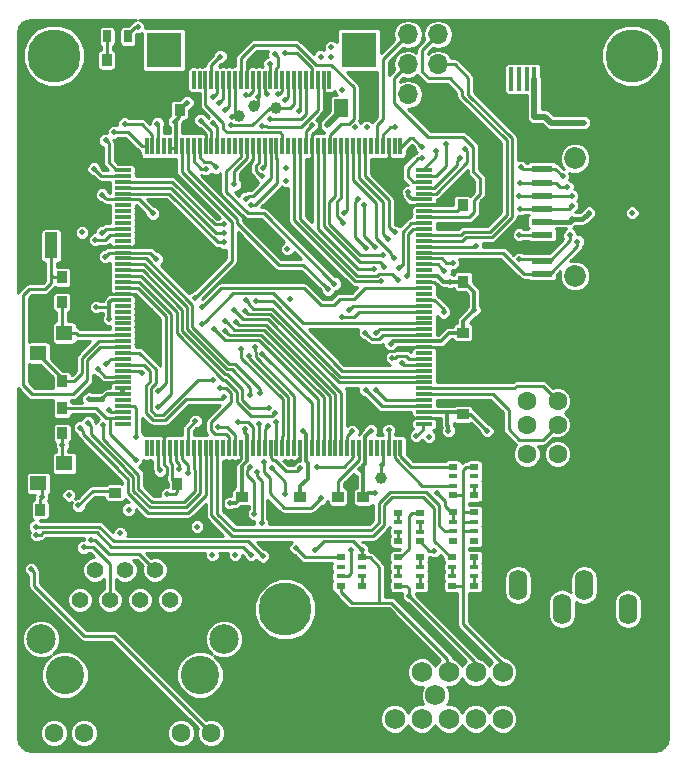
<source format=gtl>
G04 #@! TF.FileFunction,Copper,L1,Top,Signal*
%FSLAX46Y46*%
G04 Gerber Fmt 4.6, Leading zero omitted, Abs format (unit mm)*
G04 Created by KiCad (PCBNEW 4.0.7-e2-6376~58~ubuntu16.04.1) date Fri Jan 26 09:39:30 2018*
%MOMM*%
%LPD*%
G01*
G04 APERTURE LIST*
%ADD10C,0.100000*%
%ADD11R,1.800000X0.500000*%
%ADD12C,1.850000*%
%ADD13R,1.900000X1.500000*%
%ADD14R,0.400000X2.000000*%
%ADD15O,1.250000X0.950000*%
%ADD16O,1.000000X1.550000*%
%ADD17C,1.390000*%
%ADD18C,1.600000*%
%ADD19C,3.250000*%
%ADD20C,2.500000*%
%ADD21R,0.300000X1.500000*%
%ADD22R,3.000000X3.000000*%
%ADD23O,1.600000X2.600000*%
%ADD24C,1.727200*%
%ADD25C,5.580000*%
%ADD26R,1.420000X0.300000*%
%ADD27R,0.300000X1.420000*%
%ADD28R,0.845000X1.000000*%
%ADD29R,1.000000X0.845000*%
%ADD30R,1.145000X1.500000*%
%ADD31R,0.670000X1.000000*%
%ADD32R,1.700000X1.700000*%
%ADD33O,1.700000X1.700000*%
%ADD34C,1.000000*%
%ADD35R,0.800000X0.500000*%
%ADD36R,0.800000X0.400000*%
%ADD37R,1.120000X2.160000*%
%ADD38R,1.400000X1.200000*%
%ADD39C,4.500000*%
%ADD40C,0.500000*%
%ADD41C,0.250000*%
%ADD42C,0.300000*%
%ADD43C,0.500000*%
%ADD44C,0.400000*%
%ADD45C,0.254000*%
G04 APERTURE END LIST*
D10*
D11*
X90042400Y-85583200D03*
X90042400Y-86683200D03*
X90042400Y-87783200D03*
X90042400Y-88883200D03*
X90042400Y-89983200D03*
X90042400Y-91083200D03*
X90042400Y-92183200D03*
X90042400Y-93283200D03*
X90042400Y-84383200D03*
X90042400Y-83383200D03*
D12*
X92842400Y-93483200D03*
X92842400Y-83523200D03*
D13*
X97942400Y-95453200D03*
X97942400Y-81553200D03*
D14*
X89400000Y-76800000D03*
X88750000Y-76800000D03*
X88100000Y-76800000D03*
X87450000Y-76800000D03*
X86800000Y-76800000D03*
D15*
X90600000Y-76550000D03*
X85600000Y-76550000D03*
D16*
X91600000Y-73850000D03*
X84600000Y-73850000D03*
D17*
X50927000Y-120906000D03*
X52197000Y-118366000D03*
X53467000Y-120906000D03*
X54737000Y-118366000D03*
X56007000Y-120906000D03*
X57277000Y-118366000D03*
X58547000Y-120906000D03*
X59817000Y-118366000D03*
D18*
X48747000Y-132156000D03*
X51287000Y-132156000D03*
X59457000Y-132156000D03*
X61997000Y-132156000D03*
D19*
X49657000Y-127256000D03*
X61087000Y-127256000D03*
D20*
X63117000Y-124206000D03*
X47627000Y-124206000D03*
D21*
X72050800Y-76860400D03*
X71550800Y-76860400D03*
X71050800Y-76860400D03*
X70550800Y-76860400D03*
X70050800Y-76860400D03*
X69550800Y-76860400D03*
X69050800Y-76860400D03*
X68550800Y-76860400D03*
X68050800Y-76860400D03*
X67550800Y-76860400D03*
X67050800Y-76860400D03*
X66550800Y-76860400D03*
X66050800Y-76860400D03*
X65550800Y-76860400D03*
X65050800Y-76860400D03*
X64550800Y-76860400D03*
X64050800Y-76860400D03*
X63550800Y-76860400D03*
X63050800Y-76860400D03*
X62550800Y-76860400D03*
X62050800Y-76860400D03*
X61550800Y-76860400D03*
X61050800Y-76860400D03*
X60550800Y-76860400D03*
D22*
X74550800Y-74360400D03*
X58050800Y-74360400D03*
D18*
X88743800Y-108563800D03*
X88743800Y-106063800D03*
X88743800Y-104063800D03*
X88743800Y-101563800D03*
X91363800Y-108563800D03*
X91363800Y-106063800D03*
X91363800Y-104063800D03*
X91363800Y-101563800D03*
D20*
X94423800Y-111633800D03*
X94423800Y-98493800D03*
X88393800Y-111633800D03*
X88393800Y-98493800D03*
D23*
X99829620Y-119649240D03*
X93629620Y-119649240D03*
X88029620Y-119649240D03*
X97329620Y-121649240D03*
X91729620Y-121649240D03*
D24*
X86715000Y-127020000D03*
X84429000Y-127020000D03*
X82143000Y-127020000D03*
X79857000Y-127020000D03*
X77571000Y-127020000D03*
X87858000Y-129000000D03*
X85572000Y-129000000D03*
X83286000Y-129000000D03*
X81000000Y-129000000D03*
X78714000Y-129000000D03*
X86715000Y-130980000D03*
X84429000Y-130980000D03*
X82143000Y-130980000D03*
X79857000Y-130980000D03*
X77571000Y-130980000D03*
D25*
X94893800Y-129000000D03*
X69900200Y-129000000D03*
D26*
X54540000Y-84500000D03*
X54540000Y-85000000D03*
X54540000Y-85500000D03*
X54540000Y-86000000D03*
X54540000Y-86500000D03*
X54540000Y-87000000D03*
X54540000Y-87500000D03*
X54540000Y-88000000D03*
X54540000Y-88500000D03*
X54540000Y-89000000D03*
X54540000Y-89500000D03*
X54540000Y-90000000D03*
X54540000Y-90500000D03*
X54540000Y-91000000D03*
X54540000Y-91500000D03*
X54540000Y-92000000D03*
X54540000Y-92500000D03*
X54540000Y-93000000D03*
X54540000Y-93500000D03*
X54540000Y-94000000D03*
X54540000Y-94500000D03*
X54540000Y-95000000D03*
X54540000Y-95500000D03*
X54540000Y-96000000D03*
X54540000Y-96500000D03*
X54540000Y-97000000D03*
X54540000Y-97500000D03*
X54540000Y-98000000D03*
X54540000Y-98500000D03*
X54540000Y-99000000D03*
X54540000Y-99500000D03*
X54540000Y-100000000D03*
X54540000Y-100500000D03*
X54540000Y-101000000D03*
X54540000Y-101500000D03*
X54540000Y-102000000D03*
X54540000Y-102500000D03*
X54540000Y-103000000D03*
X54540000Y-103500000D03*
X54540000Y-104000000D03*
X54540000Y-104500000D03*
X54540000Y-105000000D03*
X54540000Y-105500000D03*
X54540000Y-106000000D03*
D27*
X56560000Y-108020000D03*
X57060000Y-108020000D03*
X57560000Y-108020000D03*
X58060000Y-108020000D03*
X58560000Y-108020000D03*
X59060000Y-108020000D03*
X59560000Y-108020000D03*
X60060000Y-108020000D03*
X60560000Y-108020000D03*
X61060000Y-108020000D03*
X61560000Y-108020000D03*
X62060000Y-108020000D03*
X62560000Y-108020000D03*
X63060000Y-108020000D03*
X63560000Y-108020000D03*
X64060000Y-108020000D03*
X64560000Y-108020000D03*
X65060000Y-108020000D03*
X65560000Y-108020000D03*
X66060000Y-108020000D03*
X66560000Y-108020000D03*
X67060000Y-108020000D03*
X67560000Y-108020000D03*
X68060000Y-108020000D03*
X68560000Y-108020000D03*
X69060000Y-108020000D03*
X69560000Y-108020000D03*
X70060000Y-108020000D03*
X70560000Y-108020000D03*
X71060000Y-108020000D03*
X71560000Y-108020000D03*
X72060000Y-108020000D03*
X72560000Y-108020000D03*
X73060000Y-108020000D03*
X73560000Y-108020000D03*
X74060000Y-108020000D03*
X74560000Y-108020000D03*
X75060000Y-108020000D03*
X75560000Y-108020000D03*
X76060000Y-108020000D03*
X76560000Y-108020000D03*
X77060000Y-108020000D03*
X77560000Y-108020000D03*
X78060000Y-108020000D03*
D26*
X80080000Y-106000000D03*
X80080000Y-105500000D03*
X80080000Y-105000000D03*
X80080000Y-104500000D03*
X80080000Y-104000000D03*
X80080000Y-103500000D03*
X80080000Y-103000000D03*
X80080000Y-102500000D03*
X80080000Y-102000000D03*
X80080000Y-101500000D03*
X80080000Y-101000000D03*
X80080000Y-100500000D03*
X80080000Y-100000000D03*
X80080000Y-99500000D03*
X80080000Y-99000000D03*
X80080000Y-98500000D03*
X80080000Y-98000000D03*
X80080000Y-97500000D03*
X80080000Y-97000000D03*
X80080000Y-96500000D03*
X80080000Y-96000000D03*
X80080000Y-95500000D03*
X80080000Y-95000000D03*
X80080000Y-94500000D03*
X80080000Y-94000000D03*
X80080000Y-93500000D03*
X80080000Y-93000000D03*
X80080000Y-92500000D03*
X80080000Y-92000000D03*
X80080000Y-91500000D03*
X80080000Y-91000000D03*
X80080000Y-90500000D03*
X80080000Y-90000000D03*
X80080000Y-89500000D03*
X80080000Y-89000000D03*
X80080000Y-88500000D03*
X80080000Y-88000000D03*
X80080000Y-87500000D03*
X80080000Y-87000000D03*
X80080000Y-86500000D03*
X80080000Y-86000000D03*
X80080000Y-85500000D03*
X80080000Y-85000000D03*
X80080000Y-84500000D03*
D27*
X78060000Y-82480000D03*
X77560000Y-82480000D03*
X77060000Y-82480000D03*
X76560000Y-82480000D03*
X76060000Y-82480000D03*
X75560000Y-82480000D03*
X75060000Y-82480000D03*
X74560000Y-82480000D03*
X74060000Y-82480000D03*
X73560000Y-82480000D03*
X73060000Y-82480000D03*
X72560000Y-82480000D03*
X72060000Y-82480000D03*
X71560000Y-82480000D03*
X71060000Y-82480000D03*
X70560000Y-82480000D03*
X70060000Y-82480000D03*
X69560000Y-82480000D03*
X69060000Y-82480000D03*
X68560000Y-82480000D03*
X68060000Y-82480000D03*
X67560000Y-82480000D03*
X67060000Y-82480000D03*
X66560000Y-82480000D03*
X66060000Y-82480000D03*
X65560000Y-82480000D03*
X65060000Y-82480000D03*
X64560000Y-82480000D03*
X64060000Y-82480000D03*
X63560000Y-82480000D03*
X63060000Y-82480000D03*
X62560000Y-82480000D03*
X62060000Y-82480000D03*
X61560000Y-82480000D03*
X61060000Y-82480000D03*
X60560000Y-82480000D03*
X60060000Y-82480000D03*
X59560000Y-82480000D03*
X59060000Y-82480000D03*
X58560000Y-82480000D03*
X58060000Y-82480000D03*
X57560000Y-82480000D03*
X57060000Y-82480000D03*
X56560000Y-82480000D03*
D28*
X47475000Y-95700000D03*
X49400000Y-95700000D03*
X49425000Y-102400000D03*
X47500000Y-102400000D03*
X49400000Y-93600000D03*
X47475000Y-93600000D03*
D29*
X72771000Y-112194500D03*
X72771000Y-114119500D03*
D28*
X83324900Y-87477600D03*
X85249900Y-87477600D03*
X83390900Y-93954600D03*
X85315900Y-93954600D03*
D29*
X74930000Y-112194500D03*
X74930000Y-114119500D03*
X64617600Y-112184300D03*
X64617600Y-114109300D03*
X83337400Y-98275300D03*
X83337400Y-100200300D03*
X83337400Y-105209500D03*
X83337400Y-107134500D03*
D28*
X59357100Y-79451200D03*
X57432100Y-79451200D03*
D29*
X69596000Y-112169100D03*
X69596000Y-114094100D03*
D28*
X59153900Y-111125000D03*
X57228900Y-111125000D03*
X49425000Y-106800000D03*
X47500000Y-106800000D03*
X47551500Y-113284000D03*
X49476500Y-113284000D03*
D30*
X73057500Y-79300000D03*
X75142500Y-79300000D03*
D31*
X53225000Y-73200000D03*
X54975000Y-73200000D03*
D32*
X81240000Y-78100000D03*
D33*
X78700000Y-78100000D03*
X81240000Y-75560000D03*
X78700000Y-75560000D03*
X81240000Y-73020000D03*
X78700000Y-73020000D03*
D34*
X64400000Y-79900000D03*
X76400000Y-110600000D03*
X67500000Y-79300000D03*
X65700000Y-79100000D03*
D28*
X49425000Y-104700000D03*
X47500000Y-104700000D03*
D29*
X53873400Y-113763900D03*
X53873400Y-111838900D03*
D28*
X53175000Y-75200000D03*
X55100000Y-75200000D03*
D35*
X79690800Y-115931800D03*
D36*
X79690800Y-114331800D03*
X79690800Y-115131800D03*
D35*
X79690800Y-113531800D03*
D36*
X77890800Y-115131800D03*
D35*
X77890800Y-115931800D03*
D36*
X77890800Y-114331800D03*
D35*
X77890800Y-113531800D03*
X77890800Y-117291000D03*
D36*
X77890800Y-118891000D03*
X77890800Y-118091000D03*
D35*
X77890800Y-119691000D03*
D36*
X79690800Y-118091000D03*
D35*
X79690800Y-117291000D03*
D36*
X79690800Y-118891000D03*
D35*
X79690800Y-119691000D03*
X82473800Y-113487200D03*
D36*
X82473800Y-115087200D03*
X82473800Y-114287200D03*
D35*
X82473800Y-115887200D03*
D36*
X84273800Y-114287200D03*
D35*
X84273800Y-113487200D03*
D36*
X84273800Y-115087200D03*
D35*
X84273800Y-115887200D03*
X82477200Y-109651800D03*
D36*
X82477200Y-111251800D03*
X82477200Y-110451800D03*
D35*
X82477200Y-112051800D03*
D36*
X84277200Y-110451800D03*
D35*
X84277200Y-109651800D03*
D36*
X84277200Y-111251800D03*
D35*
X84277200Y-112051800D03*
X82462800Y-117316400D03*
D36*
X82462800Y-118916400D03*
X82462800Y-118116400D03*
D35*
X82462800Y-119716400D03*
D36*
X84262800Y-118116400D03*
D35*
X84262800Y-117316400D03*
D36*
X84262800Y-118916400D03*
D35*
X84262800Y-119716400D03*
X73003000Y-117310000D03*
D36*
X73003000Y-118910000D03*
X73003000Y-118110000D03*
D35*
X73003000Y-119710000D03*
D36*
X74803000Y-118110000D03*
D35*
X74803000Y-117310000D03*
D36*
X74803000Y-118910000D03*
D35*
X74803000Y-119710000D03*
D37*
X48500000Y-84170000D03*
X48500000Y-90900000D03*
D38*
X49600000Y-98300000D03*
X47400000Y-98300000D03*
X47400000Y-100000000D03*
X49600000Y-100000000D03*
X49600000Y-109350000D03*
X47400000Y-109350000D03*
X47400000Y-111050000D03*
X49600000Y-111050000D03*
D39*
X48722000Y-74823200D03*
X97652800Y-74823200D03*
X68300000Y-121700000D03*
D40*
X67700000Y-72300000D03*
X68600000Y-72800000D03*
X68300000Y-86700000D03*
X70300000Y-83800000D03*
X74800000Y-78300000D03*
X76000000Y-116700000D03*
X73900000Y-112200000D03*
X71200000Y-114100000D03*
X46800000Y-92300000D03*
X50200000Y-91100000D03*
X63700004Y-75100000D03*
X66200000Y-75000000D03*
X63500000Y-72700000D03*
X47700000Y-101500000D03*
X50700000Y-99500000D03*
X47500000Y-96900000D03*
X84100000Y-86300000D03*
X51800000Y-95000000D03*
X56840120Y-77200760D03*
X58966100Y-76791820D03*
X83223100Y-95168720D03*
X81503520Y-94701360D03*
X57162700Y-89326720D03*
X57216040Y-90802460D03*
X57002680Y-96738440D03*
X51247040Y-97602040D03*
X52771040Y-102725220D03*
X55026560Y-82974180D03*
X79052420Y-82661760D03*
X84607400Y-100594160D03*
X86352380Y-109354620D03*
X85928200Y-111897160D03*
X87980520Y-94366080D03*
X88125300Y-95966280D03*
X86492080Y-93314520D03*
X84701380Y-92649040D03*
X62499240Y-85209380D03*
X90479880Y-99641660D03*
X86288880Y-122023188D03*
X83045300Y-108336080D03*
X79750920Y-108394500D03*
X68691760Y-93525340D03*
X78115160Y-99636580D03*
X78008480Y-86832440D03*
X84582000Y-107061000D03*
X90424000Y-112268000D03*
X91948000Y-110744000D03*
X93472000Y-105664000D03*
X93472000Y-103632000D03*
X93472000Y-101600000D03*
X85547200Y-123875800D03*
X81026000Y-121488200D03*
X83235800Y-123926600D03*
X73787000Y-100355400D03*
X74498200Y-99034600D03*
X75666600Y-99898200D03*
X57759600Y-114503200D03*
X88087200Y-90982800D03*
X64482980Y-86362540D03*
X65532000Y-92456000D03*
X64516000Y-91440000D03*
X67055998Y-89916000D03*
X84455000Y-102235000D03*
X86360000Y-97790000D03*
X85090000Y-95885000D03*
X90170000Y-97155000D03*
X92075000Y-98425000D03*
X81356200Y-107111800D03*
X68757800Y-109347000D03*
X78155800Y-106476800D03*
X57378600Y-84836000D03*
X57175400Y-87223600D03*
X60020200Y-80441800D03*
X61366400Y-113233200D03*
X63423800Y-111801600D03*
X51775600Y-109027200D03*
X53075600Y-110327200D03*
X51775600Y-110327200D03*
X55143400Y-114731800D03*
X57454802Y-112039400D03*
X60045600Y-105308400D03*
X52300000Y-96100000D03*
X68400000Y-85400000D03*
X68400000Y-84300000D03*
X71800006Y-80700000D03*
X67000000Y-75500000D03*
X51100000Y-89800000D03*
X55800002Y-72400000D03*
X70537578Y-80737578D03*
X52800000Y-86600000D03*
X77600000Y-80900000D03*
X75200000Y-80900000D03*
X74206587Y-80906587D03*
X73100000Y-77700000D03*
X71300000Y-74900000D03*
X72200000Y-74900000D03*
X72200000Y-74100000D03*
X85400000Y-106600000D03*
X60000000Y-78800000D03*
X51668680Y-103886000D03*
X75547220Y-106575860D03*
X75867260Y-111828580D03*
X82293460Y-93959680D03*
X57396380Y-92029280D03*
X77223620Y-99204780D03*
X58315862Y-111947960D03*
X63601600Y-112699800D03*
X64897000Y-106451400D03*
X63990220Y-85727540D03*
X62128400Y-117094000D03*
X60833000Y-114706404D03*
X94005400Y-88138000D03*
X97674000Y-88138000D03*
X92608400Y-88671400D03*
X82118200Y-106578400D03*
X84302600Y-96342200D03*
X68478400Y-91186000D03*
X68732400Y-95427800D03*
X74599800Y-109855000D03*
X80467200Y-107086400D03*
X78714594Y-86385400D03*
X57099200Y-88188800D03*
X64058800Y-117068600D03*
X52451000Y-101371400D03*
X53416200Y-97129600D03*
X53060600Y-91846400D03*
X58945600Y-80416400D03*
X69799200Y-106603800D03*
X52806600Y-103911400D03*
X70800000Y-116700000D03*
X74800000Y-116649998D03*
X78790800Y-120548400D03*
X49425000Y-107800000D03*
X47700000Y-112200000D03*
X54330600Y-115265200D03*
X55041800Y-113258600D03*
X49987200Y-112039400D03*
X93600000Y-80500000D03*
X92200000Y-80500000D03*
X90800000Y-80500000D03*
X89400000Y-80000000D03*
X92583000Y-87528400D03*
X76606400Y-91694000D03*
X88214200Y-87807800D03*
X77520800Y-91922600D03*
X88112600Y-89992200D03*
X79904640Y-83499997D03*
X88239600Y-84251800D03*
X91795600Y-85039200D03*
X59309004Y-109855000D03*
X60071311Y-110148933D03*
X46786800Y-118287800D03*
X65400010Y-117100000D03*
X52222400Y-90424000D03*
X47244000Y-115417600D03*
X66400000Y-117200004D03*
X47167800Y-114706400D03*
X52832000Y-89814400D03*
X55651400Y-109042200D03*
X50800000Y-112903000D03*
X69500045Y-79474510D03*
X66338692Y-85025147D03*
X66356593Y-80756595D03*
X61145594Y-80332406D03*
X67000000Y-80200000D03*
X62200000Y-80500000D03*
X79900000Y-82599999D03*
X81100000Y-82900000D03*
X81900000Y-82299992D03*
X73974960Y-106646980D03*
X83082902Y-83515380D03*
X83543015Y-82742992D03*
X80935713Y-116752487D03*
X66300000Y-114400000D03*
X65901703Y-110101353D03*
X61553682Y-84411885D03*
X65700000Y-113600000D03*
X62417174Y-84288572D03*
X65350658Y-109669652D03*
X69200000Y-116500000D03*
X57700718Y-109948274D03*
X71300000Y-112299980D03*
X73900000Y-116700000D03*
X66500000Y-109200000D03*
X64948847Y-86923738D03*
X68300000Y-111900004D03*
X67147502Y-109770202D03*
X65397380Y-87467440D03*
X63200000Y-79400000D03*
X63078360Y-89108280D03*
X65000000Y-78200004D03*
X63145103Y-89864087D03*
X66800000Y-78100000D03*
X63139320Y-90632280D03*
X66197480Y-103415130D03*
X65356740Y-103548180D03*
X66960118Y-104617625D03*
X67462400Y-105105200D03*
X57531000Y-104571800D03*
X57505600Y-103225600D03*
X62153800Y-102285800D03*
X53099996Y-100900000D03*
X63084410Y-103760778D03*
X56175610Y-101710893D03*
X55700004Y-107100000D03*
X53390800Y-104825800D03*
X63799994Y-80000000D03*
X60706000Y-105765600D03*
X52900000Y-106100000D03*
X51600000Y-105900000D03*
X50927000Y-106324400D03*
X62763400Y-102971600D03*
X62611000Y-106273600D03*
X64287400Y-105816400D03*
X66096940Y-106022092D03*
X66878202Y-106222800D03*
X69545200Y-109753400D03*
X67501652Y-105871141D03*
X64566800Y-99695000D03*
X65214694Y-100240906D03*
X65767611Y-99517454D03*
X66364706Y-100076000D03*
X62244710Y-98006548D03*
X63246194Y-98145406D03*
X63203237Y-97252429D03*
X64106882Y-97341903D03*
X64008000Y-96393000D03*
X70967600Y-109626400D03*
X67700011Y-78099996D03*
X76530200Y-109499400D03*
X62700000Y-78799996D03*
X77063600Y-106527600D03*
X62200000Y-78300000D03*
X79400400Y-107010200D03*
X75107800Y-103124000D03*
X75971400Y-103124000D03*
X64884985Y-96455815D03*
X64973200Y-95529400D03*
X65862200Y-95631000D03*
X78163420Y-100840540D03*
X77340460Y-100390960D03*
X74451906Y-86965094D03*
X75064620Y-98275140D03*
X75133198Y-91084400D03*
X74981585Y-87494773D03*
X75951080Y-98267520D03*
X75946000Y-91059000D03*
X61264800Y-97586800D03*
X73075798Y-96926400D03*
X73710800Y-96342200D03*
X81153000Y-111836200D03*
X81711800Y-96545400D03*
X61290200Y-96113600D03*
X62800000Y-74900000D03*
X81762633Y-93061762D03*
X82499200Y-92379800D03*
X92405200Y-89992200D03*
X88138000Y-92049600D03*
X93040200Y-90576400D03*
X84455000Y-90906600D03*
X66000003Y-78300003D03*
X78613000Y-93497402D03*
X77947520Y-92819220D03*
X92180316Y-85944410D03*
X77597002Y-89763600D03*
X88188800Y-85648800D03*
X92557600Y-86690200D03*
X76987400Y-90373198D03*
X88138000Y-86715600D03*
X73253600Y-88112600D03*
X73235822Y-89014300D03*
X76708000Y-92710000D03*
X75793600Y-92904010D03*
X77851000Y-93827600D03*
X76430158Y-93926936D03*
X63699956Y-80724990D03*
X57480200Y-80594200D03*
X72460785Y-94137815D03*
X71932800Y-94615000D03*
X60648761Y-95332639D03*
X68300000Y-74600000D03*
X67400000Y-74700000D03*
X54700000Y-80600000D03*
X53800002Y-81299998D03*
X53100000Y-82000000D03*
X52100000Y-84400000D03*
X51231800Y-116459000D03*
X51866800Y-115849400D03*
X68318507Y-78581493D03*
X66459199Y-84300348D03*
D41*
X68600000Y-72800000D02*
X68200000Y-72800000D01*
X68200000Y-72800000D02*
X67700000Y-72300000D01*
X70560000Y-82480000D02*
X70560000Y-83540000D01*
X70560000Y-83540000D02*
X70300000Y-83800000D01*
X70560000Y-82480000D02*
X70560000Y-81566158D01*
X70560000Y-81566158D02*
X71224996Y-80901162D01*
X71224996Y-80901162D02*
X71224996Y-79873382D01*
X71224996Y-79873382D02*
X71550800Y-79547578D01*
X71550800Y-77860400D02*
X71550800Y-76860400D01*
X71550800Y-79547578D02*
X71550800Y-77860400D01*
X54540000Y-95000000D02*
X55617793Y-95000000D01*
X54540000Y-91000000D02*
X57018500Y-91000000D01*
X57018500Y-91000000D02*
X57216040Y-90802460D01*
X75142500Y-79300000D02*
X75142500Y-78642500D01*
X75142500Y-78642500D02*
X74800000Y-78300000D01*
X74930000Y-114119500D02*
X73900000Y-113089500D01*
X73900000Y-113089500D02*
X73900000Y-112200000D01*
X69596000Y-114094100D02*
X71194100Y-114094100D01*
X71194100Y-114094100D02*
X71200000Y-114100000D01*
X51800000Y-95000000D02*
X51800000Y-92700000D01*
X51800000Y-92700000D02*
X50200000Y-91100000D01*
X63500000Y-74899996D02*
X63700004Y-75100000D01*
X63500000Y-72700000D02*
X63500000Y-74899996D01*
X65911200Y-75000000D02*
X66200000Y-75000000D01*
X65050800Y-75860400D02*
X65911200Y-75000000D01*
X65050800Y-76860400D02*
X65050800Y-75860400D01*
X47500000Y-102400000D02*
X47500000Y-101700000D01*
X47500000Y-101700000D02*
X47700000Y-101500000D01*
X49600000Y-100000000D02*
X50200000Y-100000000D01*
X50200000Y-100000000D02*
X50700000Y-99500000D01*
X47475000Y-95700000D02*
X47475000Y-96875000D01*
X47475000Y-96875000D02*
X47500000Y-96900000D01*
X81400000Y-87500000D02*
X82600000Y-86300000D01*
X82600000Y-86300000D02*
X84100000Y-86300000D01*
X78303613Y-83764120D02*
X77384120Y-83764120D01*
X77384120Y-83764120D02*
X77060000Y-83440000D01*
X79052420Y-83015313D02*
X78303613Y-83764120D01*
X79052420Y-82661760D02*
X79052420Y-83015313D01*
X52153553Y-95000000D02*
X51800000Y-95000000D01*
X55617793Y-95000000D02*
X52153553Y-95000000D01*
X57002680Y-96384887D02*
X55617793Y-95000000D01*
X57002680Y-96738440D02*
X57002680Y-96384887D01*
X56664947Y-91000000D02*
X51820500Y-91000000D01*
X56862487Y-90802460D02*
X56664947Y-91000000D01*
X57216040Y-90802460D02*
X56862487Y-90802460D01*
X78155800Y-106476800D02*
X78155800Y-106123247D01*
X78779047Y-105500000D02*
X79120000Y-105500000D01*
X78155800Y-106123247D02*
X78779047Y-105500000D01*
X79120000Y-105500000D02*
X80080000Y-105500000D01*
X78155800Y-106476800D02*
X79132600Y-105500000D01*
X79132600Y-105500000D02*
X81000000Y-105500000D01*
X81356200Y-106758247D02*
X81356200Y-107111800D01*
X81000000Y-105500000D02*
X81356200Y-105856200D01*
X81356200Y-105856200D02*
X81356200Y-106758247D01*
X79930000Y-94000000D02*
X80900000Y-94000000D01*
X80900000Y-94000000D02*
X81253521Y-94353521D01*
X81253521Y-94353521D02*
X81253521Y-94451361D01*
X81253521Y-94451361D02*
X81503520Y-94701360D01*
X77060000Y-82480000D02*
X77060000Y-85883960D01*
X77060000Y-85883960D02*
X78008480Y-86832440D01*
X60441800Y-80441800D02*
X60020200Y-80441800D01*
X61560000Y-82630000D02*
X61560000Y-81560000D01*
X61560000Y-81560000D02*
X60441800Y-80441800D01*
X68757800Y-109347000D02*
X69053000Y-109347000D01*
X69053000Y-109347000D02*
X69560000Y-108840000D01*
X69560000Y-108840000D02*
X69560000Y-107870000D01*
X63423800Y-110076200D02*
X63423800Y-111448047D01*
X64560000Y-107870000D02*
X64560000Y-108940000D01*
X64560000Y-108940000D02*
X63423800Y-110076200D01*
X63423800Y-111448047D02*
X63423800Y-111801600D01*
D42*
X79930000Y-87500000D02*
X81400000Y-87500000D01*
D41*
X57193673Y-77200760D02*
X56840120Y-77200760D01*
X58557160Y-77200760D02*
X57193673Y-77200760D01*
X58966100Y-76791820D02*
X58557160Y-77200760D01*
X57090119Y-77450759D02*
X56840120Y-77200760D01*
X57444600Y-77805240D02*
X57090119Y-77450759D01*
X57444600Y-79451200D02*
X57444600Y-77805240D01*
X52996260Y-102500000D02*
X52771040Y-102725220D01*
X54690000Y-102500000D02*
X52996260Y-102500000D01*
X84357401Y-100344161D02*
X84607400Y-100594160D01*
X84201040Y-100187800D02*
X84357401Y-100344161D01*
X83337400Y-100187800D02*
X84201040Y-100187800D01*
X86352380Y-109001067D02*
X86352380Y-109354620D01*
X84582000Y-107061000D02*
X86352380Y-108831380D01*
X86352380Y-108831380D02*
X86352380Y-109001067D01*
X86281753Y-111897160D02*
X85928200Y-111897160D01*
X90053160Y-111897160D02*
X86281753Y-111897160D01*
X90424000Y-112268000D02*
X90053160Y-111897160D01*
X87730521Y-94116081D02*
X87980520Y-94366080D01*
X86492080Y-93314520D02*
X86928960Y-93314520D01*
X86928960Y-93314520D02*
X87730521Y-94116081D01*
X88375299Y-96216279D02*
X88125300Y-95966280D01*
X89314020Y-97155000D02*
X88375299Y-96216279D01*
X90170000Y-97155000D02*
X89314020Y-97155000D01*
X86242081Y-93064521D02*
X86492080Y-93314520D01*
X85826600Y-92649040D02*
X86242081Y-93064521D01*
X84701380Y-92649040D02*
X85826600Y-92649040D01*
X90377741Y-99743799D02*
X90479880Y-99641660D01*
X89643799Y-99743799D02*
X90377741Y-99743799D01*
X88393800Y-98493800D02*
X89643799Y-99743799D01*
X86288880Y-123134120D02*
X86288880Y-122376741D01*
X85547200Y-123875800D02*
X86288880Y-123134120D01*
X86288880Y-122376741D02*
X86288880Y-122023188D01*
X81356200Y-107111800D02*
X80073500Y-108394500D01*
X80073500Y-108394500D02*
X79750920Y-108394500D01*
X78251740Y-99500000D02*
X78115160Y-99636580D01*
X79930000Y-99500000D02*
X78251740Y-99500000D01*
X77665696Y-99636580D02*
X77761607Y-99636580D01*
X76115095Y-99803258D02*
X77499018Y-99803258D01*
X76020153Y-99898200D02*
X76115095Y-99803258D01*
X77761607Y-99636580D02*
X78115160Y-99636580D01*
X75666600Y-99898200D02*
X76020153Y-99898200D01*
X77922246Y-99736601D02*
X78022267Y-99636580D01*
X77499018Y-99803258D02*
X77665696Y-99636580D01*
X78022267Y-99636580D02*
X78115160Y-99636580D01*
X78676040Y-87500000D02*
X78258479Y-87082439D01*
X79930000Y-87500000D02*
X78676040Y-87500000D01*
X78258479Y-87082439D02*
X78008480Y-86832440D01*
X93472000Y-105664000D02*
X93472000Y-109220000D01*
X93472000Y-109220000D02*
X91948000Y-110744000D01*
X93472000Y-101600000D02*
X93472000Y-103632000D01*
X75666600Y-99898200D02*
X75361800Y-99898200D01*
X75361800Y-99898200D02*
X74498200Y-99034600D01*
X64617600Y-114096800D02*
X63992600Y-114096800D01*
X63992600Y-114096800D02*
X63026599Y-113130799D01*
X63026599Y-113130799D02*
X63026599Y-112198801D01*
X63026599Y-112198801D02*
X63173801Y-112051599D01*
X63173801Y-112051599D02*
X63423800Y-111801600D01*
X90042400Y-91083200D02*
X88187600Y-91083200D01*
X88187600Y-91083200D02*
X88087200Y-90982800D01*
X65031620Y-84169390D02*
X65031620Y-85813900D01*
X65560000Y-82630000D02*
X65560000Y-83641010D01*
X65031620Y-85813900D02*
X64732979Y-86112541D01*
X65560000Y-83641010D02*
X65031620Y-84169390D01*
X64732979Y-86112541D02*
X64482980Y-86362540D01*
X64516000Y-91440000D02*
X65532000Y-92456000D01*
X85090000Y-95885000D02*
X85090000Y-96520000D01*
X85090000Y-96520000D02*
X86360000Y-97790000D01*
X81491400Y-99500000D02*
X82179200Y-100187800D01*
X82179200Y-100187800D02*
X83337400Y-100187800D01*
X79930000Y-99500000D02*
X81491400Y-99500000D01*
X57241400Y-111825998D02*
X57454802Y-112039400D01*
X57241400Y-111125000D02*
X57241400Y-111825998D01*
X57466400Y-111125000D02*
X57241400Y-111125000D01*
X58275720Y-109672272D02*
X58275720Y-110315680D01*
X58060000Y-109456552D02*
X58275720Y-109672272D01*
X58060000Y-107870000D02*
X58060000Y-109456552D01*
X58275720Y-110315680D02*
X57466400Y-111125000D01*
X60045600Y-105308400D02*
X59692047Y-105308400D01*
X59692047Y-105308400D02*
X58060000Y-106940447D01*
X58060000Y-106940447D02*
X58060000Y-107060000D01*
X58060000Y-107060000D02*
X58060000Y-107870000D01*
X49400000Y-95700000D02*
X49400000Y-98100000D01*
X49400000Y-98100000D02*
X49600000Y-98300000D01*
X49600000Y-98300000D02*
X50550000Y-98300000D01*
X50550000Y-98300000D02*
X50750000Y-98500000D01*
X50750000Y-98500000D02*
X53580000Y-98500000D01*
X53580000Y-98500000D02*
X54540000Y-98500000D01*
X49425000Y-102400000D02*
X50400000Y-102400000D01*
X50400000Y-102400000D02*
X51100000Y-101700000D01*
X51100000Y-101700000D02*
X51100000Y-100400000D01*
X51100000Y-100400000D02*
X52500000Y-99000000D01*
X52500000Y-99000000D02*
X52747500Y-99000000D01*
X52747500Y-99000000D02*
X54540000Y-99000000D01*
X47400000Y-100000000D02*
X47400000Y-100100000D01*
X47400000Y-100100000D02*
X49425000Y-102125000D01*
X49425000Y-102125000D02*
X49425000Y-102400000D01*
X48500000Y-94082502D02*
X48500000Y-93600000D01*
X48500000Y-93600000D02*
X48500000Y-93000000D01*
X49400000Y-93600000D02*
X48500000Y-93600000D01*
X48500000Y-90900000D02*
X48500000Y-93000000D01*
X48500000Y-93000000D02*
X48500000Y-93372500D01*
X46617500Y-94600000D02*
X47982502Y-94600000D01*
X47982502Y-94600000D02*
X48500000Y-94082502D01*
X46100000Y-102700000D02*
X46100000Y-95117500D01*
X46100000Y-95117500D02*
X46617500Y-94600000D01*
X46900000Y-103500000D02*
X46100000Y-102700000D01*
X50300000Y-103500000D02*
X46900000Y-103500000D01*
X51550010Y-102249990D02*
X50300000Y-103500000D01*
X52636410Y-99500000D02*
X51550010Y-100586400D01*
X51550010Y-100586400D02*
X51550010Y-102249990D01*
X54540000Y-99500000D02*
X52636410Y-99500000D01*
X48500000Y-93372500D02*
X48727500Y-93600000D01*
X48727500Y-93600000D02*
X49400000Y-93600000D01*
X74560000Y-107870000D02*
X74560000Y-109043798D01*
X74560000Y-109043798D02*
X72771000Y-110832798D01*
X72771000Y-110832798D02*
X72771000Y-111357000D01*
X72771000Y-111357000D02*
X72771000Y-112207000D01*
X79930000Y-88000000D02*
X82815000Y-88000000D01*
X82815000Y-88000000D02*
X83337400Y-87477600D01*
D42*
X53416200Y-96100000D02*
X53416200Y-97129600D01*
X53416200Y-95683800D02*
X53416200Y-96100000D01*
D41*
X53416200Y-96100000D02*
X52300000Y-96100000D01*
D43*
X71835000Y-80700000D02*
X71800006Y-80700000D01*
X73057500Y-79477500D02*
X71835000Y-80700000D01*
X73057500Y-79300000D02*
X73057500Y-79477500D01*
D41*
X67050800Y-75550800D02*
X67000000Y-75500000D01*
X67050800Y-76860400D02*
X67050800Y-75550800D01*
X54540000Y-87000000D02*
X53200000Y-87000000D01*
X53200000Y-87000000D02*
X52800000Y-86600000D01*
X54975000Y-73035000D02*
X55610000Y-72400000D01*
X55610000Y-72400000D02*
X55800002Y-72400000D01*
X54975000Y-73200000D02*
X54975000Y-73035000D01*
X70060000Y-81215156D02*
X70287579Y-80987577D01*
X70060000Y-82630000D02*
X70060000Y-81215156D01*
X70287579Y-80987577D02*
X70537578Y-80737578D01*
X53200002Y-87000002D02*
X53049999Y-86849999D01*
X53049999Y-86849999D02*
X52800000Y-86600000D01*
X55910402Y-87000002D02*
X53200002Y-87000002D01*
X57099200Y-88188800D02*
X55910402Y-87000002D01*
X76560000Y-82480000D02*
X76560000Y-81520000D01*
X76560000Y-81520000D02*
X77180000Y-80900000D01*
X77180000Y-80900000D02*
X77246447Y-80900000D01*
X77246447Y-80900000D02*
X77600000Y-80900000D01*
D42*
X54690000Y-95500000D02*
X53600000Y-95500000D01*
X53600000Y-95500000D02*
X53416200Y-95683800D01*
D41*
X54540000Y-103500000D02*
X54540000Y-103000000D01*
D42*
X54690000Y-103000000D02*
X54500000Y-103190000D01*
X54500000Y-103190000D02*
X54500000Y-103500000D01*
X54500000Y-103500000D02*
X53218000Y-103500000D01*
X53218000Y-103500000D02*
X52806600Y-103911400D01*
X79930000Y-93500000D02*
X81200000Y-93500000D01*
X81200000Y-93500000D02*
X81659680Y-93959680D01*
X81659680Y-93959680D02*
X82293460Y-93959680D01*
D41*
X65060000Y-108020000D02*
X65060000Y-109111766D01*
D42*
X64897000Y-106804953D02*
X65060000Y-106967953D01*
X64617600Y-111296800D02*
X64617600Y-112196800D01*
X65060000Y-109111766D02*
X64617600Y-109554166D01*
X64617600Y-109554166D02*
X64617600Y-111296800D01*
X64897000Y-106451400D02*
X64897000Y-106804953D01*
X65060000Y-106967953D02*
X65060000Y-109111766D01*
X63601600Y-112699800D02*
X64114600Y-112699800D01*
X64114600Y-112699800D02*
X64617600Y-112196800D01*
X74930000Y-110700000D02*
X74930000Y-110185200D01*
X74930000Y-112207000D02*
X74930000Y-110700000D01*
X74930000Y-110700000D02*
X74930000Y-109524800D01*
X74930000Y-109524800D02*
X75060000Y-109394800D01*
X75867260Y-111828580D02*
X75308420Y-111828580D01*
X75308420Y-111828580D02*
X74930000Y-112207000D01*
X74930000Y-110185200D02*
X74599800Y-109855000D01*
X75060000Y-107870000D02*
X75060000Y-109394800D01*
X75060000Y-109394800D02*
X74599800Y-109855000D01*
X75060000Y-107870000D02*
X75060000Y-107063080D01*
X75060000Y-107063080D02*
X75547220Y-106575860D01*
X69596000Y-112181600D02*
X69596000Y-111281600D01*
X69596000Y-111281600D02*
X70231000Y-110646600D01*
X70231000Y-110646600D02*
X70231000Y-109296200D01*
X70060000Y-107870000D02*
X70060000Y-109125200D01*
X70060000Y-109125200D02*
X70231000Y-109296200D01*
X70060000Y-107870000D02*
X70060000Y-106864600D01*
X70060000Y-106864600D02*
X69799200Y-106603800D01*
X85150001Y-106350001D02*
X85400000Y-106600000D01*
X84022000Y-105222000D02*
X85150001Y-106350001D01*
X83337400Y-105222000D02*
X84022000Y-105222000D01*
D41*
X82042000Y-105000000D02*
X82042000Y-105200000D01*
D42*
X82118200Y-106578400D02*
X82118200Y-106224847D01*
X82118200Y-106224847D02*
X82042000Y-106148647D01*
X82042000Y-106148647D02*
X82042000Y-105200000D01*
X79930000Y-105000000D02*
X83115400Y-105000000D01*
X83115400Y-105000000D02*
X83337400Y-105222000D01*
X83337400Y-98287800D02*
X83337400Y-97307400D01*
X83337400Y-97307400D02*
X84302600Y-96342200D01*
X82170000Y-98287800D02*
X83337400Y-98287800D01*
X79930000Y-99000000D02*
X81457800Y-99000000D01*
X81457800Y-99000000D02*
X82170000Y-98287800D01*
X79930000Y-99000000D02*
X77428400Y-99000000D01*
X77428400Y-99000000D02*
X77223620Y-99204780D01*
X83403400Y-93954600D02*
X84302600Y-94853800D01*
X84302600Y-94853800D02*
X84302600Y-96342200D01*
X82293460Y-93959680D02*
X83398320Y-93959680D01*
X83398320Y-93959680D02*
X83403400Y-93954600D01*
X79930000Y-87000000D02*
X79000000Y-87000000D01*
X79000000Y-87000000D02*
X78714594Y-86714594D01*
X78714594Y-86714594D02*
X78714594Y-86385400D01*
X60000000Y-78800000D02*
X59995800Y-78800000D01*
X59995800Y-78800000D02*
X59344600Y-79451200D01*
X59060000Y-82630000D02*
X59060000Y-80530800D01*
X59060000Y-80530800D02*
X58945600Y-80416400D01*
X59344600Y-79451200D02*
X59344600Y-80017400D01*
X59344600Y-80017400D02*
X58945600Y-80416400D01*
D44*
X51668680Y-103886000D02*
X52781200Y-103886000D01*
D41*
X52781200Y-103886000D02*
X52806600Y-103911400D01*
X74930000Y-111173260D02*
X74930000Y-111828580D01*
X74930000Y-111828580D02*
X75867260Y-111828580D01*
X74930000Y-111173260D02*
X74930000Y-110185200D01*
X74930000Y-112207000D02*
X74930000Y-111173260D01*
X56867100Y-91500000D02*
X57146381Y-91779281D01*
X57146381Y-91779281D02*
X57396380Y-92029280D01*
X54690000Y-91500000D02*
X56867100Y-91500000D01*
X58669415Y-111947960D02*
X58315862Y-111947960D01*
X58943440Y-111947960D02*
X58669415Y-111947960D01*
X59141400Y-111750000D02*
X58943440Y-111947960D01*
X59141400Y-111125000D02*
X59141400Y-111750000D01*
X58560000Y-109258400D02*
X58560000Y-108680000D01*
X58733998Y-109432398D02*
X58560000Y-109258400D01*
X59141400Y-111125000D02*
X58733998Y-110717598D01*
X58560000Y-108680000D02*
X58560000Y-107870000D01*
X58733998Y-110717598D02*
X58733998Y-109432398D01*
X63990220Y-85373987D02*
X63990220Y-85727540D01*
X65060000Y-83504600D02*
X63990220Y-84574380D01*
X65060000Y-82630000D02*
X65060000Y-83504600D01*
X63990220Y-84574380D02*
X63990220Y-85373987D01*
D44*
X92608400Y-88671400D02*
X93472000Y-88671400D01*
X93472000Y-88671400D02*
X94005400Y-88138000D01*
X90042400Y-88883200D02*
X92396600Y-88883200D01*
X92396600Y-88883200D02*
X92608400Y-88671400D01*
D41*
X82042000Y-105000000D02*
X83115400Y-105000000D01*
X79930000Y-105000000D02*
X82042000Y-105000000D01*
X54690000Y-102000000D02*
X53079600Y-102000000D01*
X53079600Y-102000000D02*
X52451000Y-101371400D01*
X54690000Y-91500000D02*
X53407000Y-91500000D01*
X53407000Y-91500000D02*
X53060600Y-91846400D01*
X58560000Y-82630000D02*
X59060000Y-82630000D01*
X71578178Y-115921822D02*
X71049999Y-116450001D01*
X74800000Y-116649998D02*
X74071824Y-115921822D01*
X74071824Y-115921822D02*
X71578178Y-115921822D01*
X71049999Y-116450001D02*
X70800000Y-116700000D01*
X74800000Y-116649998D02*
X74800000Y-117307000D01*
X74800000Y-117307000D02*
X74803000Y-117310000D01*
X82021680Y-125874882D02*
X82021680Y-126898680D01*
X82021680Y-126898680D02*
X82143000Y-127020000D01*
X76250800Y-121132600D02*
X76400660Y-121132600D01*
X76400660Y-121132600D02*
X76939140Y-121132600D01*
X82021680Y-125874882D02*
X77279398Y-121132600D01*
X77279398Y-121132600D02*
X76400660Y-121132600D01*
X76939140Y-121132600D02*
X76959460Y-121132600D01*
X73925600Y-121132600D02*
X76250800Y-121132600D01*
X74803000Y-117310000D02*
X75453000Y-117310000D01*
X75453000Y-117310000D02*
X76250800Y-118107800D01*
X76250800Y-118107800D02*
X76250800Y-121132600D01*
X73003000Y-119710000D02*
X73003000Y-120210000D01*
X73003000Y-120210000D02*
X73925600Y-121132600D01*
X84307680Y-126065280D02*
X84307680Y-126898680D01*
X84307680Y-126898680D02*
X84429000Y-127020000D01*
X84307680Y-126065280D02*
X78790800Y-120548400D01*
X78790800Y-119938800D02*
X78543000Y-119691000D01*
X78543000Y-119691000D02*
X77890800Y-119691000D01*
X78790800Y-120548400D02*
X78790800Y-119938800D01*
X86598760Y-126215140D02*
X86300000Y-125916380D01*
X86300000Y-125916380D02*
X83362800Y-122979180D01*
X86715000Y-127020000D02*
X86715000Y-126331380D01*
X86715000Y-126331380D02*
X86300000Y-125916380D01*
X83362800Y-119466400D02*
X83362800Y-119786400D01*
X83362800Y-119786400D02*
X83362800Y-122979180D01*
X82462800Y-119716400D02*
X83292800Y-119716400D01*
X83292800Y-119716400D02*
X83362800Y-119786400D01*
X83362800Y-109916200D02*
X83362800Y-112039400D01*
X83362800Y-112039400D02*
X83362800Y-113538000D01*
X83127200Y-112051800D02*
X83139600Y-112039400D01*
X83139600Y-112039400D02*
X83362800Y-112039400D01*
X82477200Y-112051800D02*
X83127200Y-112051800D01*
X84273800Y-113487200D02*
X83413600Y-113487200D01*
X83362800Y-113538000D02*
X83362800Y-114274600D01*
X83413600Y-113487200D02*
X83362800Y-113538000D01*
X83362800Y-114274600D02*
X83362800Y-115087400D01*
X83623800Y-114287200D02*
X83611200Y-114274600D01*
X83611200Y-114274600D02*
X83362800Y-114274600D01*
X84273800Y-114287200D02*
X83623800Y-114287200D01*
X83362800Y-115087400D02*
X83362800Y-119466400D01*
X84273800Y-115087200D02*
X83623800Y-115087200D01*
X83623800Y-115087200D02*
X83623600Y-115087400D01*
X83623600Y-115087400D02*
X83362800Y-115087400D01*
X83112800Y-119716400D02*
X82462800Y-119716400D01*
X84277200Y-109651800D02*
X83627200Y-109651800D01*
X83627200Y-109651800D02*
X83362800Y-109916200D01*
X49425000Y-108100000D02*
X49425000Y-109175000D01*
X49425000Y-106800000D02*
X49425000Y-108100000D01*
X49425000Y-108100000D02*
X49425000Y-107800000D01*
X49425000Y-109175000D02*
X49600000Y-109350000D01*
X47700000Y-112200000D02*
X47700000Y-111350000D01*
X47700000Y-111350000D02*
X47400000Y-111050000D01*
X47551500Y-113284000D02*
X47551500Y-112348500D01*
X47551500Y-112348500D02*
X47700000Y-112200000D01*
D43*
X92200000Y-80500000D02*
X93600000Y-80500000D01*
X90800000Y-80500000D02*
X92200000Y-80500000D01*
X89400000Y-80000000D02*
X90300000Y-80000000D01*
X90300000Y-80000000D02*
X90800000Y-80500000D01*
X89400000Y-76800000D02*
X89400000Y-80000000D01*
D41*
X76252847Y-91694000D02*
X76606400Y-91694000D01*
X74663196Y-91694000D02*
X76252847Y-91694000D01*
X72043597Y-89074401D02*
X74663196Y-91694000D01*
X72043597Y-87187593D02*
X72043597Y-89074401D01*
X72560000Y-86671190D02*
X72043597Y-87187593D01*
X72560000Y-82630000D02*
X72560000Y-86671190D01*
X90042400Y-87783200D02*
X92328200Y-87783200D01*
X92328200Y-87783200D02*
X92583000Y-87528400D01*
X88214200Y-87807800D02*
X90017800Y-87807800D01*
X90017800Y-87807800D02*
X90042400Y-87783200D01*
X77270801Y-91672601D02*
X77520800Y-91922600D01*
X75996800Y-90259004D02*
X77270801Y-91533005D01*
X74060000Y-82630000D02*
X74060000Y-85324798D01*
X75996800Y-87261598D02*
X75996800Y-90259004D01*
X77270801Y-91533005D02*
X77270801Y-91672601D01*
X74060000Y-85324798D02*
X75996800Y-87261598D01*
X88121600Y-89983200D02*
X88112600Y-89992200D01*
X90042400Y-89983200D02*
X88121600Y-89983200D01*
X79551087Y-83499997D02*
X79904640Y-83499997D01*
X78663800Y-84387284D02*
X79551087Y-83499997D01*
X78663800Y-85043800D02*
X78663800Y-84387284D01*
X79120000Y-85500000D02*
X78663800Y-85043800D01*
X79930000Y-85500000D02*
X79120000Y-85500000D01*
X90042400Y-84383200D02*
X88371000Y-84383200D01*
X88371000Y-84383200D02*
X88239600Y-84251800D01*
X90042400Y-84383200D02*
X91139600Y-84383200D01*
X91139600Y-84383200D02*
X91795600Y-85039200D01*
X59309004Y-109501447D02*
X59309004Y-109855000D01*
X59060000Y-107870000D02*
X59060000Y-109121990D01*
X59060000Y-109121990D02*
X59309004Y-109370994D01*
X59309004Y-109370994D02*
X59309004Y-109501447D01*
X59560000Y-107870000D02*
X59560000Y-108985580D01*
X59560000Y-108985580D02*
X60071311Y-109496891D01*
X60071311Y-109795380D02*
X60071311Y-110148933D01*
X60071311Y-109496891D02*
X60071311Y-109795380D01*
X83800000Y-78120000D02*
X87500000Y-81820000D01*
X82660000Y-75560000D02*
X83800000Y-76700000D01*
X83800000Y-76700000D02*
X83800000Y-78120000D01*
X81240000Y-75560000D02*
X82660000Y-75560000D01*
X85800000Y-90200000D02*
X83600000Y-90200000D01*
X83600000Y-90200000D02*
X83300000Y-90500000D01*
X83300000Y-90500000D02*
X81040000Y-90500000D01*
X81040000Y-90500000D02*
X80080000Y-90500000D01*
X87500000Y-88500000D02*
X85800000Y-90200000D01*
X87500000Y-81820000D02*
X87500000Y-88500000D01*
X79900000Y-76200000D02*
X79900000Y-74360000D01*
X79900000Y-74360000D02*
X81240000Y-73020000D01*
X80435001Y-76735001D02*
X79900000Y-76200000D01*
X83300000Y-78256410D02*
X83300000Y-77800000D01*
X82235001Y-76735001D02*
X80435001Y-76735001D01*
X83300000Y-77800000D02*
X82235001Y-76735001D01*
X87049990Y-88313600D02*
X87049990Y-82006400D01*
X87049990Y-82006400D02*
X83300000Y-78256410D01*
X83413600Y-89749990D02*
X85613600Y-89749990D01*
X85613600Y-89749990D02*
X87049990Y-88313600D01*
X80080000Y-90000000D02*
X83163590Y-90000000D01*
X83163590Y-90000000D02*
X83413600Y-89749990D01*
X76060000Y-82480000D02*
X76060000Y-80740000D01*
X76060000Y-80740000D02*
X76600000Y-80200000D01*
X76600000Y-80200000D02*
X76600000Y-75120000D01*
X76600000Y-75120000D02*
X78700000Y-73020000D01*
X78700000Y-75560000D02*
X77524999Y-76735001D01*
X84243024Y-84643024D02*
X84800000Y-85200000D01*
X84300000Y-88100000D02*
X83900000Y-88500000D01*
X77524999Y-76735001D02*
X77524999Y-78838185D01*
X83376016Y-81724991D02*
X84243024Y-82591999D01*
X77524999Y-78838185D02*
X80411805Y-81724991D01*
X84300000Y-87043024D02*
X84300000Y-88100000D01*
X80411805Y-81724991D02*
X83376016Y-81724991D01*
X84243024Y-82591999D02*
X84243024Y-84643024D01*
X84800000Y-85200000D02*
X84800000Y-86543024D01*
X84800000Y-86543024D02*
X84300000Y-87043024D01*
X83900000Y-88500000D02*
X80080000Y-88500000D01*
X80740000Y-88500000D02*
X79930000Y-88500000D01*
X61997000Y-132156000D02*
X53793000Y-123952000D01*
X53793000Y-123952000D02*
X51282600Y-123952000D01*
X51282600Y-123952000D02*
X47036799Y-119706199D01*
X47036799Y-119706199D02*
X47036799Y-118537799D01*
X47036799Y-118537799D02*
X46786800Y-118287800D01*
X53594599Y-116410209D02*
X64710219Y-116410209D01*
X64710219Y-116410209D02*
X65150011Y-116850001D01*
X65150011Y-116850001D02*
X65400010Y-117100000D01*
X52373390Y-115189000D02*
X53594599Y-116410209D01*
X47597553Y-115417600D02*
X47826153Y-115189000D01*
X47244000Y-115417600D02*
X47597553Y-115417600D01*
X47826153Y-115189000D02*
X52373390Y-115189000D01*
X53073402Y-90424000D02*
X52222400Y-90424000D01*
X53497402Y-90000000D02*
X53073402Y-90424000D01*
X54690000Y-90000000D02*
X53497402Y-90000000D01*
X47167800Y-114706400D02*
X52527200Y-114706400D01*
X52527200Y-114706400D02*
X53780999Y-115960199D01*
X53780999Y-115960199D02*
X65160199Y-115960199D01*
X65160199Y-115960199D02*
X66400000Y-117200000D01*
X66400000Y-117200000D02*
X66400000Y-117200004D01*
X54690000Y-89500000D02*
X53146400Y-89500000D01*
X53146400Y-89500000D02*
X52832000Y-89814400D01*
X49425000Y-104700000D02*
X52300000Y-104700000D01*
X52300000Y-104700000D02*
X53100000Y-105500000D01*
X53100000Y-105500000D02*
X53517800Y-105500000D01*
X55651400Y-109042200D02*
X54200000Y-107590800D01*
X53475001Y-105542799D02*
X53475001Y-106865801D01*
X53475001Y-106865801D02*
X54200000Y-107590800D01*
X53475001Y-105542799D02*
X53517800Y-105500000D01*
X53517800Y-105500000D02*
X53880000Y-105500000D01*
X53880000Y-105500000D02*
X54690000Y-105500000D01*
X53873400Y-111701400D02*
X52001600Y-111701400D01*
X52001600Y-111701400D02*
X50800000Y-112903000D01*
X69550800Y-79423755D02*
X69500045Y-79474510D01*
X69550800Y-76860400D02*
X69550800Y-79423755D01*
X66060000Y-82630000D02*
X66060000Y-83886360D01*
X66060000Y-83886360D02*
X65854580Y-84091780D01*
X65854580Y-84617560D02*
X66262167Y-85025147D01*
X65854580Y-84091780D02*
X65854580Y-84617560D01*
X66262167Y-85025147D02*
X66338692Y-85025147D01*
X66803540Y-80849989D02*
X66710146Y-80756595D01*
X69611979Y-80849989D02*
X66803540Y-80849989D01*
X66710146Y-80756595D02*
X66356593Y-80756595D01*
X71050800Y-79411168D02*
X69611979Y-80849989D01*
X71050800Y-76860400D02*
X71050800Y-79411168D01*
X61395593Y-80582405D02*
X61145594Y-80332406D01*
X62060000Y-81246812D02*
X61395593Y-80582405D01*
X62060000Y-82630000D02*
X62060000Y-81246812D01*
X70075046Y-77884646D02*
X70075046Y-79750511D01*
X70050800Y-76860400D02*
X70050800Y-77860400D01*
X70075046Y-79750511D02*
X69625557Y-80200000D01*
X70050800Y-77860400D02*
X70075046Y-77884646D01*
X69625557Y-80200000D02*
X67353553Y-80200000D01*
X67353553Y-80200000D02*
X67000000Y-80200000D01*
X62560000Y-80860000D02*
X62449999Y-80749999D01*
X62560000Y-82630000D02*
X62560000Y-80860000D01*
X62449999Y-80749999D02*
X62200000Y-80500000D01*
X79650001Y-82350000D02*
X79900000Y-82599999D01*
X78870000Y-81820000D02*
X79120001Y-81820000D01*
X79120001Y-81820000D02*
X79650001Y-82350000D01*
X78060000Y-82630000D02*
X78870000Y-81820000D01*
X81100000Y-83330000D02*
X81100000Y-83253553D01*
X79930000Y-84500000D02*
X81100000Y-83330000D01*
X81100000Y-83253553D02*
X81100000Y-82900000D01*
X81900000Y-82653545D02*
X81900000Y-82299992D01*
X81900000Y-84136411D02*
X81900000Y-82653545D01*
X79930000Y-85000000D02*
X81036411Y-85000000D01*
X81036411Y-85000000D02*
X81900000Y-84136411D01*
X73973020Y-106646980D02*
X73974960Y-106646980D01*
X73560000Y-107060000D02*
X73973020Y-106646980D01*
X73560000Y-107870000D02*
X73560000Y-107060000D01*
X82832903Y-84067097D02*
X82832903Y-83765379D01*
X80900000Y-86000000D02*
X82832903Y-84067097D01*
X82832903Y-83765379D02*
X83082902Y-83515380D01*
X79930000Y-86000000D02*
X80900000Y-86000000D01*
X79930000Y-86500000D02*
X81036411Y-86500000D01*
X83700000Y-82899977D02*
X83543015Y-82742992D01*
X81036411Y-86500000D02*
X83700000Y-83836411D01*
X83700000Y-83836411D02*
X83700000Y-82899977D01*
X80935713Y-116752487D02*
X80511487Y-116752487D01*
X80511487Y-116752487D02*
X79690800Y-115931800D01*
X79690800Y-115131800D02*
X79690800Y-114331800D01*
X78765400Y-113807200D02*
X78765400Y-116566400D01*
X78765400Y-116566400D02*
X78040800Y-117291000D01*
X78040800Y-117291000D02*
X77890800Y-117291000D01*
X79690800Y-113531800D02*
X79040800Y-113531800D01*
X79040800Y-113531800D02*
X78765400Y-113807200D01*
X77890800Y-115931800D02*
X77890800Y-115131800D01*
X77890800Y-114331800D02*
X77890800Y-113531800D01*
X77890800Y-118091000D02*
X77890800Y-118891000D01*
X79690800Y-118091000D02*
X79690800Y-117291000D01*
X79690800Y-119691000D02*
X79690800Y-118891000D01*
X84277200Y-111251800D02*
X84277200Y-112051800D01*
X82462800Y-118116400D02*
X82462800Y-118916400D01*
X84262800Y-117316400D02*
X84262800Y-118116400D01*
X84262800Y-118916400D02*
X84262800Y-119716400D01*
X66300000Y-114046447D02*
X66300000Y-114400000D01*
X66300000Y-110853577D02*
X66300000Y-114046447D01*
X65901703Y-110455280D02*
X66300000Y-110853577D01*
X65901703Y-110101353D02*
X65901703Y-110455280D01*
X60560000Y-82630000D02*
X60560000Y-83771756D01*
X60560000Y-83771756D02*
X61200129Y-84411885D01*
X61200129Y-84411885D02*
X61553682Y-84411885D01*
X65700000Y-110890832D02*
X65700000Y-113246447D01*
X65100659Y-110291491D02*
X65700000Y-110890832D01*
X65100659Y-109919651D02*
X65100659Y-110291491D01*
X65700000Y-113246447D02*
X65700000Y-113600000D01*
X65350658Y-109669652D02*
X65100659Y-109919651D01*
X61423799Y-83803799D02*
X61932401Y-83803799D01*
X61060000Y-82630000D02*
X61060000Y-83440000D01*
X61060000Y-83440000D02*
X61423799Y-83803799D01*
X62167175Y-84038573D02*
X62417174Y-84288572D01*
X61932401Y-83803799D02*
X62167175Y-84038573D01*
X69449999Y-116749999D02*
X69200000Y-116500000D01*
X70010000Y-117310000D02*
X69449999Y-116749999D01*
X73003000Y-117310000D02*
X70010000Y-117310000D01*
X57560000Y-109807556D02*
X57700718Y-109948274D01*
X57560000Y-107870000D02*
X57560000Y-109807556D01*
X66500000Y-109200000D02*
X66500000Y-110109753D01*
X66500000Y-110109753D02*
X66986989Y-110596742D01*
X66986989Y-110596742D02*
X66986989Y-111886989D01*
X66986989Y-111886989D02*
X68200000Y-113100000D01*
X68200000Y-113100000D02*
X70499980Y-113100000D01*
X70499980Y-113100000D02*
X71050001Y-112549979D01*
X71050001Y-112549979D02*
X71300000Y-112299980D01*
X73900000Y-117053553D02*
X73900000Y-116700000D01*
X73900000Y-118663000D02*
X73900000Y-117053553D01*
X73653000Y-118910000D02*
X73900000Y-118663000D01*
X73003000Y-118910000D02*
X73653000Y-118910000D01*
X67060000Y-82630000D02*
X67060000Y-85226193D01*
X67060000Y-85226193D02*
X65612454Y-86673739D01*
X65612454Y-86673739D02*
X65198846Y-86673739D01*
X65198846Y-86673739D02*
X64948847Y-86923738D01*
X74803000Y-119710000D02*
X74803000Y-118910000D01*
X68300000Y-111546451D02*
X68300000Y-111900004D01*
X68300000Y-110922700D02*
X68300000Y-111546451D01*
X67147502Y-109770202D02*
X68300000Y-110922700D01*
X65750933Y-87467440D02*
X65397380Y-87467440D01*
X67573983Y-85644390D02*
X65750933Y-87467440D01*
X67573983Y-83453983D02*
X67573983Y-85644390D01*
X67560000Y-82630000D02*
X67560000Y-83440000D01*
X67560000Y-83440000D02*
X67573983Y-83453983D01*
X67560000Y-82630000D02*
X67560000Y-83576410D01*
X63550800Y-79049200D02*
X63449999Y-79150001D01*
X63550800Y-76860400D02*
X63550800Y-79049200D01*
X63449999Y-79150001D02*
X63200000Y-79400000D01*
X54690000Y-85500000D02*
X58728400Y-85500000D01*
X58728400Y-85500000D02*
X62346840Y-89118440D01*
X62346840Y-89118440D02*
X63068200Y-89118440D01*
X63068200Y-89118440D02*
X63078360Y-89108280D01*
X65211196Y-78200004D02*
X65000000Y-78200004D01*
X65550800Y-77860400D02*
X65211196Y-78200004D01*
X65550800Y-76860400D02*
X65550800Y-77860400D01*
X62791550Y-89864087D02*
X63145103Y-89864087D01*
X54690000Y-86000000D02*
X58591990Y-86000000D01*
X62456077Y-89864087D02*
X62791550Y-89864087D01*
X58591990Y-86000000D02*
X62456077Y-89864087D01*
X66550800Y-77860400D02*
X66790400Y-78100000D01*
X66550800Y-76860400D02*
X66550800Y-77860400D01*
X66790400Y-78100000D02*
X66800000Y-78100000D01*
X62587860Y-90632280D02*
X62785767Y-90632280D01*
X54690000Y-86500000D02*
X58455580Y-86500000D01*
X58455580Y-86500000D02*
X62587860Y-90632280D01*
X62785767Y-90632280D02*
X63139320Y-90632280D01*
X60452000Y-95949065D02*
X60452000Y-97784334D01*
X56502935Y-92000000D02*
X60452000Y-95949065D01*
X60452000Y-97784334D02*
X63572953Y-100905287D01*
X54690000Y-92000000D02*
X56502935Y-92000000D01*
X63572953Y-100905287D02*
X64041190Y-100905287D01*
X66197480Y-103061577D02*
X66197480Y-103415130D01*
X64041190Y-100905287D02*
X66197480Y-103061577D01*
X63783900Y-101355298D02*
X65356740Y-102928138D01*
X63386553Y-101355298D02*
X63783900Y-101355298D01*
X65356740Y-103194627D02*
X65356740Y-103548180D01*
X60001989Y-97970734D02*
X63386553Y-101355298D01*
X65356740Y-102928138D02*
X65356740Y-103194627D01*
X54690000Y-92500000D02*
X56366524Y-92500000D01*
X60001989Y-96135465D02*
X60001989Y-97970734D01*
X56366524Y-92500000D02*
X60001989Y-96135465D01*
X66606565Y-104617625D02*
X66960118Y-104617625D01*
X63372851Y-101805309D02*
X64656562Y-103089020D01*
X65285623Y-104617625D02*
X66606565Y-104617625D01*
X59551978Y-98157134D02*
X63200153Y-101805309D01*
X56230113Y-93000000D02*
X59551978Y-96321865D01*
X59551978Y-96321865D02*
X59551978Y-98157134D01*
X64656562Y-103988564D02*
X65285623Y-104617625D01*
X54690000Y-93000000D02*
X56230113Y-93000000D01*
X64656562Y-103089020D02*
X64656562Y-103988564D01*
X63200153Y-101805309D02*
X63372851Y-101805309D01*
X64206551Y-104174964D02*
X65386786Y-105355199D01*
X64206551Y-103275420D02*
X64206551Y-104174964D01*
X63186451Y-102255320D02*
X64206551Y-103275420D01*
X63013754Y-102255320D02*
X63186451Y-102255320D01*
X65386786Y-105355199D02*
X67212401Y-105355199D01*
X54690000Y-93500000D02*
X56093702Y-93500000D01*
X59101967Y-96508265D02*
X59101967Y-98343533D01*
X67212401Y-105355199D02*
X67462400Y-105105200D01*
X56093702Y-93500000D02*
X59101967Y-96508265D01*
X59101967Y-98343533D02*
X63013754Y-102255320D01*
X58669999Y-98718847D02*
X58669999Y-103432801D01*
X58651956Y-98700804D02*
X58669999Y-98718847D01*
X54690000Y-94000000D02*
X55957291Y-94000000D01*
X58669999Y-103432801D02*
X57780999Y-104321801D01*
X57780999Y-104321801D02*
X57531000Y-104571800D01*
X55957291Y-94000000D02*
X58651956Y-96694665D01*
X58651956Y-96694665D02*
X58651956Y-98700804D01*
X58212799Y-102518401D02*
X57755599Y-102975601D01*
X57755599Y-102975601D02*
X57505600Y-103225600D01*
X58201945Y-96881065D02*
X58201945Y-98887204D01*
X58201945Y-98887204D02*
X58212799Y-98898058D01*
X58212799Y-98898058D02*
X58212799Y-102518401D01*
X54690000Y-94500000D02*
X55820880Y-94500000D01*
X55820880Y-94500000D02*
X58201945Y-96881065D01*
X61800247Y-102285800D02*
X62153800Y-102285800D01*
X55952130Y-100000000D02*
X57327800Y-101375670D01*
X57327800Y-101375670D02*
X57327800Y-102577798D01*
X57284189Y-105213989D02*
X57979601Y-105213989D01*
X57979601Y-105213989D02*
X60907790Y-102285800D01*
X60907790Y-102285800D02*
X61800247Y-102285800D01*
X54690000Y-100000000D02*
X55952130Y-100000000D01*
X57327800Y-102577798D02*
X56930599Y-102974999D01*
X56930599Y-102974999D02*
X56930599Y-104860399D01*
X56930599Y-104860399D02*
X57284189Y-105213989D01*
X53349995Y-100650001D02*
X53099996Y-100900000D01*
X53499996Y-100500000D02*
X53349995Y-100650001D01*
X54690000Y-100500000D02*
X53499996Y-100500000D01*
X59944000Y-103886000D02*
X62959188Y-103886000D01*
X56480588Y-105046799D02*
X57097789Y-105664000D01*
X56480588Y-102788599D02*
X56480588Y-105046799D01*
X56877789Y-102391398D02*
X56480588Y-102788599D01*
X56877789Y-101562070D02*
X56877789Y-102391398D01*
X56315719Y-101000000D02*
X56877789Y-101562070D01*
X54690000Y-101000000D02*
X56315719Y-101000000D01*
X57097789Y-105664000D02*
X58166000Y-105664000D01*
X58166000Y-105664000D02*
X59944000Y-103886000D01*
X62959188Y-103886000D02*
X63084410Y-103760778D01*
X55964717Y-101500000D02*
X56175610Y-101710893D01*
X54690000Y-101500000D02*
X55964717Y-101500000D01*
X55700004Y-106746447D02*
X55700004Y-107100000D01*
X55700004Y-104700004D02*
X55700004Y-106746447D01*
X55500000Y-104500000D02*
X55700004Y-104700004D01*
X54690000Y-104500000D02*
X55500000Y-104500000D01*
X53565000Y-105000000D02*
X53390800Y-104825800D01*
X54690000Y-105000000D02*
X53565000Y-105000000D01*
X64050800Y-76860400D02*
X64050800Y-79749194D01*
X64050800Y-79749194D02*
X63799994Y-80000000D01*
X60060000Y-107870000D02*
X60060000Y-106411600D01*
X60060000Y-106411600D02*
X60706000Y-105765600D01*
X57026782Y-112624562D02*
X55880000Y-111477780D01*
X59714438Y-112624562D02*
X57026782Y-112624562D01*
X52900000Y-107312176D02*
X52900000Y-106453553D01*
X55880000Y-110292176D02*
X52900000Y-107312176D01*
X60646313Y-111692687D02*
X59714438Y-112624562D01*
X60646313Y-109872931D02*
X60646313Y-111692687D01*
X52900000Y-106453553D02*
X52900000Y-106100000D01*
X55880000Y-111477780D02*
X55880000Y-110292176D01*
X60560000Y-109786618D02*
X60646313Y-109872931D01*
X60560000Y-107870000D02*
X60560000Y-109786618D01*
X61096324Y-111879087D02*
X59900838Y-113074573D01*
X54615366Y-109706065D02*
X54615366Y-109663954D01*
X55429989Y-110520688D02*
X54615366Y-109706065D01*
X55429989Y-111664180D02*
X55429989Y-110520688D01*
X59900838Y-113074573D02*
X56840382Y-113074573D01*
X61060000Y-107870000D02*
X61060000Y-109650207D01*
X51849999Y-106149999D02*
X51600000Y-105900000D01*
X56840382Y-113074573D02*
X55429989Y-111664180D01*
X61096324Y-109686531D02*
X61096324Y-111879087D01*
X61060000Y-109650207D02*
X61096324Y-109686531D01*
X54615366Y-109663954D02*
X51849999Y-106898587D01*
X51849999Y-106898587D02*
X51849999Y-106149999D01*
X54979978Y-110707088D02*
X54165355Y-109892465D01*
X56653982Y-113524584D02*
X54979978Y-111850580D01*
X54165355Y-109850354D02*
X51176999Y-106861998D01*
X54165355Y-109892465D02*
X54165355Y-109850354D01*
X54979978Y-111850580D02*
X54979978Y-110707088D01*
X60087238Y-113524584D02*
X56653982Y-113524584D01*
X61560000Y-112051822D02*
X60087238Y-113524584D01*
X51176999Y-106861998D02*
X51176999Y-106574399D01*
X51176999Y-106574399D02*
X50927000Y-106324400D01*
X61560000Y-107870000D02*
X61560000Y-112051822D01*
X82312800Y-117316400D02*
X82462800Y-117316400D01*
X80906190Y-113113390D02*
X80906190Y-115909790D01*
X76675414Y-112860796D02*
X77326201Y-112210010D01*
X77326201Y-112210010D02*
X80002810Y-112210010D01*
X62109989Y-113785602D02*
X63796199Y-115471812D01*
X63796199Y-115471812D02*
X75761599Y-115471812D01*
X62060000Y-107870000D02*
X62060000Y-113735612D01*
X80002810Y-112210010D02*
X80906190Y-113113390D01*
X62060000Y-113735612D02*
X62109989Y-113785602D01*
X80906190Y-115909790D02*
X82312800Y-117316400D01*
X75761599Y-115471812D02*
X76675410Y-114558000D01*
X76675410Y-114558000D02*
X76675414Y-112860796D01*
X80213200Y-111760000D02*
X81356200Y-112903000D01*
X81356200Y-112903000D02*
X81356201Y-114619601D01*
X62560000Y-107870000D02*
X62560000Y-113599202D01*
X62560000Y-113599202D02*
X63982599Y-115021801D01*
X63982599Y-115021801D02*
X75575199Y-115021801D01*
X75575199Y-115021801D02*
X76225399Y-114371601D01*
X76225399Y-114371601D02*
X76225404Y-112674395D01*
X76225404Y-112674395D02*
X77139801Y-111759999D01*
X77139801Y-111759999D02*
X80213200Y-111760000D01*
X81356201Y-114619601D02*
X81823800Y-115087200D01*
X81823800Y-115087200D02*
X82473800Y-115087200D01*
X62763400Y-102971600D02*
X63266320Y-102971600D01*
X63710820Y-103416100D02*
X63710820Y-104152700D01*
X63266320Y-102971600D02*
X63710820Y-103416100D01*
X62035999Y-105827521D02*
X62035999Y-106549601D01*
X63710820Y-104152700D02*
X62035999Y-105827521D01*
X62035999Y-106549601D02*
X62369598Y-106883200D01*
X62369598Y-106883200D02*
X63320790Y-106883200D01*
X63560000Y-107122410D02*
X63560000Y-107870000D01*
X63320790Y-106883200D02*
X63560000Y-107122410D01*
X63347600Y-106273600D02*
X62964553Y-106273600D01*
X64060000Y-107870000D02*
X64060000Y-106986000D01*
X62964553Y-106273600D02*
X62611000Y-106273600D01*
X64060000Y-106986000D02*
X63347600Y-106273600D01*
X64640953Y-105816400D02*
X64287400Y-105816400D01*
X65113004Y-105816400D02*
X64640953Y-105816400D01*
X65560000Y-106263396D02*
X65113004Y-105816400D01*
X65560000Y-107870000D02*
X65560000Y-106263396D01*
X66060000Y-107870000D02*
X66060000Y-106059032D01*
X66060000Y-106059032D02*
X66096940Y-106022092D01*
X66560000Y-107870000D02*
X66560000Y-106541002D01*
X66628203Y-106472799D02*
X66878202Y-106222800D01*
X66560000Y-106541002D02*
X66628203Y-106472799D01*
X67060000Y-107870000D02*
X67060000Y-108860000D01*
X69295201Y-110003399D02*
X69545200Y-109753400D01*
X67060000Y-108860000D02*
X67300000Y-109100000D01*
X68328799Y-110028799D02*
X69269801Y-110028799D01*
X67300000Y-109100000D02*
X67400000Y-109100000D01*
X67400000Y-109100000D02*
X68328799Y-110028799D01*
X69269801Y-110028799D02*
X69295201Y-110003399D01*
X67560000Y-105929489D02*
X67501652Y-105871141D01*
X67560000Y-107870000D02*
X67560000Y-105929489D01*
X64566800Y-100406200D02*
X64566800Y-100048553D01*
X68060000Y-107870000D02*
X68060000Y-107060000D01*
X64566800Y-100048553D02*
X64566800Y-99695000D01*
X68060000Y-107060000D02*
X68076653Y-107043347D01*
X68076653Y-107043347D02*
X68076653Y-103916053D01*
X68076653Y-103916053D02*
X64566800Y-100406200D01*
X65214694Y-100417684D02*
X65214694Y-100240906D01*
X68560000Y-103762990D02*
X65214694Y-100417684D01*
X68560000Y-107870000D02*
X68560000Y-103762990D01*
X65789696Y-100356274D02*
X65789696Y-99893092D01*
X65767611Y-99871007D02*
X65767611Y-99517454D01*
X69060000Y-107870000D02*
X69060000Y-103626578D01*
X69060000Y-103626578D02*
X65789696Y-100356274D01*
X65789696Y-99893092D02*
X65767611Y-99871007D01*
X70560000Y-107870000D02*
X70560000Y-104271294D01*
X70560000Y-104271294D02*
X66614705Y-100325999D01*
X66614705Y-100325999D02*
X66364706Y-100076000D01*
X62494709Y-98256547D02*
X62244710Y-98006548D01*
X63180360Y-98942198D02*
X62494709Y-98256547D01*
X66081906Y-98942198D02*
X63180360Y-98942198D01*
X71060000Y-103920292D02*
X66081906Y-98942198D01*
X71060000Y-107870000D02*
X71060000Y-103920292D01*
X63592975Y-98492187D02*
X63496193Y-98395405D01*
X66286398Y-98492187D02*
X63592975Y-98492187D01*
X71560000Y-103765789D02*
X66286398Y-98492187D01*
X71560000Y-107870000D02*
X71560000Y-103765789D01*
X63496193Y-98395405D02*
X63246194Y-98145406D01*
X66472798Y-98042176D02*
X63992984Y-98042176D01*
X72060000Y-103629378D02*
X66472798Y-98042176D01*
X72060000Y-107870000D02*
X72060000Y-103629378D01*
X63992984Y-98042176D02*
X63453236Y-97502428D01*
X63453236Y-97502428D02*
X63203237Y-97252429D01*
X64357144Y-97592165D02*
X64356881Y-97591902D01*
X72560000Y-103492967D02*
X66659198Y-97592165D01*
X64356881Y-97591902D02*
X64106882Y-97341903D01*
X72560000Y-107870000D02*
X72560000Y-103492967D01*
X66659198Y-97592165D02*
X64357144Y-97592165D01*
X73060000Y-107870000D02*
X73060000Y-103356556D01*
X64257999Y-96642999D02*
X64008000Y-96393000D01*
X66845598Y-97142154D02*
X64757154Y-97142154D01*
X64757154Y-97142154D02*
X64257999Y-96642999D01*
X73060000Y-103356556D02*
X66845598Y-97142154D01*
X74060000Y-107870000D02*
X74060000Y-108840000D01*
X74060000Y-108840000D02*
X73273600Y-109626400D01*
X73273600Y-109626400D02*
X70967600Y-109626400D01*
X67811204Y-78099996D02*
X67700011Y-78099996D01*
X68050800Y-76860400D02*
X68050800Y-77860400D01*
X68050800Y-77860400D02*
X67811204Y-78099996D01*
X76438760Y-110528100D02*
X76438760Y-109590840D01*
X76438760Y-109590840D02*
X76530200Y-109499400D01*
X76560000Y-109469600D02*
X76530200Y-109499400D01*
X76560000Y-107870000D02*
X76560000Y-109469600D01*
X62949999Y-78549997D02*
X62700000Y-78799996D01*
X63050800Y-78449196D02*
X62949999Y-78549997D01*
X63050800Y-76860400D02*
X63050800Y-78449196D01*
X77063600Y-106527600D02*
X77063600Y-107866400D01*
X77063600Y-107866400D02*
X77060000Y-107870000D01*
X81827200Y-111251800D02*
X82477200Y-111251800D01*
X79915389Y-111251800D02*
X81827200Y-111251800D01*
X77560000Y-108896411D02*
X79915389Y-111251800D01*
X77560000Y-107870000D02*
X77560000Y-108896411D01*
X78060000Y-107870000D02*
X78060000Y-108760000D01*
X78951800Y-109651800D02*
X82477200Y-109651800D01*
X78060000Y-108760000D02*
X78951800Y-109651800D01*
X62449999Y-78050001D02*
X62200000Y-78300000D01*
X62550800Y-77949200D02*
X62449999Y-78050001D01*
X62550800Y-76860400D02*
X62550800Y-77949200D01*
X79930000Y-106000000D02*
X79930000Y-106480600D01*
X79930000Y-106480600D02*
X79400400Y-107010200D01*
X79930000Y-104500000D02*
X76458400Y-104500000D01*
X76458400Y-104500000D02*
X75107800Y-103149400D01*
X75107800Y-103149400D02*
X75107800Y-103124000D01*
X76221399Y-103373999D02*
X75971400Y-103124000D01*
X76847400Y-104000000D02*
X76221399Y-103373999D01*
X79930000Y-104000000D02*
X76847400Y-104000000D01*
X88105400Y-107340400D02*
X90087200Y-107340400D01*
X90087200Y-107340400D02*
X91363800Y-106063800D01*
X87223600Y-104825800D02*
X87223600Y-106458600D01*
X87223600Y-106458600D02*
X88105400Y-107340400D01*
X85877400Y-103479600D02*
X87223600Y-104825800D01*
X84535398Y-103479600D02*
X85877400Y-103479600D01*
X79930000Y-103500000D02*
X84514998Y-103500000D01*
X84514998Y-103500000D02*
X84535398Y-103479600D01*
X87909400Y-102793800D02*
X90093800Y-102793800D01*
X90093800Y-102793800D02*
X91363800Y-104063800D01*
X87703200Y-103000000D02*
X87909400Y-102793800D01*
X79930000Y-103000000D02*
X87703200Y-103000000D01*
X79930000Y-102500000D02*
X72839855Y-102500000D01*
X65121313Y-96692143D02*
X64884985Y-96455815D01*
X67031998Y-96692143D02*
X65121313Y-96692143D01*
X72839855Y-102500000D02*
X67031998Y-96692143D01*
X65223199Y-95779399D02*
X64973200Y-95529400D01*
X65571528Y-96242132D02*
X65223199Y-95893803D01*
X67218397Y-96242132D02*
X65571528Y-96242132D01*
X72976265Y-102000000D02*
X67218397Y-96242132D01*
X79930000Y-102000000D02*
X72976265Y-102000000D01*
X65223199Y-95893803D02*
X65223199Y-95779399D01*
X66215753Y-95631000D02*
X65862200Y-95631000D01*
X67243674Y-95631000D02*
X66215753Y-95631000D01*
X73112674Y-101500000D02*
X67243674Y-95631000D01*
X79930000Y-101500000D02*
X73112674Y-101500000D01*
X79930000Y-101000000D02*
X78322880Y-101000000D01*
X78322880Y-101000000D02*
X78163420Y-100840540D01*
X79930000Y-100500000D02*
X78818560Y-100500000D01*
X78818560Y-100500000D02*
X78557120Y-100238560D01*
X77619758Y-100390960D02*
X77340460Y-100390960D01*
X78557120Y-100238560D02*
X77772158Y-100238560D01*
X77772158Y-100238560D02*
X77619758Y-100390960D01*
X74201907Y-87215093D02*
X74451906Y-86965094D01*
X74201907Y-90153109D02*
X74201907Y-87215093D01*
X75133198Y-91084400D02*
X74201907Y-90153109D01*
X75632001Y-98842521D02*
X75314619Y-98525139D01*
X76244861Y-98842521D02*
X75632001Y-98842521D01*
X76587382Y-98500000D02*
X76244861Y-98842521D01*
X79930000Y-98500000D02*
X76587382Y-98500000D01*
X75314619Y-98525139D02*
X75064620Y-98275140D01*
X75946000Y-91059000D02*
X74981585Y-90094585D01*
X74981585Y-87848326D02*
X74981585Y-87494773D01*
X74981585Y-90094585D02*
X74981585Y-87848326D01*
X79930000Y-98000000D02*
X76218600Y-98000000D01*
X76201079Y-98017521D02*
X75951080Y-98267520D01*
X76218600Y-98000000D02*
X76201079Y-98017521D01*
X61514799Y-97336801D02*
X61264800Y-97586800D01*
X63901589Y-94950011D02*
X61514799Y-97336801D01*
X67226015Y-94950011D02*
X63901589Y-94950011D01*
X69777405Y-97501401D02*
X67226015Y-94950011D01*
X73402601Y-97501401D02*
X69777405Y-97501401D01*
X79930000Y-97500000D02*
X73404002Y-97500000D01*
X73404002Y-97500000D02*
X73402601Y-97501401D01*
X73429351Y-96926400D02*
X73075798Y-96926400D01*
X74142600Y-96926400D02*
X73429351Y-96926400D01*
X74569000Y-96500000D02*
X74142600Y-96926400D01*
X79930000Y-96500000D02*
X74569000Y-96500000D01*
X73960799Y-96092201D02*
X73710800Y-96342200D01*
X79930000Y-96000000D02*
X74053000Y-96000000D01*
X74053000Y-96000000D02*
X73960799Y-96092201D01*
X79930000Y-95500000D02*
X80900000Y-95500000D01*
X80900000Y-95500000D02*
X81711800Y-96311800D01*
X81711800Y-96311800D02*
X81711800Y-96545400D01*
X81402999Y-112086199D02*
X81153000Y-111836200D01*
X81823800Y-112507000D02*
X81402999Y-112086199D01*
X82323800Y-113487200D02*
X81823800Y-112987200D01*
X81823800Y-112987200D02*
X81823800Y-112507000D01*
X82473800Y-113487200D02*
X82323800Y-113487200D01*
X82473800Y-114287200D02*
X82473800Y-113487200D01*
X61290200Y-96113600D02*
X62903800Y-94500000D01*
X62903800Y-94500000D02*
X69900000Y-94500000D01*
X76708096Y-94500000D02*
X79930000Y-94500000D01*
X69900000Y-94500000D02*
X71300000Y-95900000D01*
X74129200Y-95427800D02*
X75057000Y-94500000D01*
X71300000Y-95900000D02*
X72427800Y-95900000D01*
X76706159Y-94501937D02*
X76708096Y-94500000D01*
X72427800Y-95900000D02*
X72900000Y-95427800D01*
X76154157Y-94501937D02*
X76706159Y-94501937D01*
X72900000Y-95427800D02*
X74129200Y-95427800D01*
X75057000Y-94500000D02*
X76152220Y-94500000D01*
X76152220Y-94500000D02*
X76154157Y-94501937D01*
X62550001Y-75149999D02*
X62800000Y-74900000D01*
X62050800Y-75649200D02*
X62550001Y-75149999D01*
X62050800Y-76860400D02*
X62050800Y-75649200D01*
X81512634Y-92811763D02*
X81762633Y-93061762D01*
X79930000Y-92500000D02*
X81200871Y-92500000D01*
X81200871Y-92500000D02*
X81512634Y-92811763D01*
X62050800Y-76860400D02*
X62025801Y-76885399D01*
X79930000Y-92000000D02*
X81586000Y-92000000D01*
X81586000Y-92000000D02*
X81940400Y-92354400D01*
X81940400Y-92354400D02*
X82473800Y-92354400D01*
X82473800Y-92354400D02*
X82499200Y-92379800D01*
X90042400Y-92183200D02*
X90692400Y-92183200D01*
X90692400Y-92183200D02*
X92405200Y-90470400D01*
X92405200Y-90470400D02*
X92405200Y-89992200D01*
X88138000Y-92049600D02*
X89908800Y-92049600D01*
X89908800Y-92049600D02*
X90042400Y-92183200D01*
X88520598Y-93283200D02*
X88892400Y-93283200D01*
X88892400Y-93283200D02*
X90042400Y-93283200D01*
X79930000Y-91500000D02*
X86737398Y-91500000D01*
X86737398Y-91500000D02*
X88520598Y-93283200D01*
X90042400Y-93283200D02*
X90692400Y-93283200D01*
X90692400Y-93283200D02*
X93040200Y-90935400D01*
X93040200Y-90935400D02*
X93040200Y-90576400D01*
X84361600Y-91000000D02*
X84455000Y-90906600D01*
X79930000Y-91000000D02*
X84361600Y-91000000D01*
X66050800Y-78249206D02*
X66000003Y-78300003D01*
X66050800Y-76860400D02*
X66050800Y-78249206D01*
X66000003Y-78653556D02*
X66000003Y-78300003D01*
X66000003Y-78899997D02*
X66000003Y-78653556D01*
X65500000Y-79400000D02*
X66000003Y-78899997D01*
X79120000Y-89500000D02*
X78689200Y-89930800D01*
X78689200Y-93421202D02*
X78613000Y-93497402D01*
X79930000Y-89500000D02*
X79120000Y-89500000D01*
X78689200Y-89930800D02*
X78689200Y-93421202D01*
X78197519Y-92569221D02*
X77947520Y-92819220D01*
X78235619Y-92531121D02*
X78197519Y-92569221D01*
X78983590Y-89000000D02*
X78235619Y-89747971D01*
X79930000Y-89000000D02*
X78983590Y-89000000D01*
X78235619Y-89747971D02*
X78235619Y-92531121D01*
X90042400Y-85583200D02*
X91192400Y-85583200D01*
X91192400Y-85583200D02*
X91553610Y-85944410D01*
X91826763Y-85944410D02*
X92180316Y-85944410D01*
X91553610Y-85944410D02*
X91826763Y-85944410D01*
X75060000Y-82630000D02*
X75060000Y-85051978D01*
X75060000Y-85051978D02*
X77063600Y-87055578D01*
X77063600Y-87055578D02*
X77063600Y-89306400D01*
X77063600Y-89306400D02*
X77520800Y-89763600D01*
X77520800Y-89763600D02*
X77597002Y-89763600D01*
X88188800Y-85648800D02*
X89976800Y-85648800D01*
X89976800Y-85648800D02*
X90042400Y-85583200D01*
X90042400Y-86683200D02*
X92550600Y-86683200D01*
X92550600Y-86683200D02*
X92557600Y-86690200D01*
X74560000Y-85188388D02*
X76562789Y-87191177D01*
X76737401Y-90123199D02*
X76987400Y-90373198D01*
X76562789Y-89948587D02*
X76737401Y-90123199D01*
X76562789Y-87191177D02*
X76562789Y-89948587D01*
X74560000Y-82630000D02*
X74560000Y-85188388D01*
X88138000Y-86715600D02*
X90010000Y-86715600D01*
X90010000Y-86715600D02*
X90042400Y-86683200D01*
X73503599Y-87862601D02*
X73253600Y-88112600D01*
X73560000Y-87806200D02*
X73503599Y-87862601D01*
X73560000Y-82630000D02*
X73560000Y-87806200D01*
X72985823Y-88764301D02*
X73235822Y-89014300D01*
X72665781Y-88444259D02*
X72985823Y-88764301D01*
X73060000Y-82630000D02*
X73060000Y-86807600D01*
X72665781Y-87201819D02*
X72665781Y-88444259D01*
X73060000Y-86807600D02*
X72665781Y-87201819D01*
X72060000Y-82480000D02*
X72060000Y-81520000D01*
X72200000Y-75600000D02*
X70926810Y-75600000D01*
X72060000Y-81520000D02*
X73004999Y-80575001D01*
X73004999Y-80575001D02*
X73724999Y-80575001D01*
X69226810Y-73900000D02*
X65700000Y-73900000D01*
X73724999Y-80575001D02*
X74100000Y-80200000D01*
X74100000Y-80200000D02*
X74100000Y-77500000D01*
X74100000Y-77500000D02*
X72200000Y-75600000D01*
X64550800Y-75049200D02*
X64550800Y-76860400D01*
X70926810Y-75600000D02*
X69226810Y-73900000D01*
X65700000Y-73900000D02*
X64550800Y-75049200D01*
X76458001Y-92460001D02*
X76708000Y-92710000D01*
X76327000Y-92329000D02*
X76458001Y-92460001D01*
X74625200Y-92329000D02*
X76327000Y-92329000D01*
X71560000Y-82630000D02*
X71560000Y-89263800D01*
X71560000Y-89263800D02*
X74625200Y-92329000D01*
X75440047Y-92904010D02*
X75793600Y-92904010D01*
X74452727Y-92904010D02*
X75440047Y-92904010D01*
X71060000Y-82630000D02*
X71060000Y-89511283D01*
X71060000Y-89511283D02*
X74452727Y-92904010D01*
X77359201Y-93335801D02*
X77601001Y-93577601D01*
X76212813Y-93335801D02*
X77359201Y-93335801D01*
X76069602Y-93479012D02*
X76212813Y-93335801D01*
X74391319Y-93479012D02*
X76069602Y-93479012D01*
X69560000Y-88647693D02*
X74391319Y-93479012D01*
X69560000Y-82630000D02*
X69560000Y-88647693D01*
X77601001Y-93577601D02*
X77851000Y-93827600D01*
X69060000Y-88784103D02*
X74204920Y-93929023D01*
X76428071Y-93929023D02*
X76430158Y-93926936D01*
X69060000Y-82630000D02*
X69060000Y-88784103D01*
X74204920Y-93929023D02*
X76428071Y-93929023D01*
X66973997Y-79275001D02*
X67475001Y-79275001D01*
X67475001Y-79275001D02*
X67500000Y-79300000D01*
X66973997Y-79275001D02*
X68676001Y-79275001D01*
X68676001Y-79275001D02*
X69050800Y-78900202D01*
X69050800Y-78900202D02*
X69050800Y-77860400D01*
X69050800Y-77860400D02*
X69050800Y-76860400D01*
X64053520Y-80725001D02*
X65523997Y-80725001D01*
X65523997Y-80725001D02*
X66973997Y-79275001D01*
X64053509Y-80724990D02*
X64053520Y-80725001D01*
X63699956Y-80724990D02*
X64053509Y-80724990D01*
X57480200Y-80594200D02*
X57560000Y-80674000D01*
X57560000Y-80674000D02*
X57560000Y-82630000D01*
X68060000Y-81520000D02*
X68060000Y-82480000D01*
X63075001Y-81075001D02*
X63331596Y-81331596D01*
X61550800Y-78999798D02*
X63075001Y-80523999D01*
X67871596Y-81331596D02*
X68060000Y-81520000D01*
X61550800Y-76860400D02*
X61550800Y-78999798D01*
X63075001Y-80523999D02*
X63075001Y-81075001D01*
X63331596Y-81331596D02*
X67871596Y-81331596D01*
X64560000Y-82630000D02*
X64560000Y-83368190D01*
X65149422Y-88174522D02*
X66497492Y-88174522D01*
X64560000Y-83368190D02*
X63323778Y-84604412D01*
X66497492Y-88174522D02*
X72210786Y-93887816D01*
X63323778Y-84604412D02*
X63323778Y-86348878D01*
X63323778Y-86348878D02*
X65149422Y-88174522D01*
X72210786Y-93887816D02*
X72460785Y-94137815D01*
X71682801Y-94365001D02*
X71932800Y-94615000D01*
X60060000Y-82630000D02*
X60060000Y-84522740D01*
X60060000Y-84522740D02*
X64231951Y-88694691D01*
X64231951Y-88694691D02*
X64231951Y-89022351D01*
X64231951Y-89022351D02*
X67741800Y-92532200D01*
X67741800Y-92532200D02*
X69850000Y-92532200D01*
X69850000Y-92532200D02*
X71682801Y-94365001D01*
X63781940Y-88881090D02*
X63781940Y-92199460D01*
X59560000Y-82630000D02*
X59560000Y-84659150D01*
X60898760Y-95082640D02*
X60648761Y-95332639D01*
X63781940Y-92199460D02*
X60898760Y-95082640D01*
X59560000Y-84659150D02*
X63781940Y-88881090D01*
X68653553Y-74600000D02*
X68300000Y-74600000D01*
X69290400Y-74600000D02*
X68653553Y-74600000D01*
X70550800Y-75860400D02*
X69290400Y-74600000D01*
X70550800Y-76860400D02*
X70550800Y-75860400D01*
X67649999Y-74949999D02*
X67400000Y-74700000D01*
X67550800Y-75860400D02*
X67649999Y-75761201D01*
X67649999Y-75761201D02*
X67649999Y-74949999D01*
X67550800Y-76860400D02*
X67550800Y-75860400D01*
X55053553Y-80600000D02*
X54700000Y-80600000D01*
X56140000Y-80600000D02*
X55053553Y-80600000D01*
X57060000Y-81520000D02*
X56140000Y-80600000D01*
X57060000Y-82480000D02*
X57060000Y-81520000D01*
X54153555Y-81299998D02*
X53800002Y-81299998D01*
X54979998Y-81299998D02*
X54153555Y-81299998D01*
X56160000Y-82480000D02*
X54979998Y-81299998D01*
X56560000Y-82480000D02*
X56160000Y-82480000D01*
X54540000Y-84500000D02*
X54000000Y-84500000D01*
X54000000Y-84500000D02*
X53349999Y-83849999D01*
X53349999Y-83849999D02*
X53349999Y-82249999D01*
X53349999Y-82249999D02*
X53100000Y-82000000D01*
X54540000Y-85000000D02*
X52700000Y-85000000D01*
X52700000Y-85000000D02*
X52100000Y-84400000D01*
X53225000Y-73200000D02*
X53225000Y-75150000D01*
X53225000Y-75150000D02*
X53175000Y-75200000D01*
X53467000Y-120906000D02*
X53467000Y-117906800D01*
X53467000Y-117906800D02*
X52019200Y-116459000D01*
X52019200Y-116459000D02*
X51585353Y-116459000D01*
X51585353Y-116459000D02*
X51231800Y-116459000D01*
X52220353Y-115849400D02*
X51866800Y-115849400D01*
X53414153Y-117043200D02*
X52220353Y-115849400D01*
X55954200Y-117043200D02*
X53414153Y-117043200D01*
X57277000Y-118366000D02*
X55954200Y-117043200D01*
X68550800Y-78349200D02*
X68318507Y-78581493D01*
X68550800Y-76860400D02*
X68550800Y-78349200D01*
X66560000Y-82630000D02*
X66560000Y-84199547D01*
X66560000Y-84199547D02*
X66459199Y-84300348D01*
D45*
G36*
X55445299Y-71868145D02*
X55294562Y-72018619D01*
X55255032Y-72045032D01*
X55255030Y-72045035D01*
X54984450Y-72315615D01*
X54640000Y-72315615D01*
X54500292Y-72341903D01*
X54371980Y-72424470D01*
X54285899Y-72550453D01*
X54255615Y-72700000D01*
X54255615Y-73700000D01*
X54281903Y-73839708D01*
X54364470Y-73968020D01*
X54490453Y-74054101D01*
X54640000Y-74084385D01*
X55310000Y-74084385D01*
X55449708Y-74058097D01*
X55578020Y-73975530D01*
X55664101Y-73849547D01*
X55694385Y-73700000D01*
X55694385Y-73026908D01*
X55924173Y-73027109D01*
X56154705Y-72931855D01*
X56166415Y-72920165D01*
X56166415Y-75860400D01*
X56192703Y-76000108D01*
X56275270Y-76128420D01*
X56401253Y-76214501D01*
X56550800Y-76244785D01*
X59550800Y-76244785D01*
X59690508Y-76218497D01*
X59818820Y-76135930D01*
X59904901Y-76009947D01*
X59935185Y-75860400D01*
X59935185Y-72860400D01*
X59908897Y-72720692D01*
X59826330Y-72592380D01*
X59700347Y-72506299D01*
X59550800Y-72476015D01*
X56550800Y-72476015D01*
X56426916Y-72499326D01*
X56427111Y-72275829D01*
X56331857Y-72045297D01*
X56155633Y-71868765D01*
X55930303Y-71775200D01*
X99574281Y-71775200D01*
X100025650Y-71864983D01*
X100370558Y-72095444D01*
X100601017Y-72440351D01*
X100690800Y-72891719D01*
X100690800Y-132594281D01*
X100601017Y-133045649D01*
X100370558Y-133390556D01*
X100025650Y-133621017D01*
X99574281Y-133710800D01*
X46780519Y-133710800D01*
X46329151Y-133621017D01*
X45984244Y-133390558D01*
X45753783Y-133045650D01*
X45664000Y-132594281D01*
X45664000Y-132389093D01*
X47569796Y-132389093D01*
X47748606Y-132821846D01*
X48079412Y-133153230D01*
X48511853Y-133332795D01*
X48980093Y-133333204D01*
X49412846Y-133154394D01*
X49744230Y-132823588D01*
X49923795Y-132391147D01*
X49923796Y-132389093D01*
X50109796Y-132389093D01*
X50288606Y-132821846D01*
X50619412Y-133153230D01*
X51051853Y-133332795D01*
X51520093Y-133333204D01*
X51952846Y-133154394D01*
X52284230Y-132823588D01*
X52463795Y-132391147D01*
X52463796Y-132389093D01*
X58279796Y-132389093D01*
X58458606Y-132821846D01*
X58789412Y-133153230D01*
X59221853Y-133332795D01*
X59690093Y-133333204D01*
X60122846Y-133154394D01*
X60454230Y-132823588D01*
X60633795Y-132391147D01*
X60634204Y-131922907D01*
X60455394Y-131490154D01*
X60124588Y-131158770D01*
X59692147Y-130979205D01*
X59223907Y-130978796D01*
X58791154Y-131157606D01*
X58459770Y-131488412D01*
X58280205Y-131920853D01*
X58279796Y-132389093D01*
X52463796Y-132389093D01*
X52464204Y-131922907D01*
X52285394Y-131490154D01*
X51954588Y-131158770D01*
X51522147Y-130979205D01*
X51053907Y-130978796D01*
X50621154Y-131157606D01*
X50289770Y-131488412D01*
X50110205Y-131920853D01*
X50109796Y-132389093D01*
X49923796Y-132389093D01*
X49924204Y-131922907D01*
X49745394Y-131490154D01*
X49414588Y-131158770D01*
X48982147Y-130979205D01*
X48513907Y-130978796D01*
X48081154Y-131157606D01*
X47749770Y-131488412D01*
X47570205Y-131920853D01*
X47569796Y-132389093D01*
X45664000Y-132389093D01*
X45664000Y-124528211D01*
X45999718Y-124528211D01*
X46246892Y-125126418D01*
X46704175Y-125584499D01*
X47301950Y-125832717D01*
X47949211Y-125833282D01*
X48459824Y-125622301D01*
X47960777Y-126120478D01*
X47655349Y-126856031D01*
X47654654Y-127652475D01*
X47958798Y-128388560D01*
X48521478Y-128952223D01*
X49257031Y-129257651D01*
X50053475Y-129258346D01*
X50789560Y-128954202D01*
X51353223Y-128391522D01*
X51658651Y-127655969D01*
X51659346Y-126859525D01*
X51355202Y-126123440D01*
X50792522Y-125559777D01*
X50056969Y-125254349D01*
X49260525Y-125253654D01*
X48612033Y-125521605D01*
X49005499Y-125128825D01*
X49253717Y-124531050D01*
X49254282Y-123883789D01*
X49007108Y-123285582D01*
X48549825Y-122827501D01*
X47952050Y-122579283D01*
X47304789Y-122578718D01*
X46706582Y-122825892D01*
X46248501Y-123283175D01*
X46000283Y-123880950D01*
X45999718Y-124528211D01*
X45664000Y-124528211D01*
X45664000Y-118411971D01*
X46159691Y-118411971D01*
X46254945Y-118642503D01*
X46431169Y-118819035D01*
X46534799Y-118862066D01*
X46534799Y-119706194D01*
X46534798Y-119706199D01*
X46573011Y-119898306D01*
X46681831Y-120061167D01*
X50927630Y-124306965D01*
X50927632Y-124306968D01*
X51025260Y-124372200D01*
X51090492Y-124415788D01*
X51282600Y-124454000D01*
X53585064Y-124454000D01*
X60888190Y-131757126D01*
X60820205Y-131920853D01*
X60819796Y-132389093D01*
X60998606Y-132821846D01*
X61329412Y-133153230D01*
X61761853Y-133332795D01*
X62230093Y-133333204D01*
X62662846Y-133154394D01*
X62994230Y-132823588D01*
X63173795Y-132391147D01*
X63174204Y-131922907D01*
X62995394Y-131490154D01*
X62664588Y-131158770D01*
X62232147Y-130979205D01*
X61763907Y-130978796D01*
X61598201Y-131047265D01*
X58203411Y-127652475D01*
X59084654Y-127652475D01*
X59388798Y-128388560D01*
X59951478Y-128952223D01*
X60687031Y-129257651D01*
X61483475Y-129258346D01*
X62219560Y-128954202D01*
X62783223Y-128391522D01*
X63088651Y-127655969D01*
X63089346Y-126859525D01*
X62785202Y-126123440D01*
X62284742Y-125622106D01*
X62791950Y-125832717D01*
X63439211Y-125833282D01*
X64037418Y-125586108D01*
X64495499Y-125128825D01*
X64743717Y-124531050D01*
X64744282Y-123883789D01*
X64497108Y-123285582D01*
X64039825Y-122827501D01*
X63442050Y-122579283D01*
X62794789Y-122578718D01*
X62196582Y-122825892D01*
X61738501Y-123283175D01*
X61490283Y-123880950D01*
X61489718Y-124528211D01*
X61736892Y-125126418D01*
X62131955Y-125522170D01*
X61486969Y-125254349D01*
X60690525Y-125253654D01*
X59954440Y-125557798D01*
X59390777Y-126120478D01*
X59085349Y-126856031D01*
X59084654Y-127652475D01*
X58203411Y-127652475D01*
X54147968Y-123597032D01*
X53985107Y-123488212D01*
X53793000Y-123449999D01*
X53792995Y-123450000D01*
X51490535Y-123450000D01*
X50260786Y-122220250D01*
X65672545Y-122220250D01*
X66071639Y-123186132D01*
X66809981Y-123925764D01*
X67775165Y-124326543D01*
X68820250Y-124327455D01*
X69786132Y-123928361D01*
X70525764Y-123190019D01*
X70926543Y-122224835D01*
X70927455Y-121179750D01*
X70528361Y-120213868D01*
X69790019Y-119474236D01*
X68824835Y-119073457D01*
X67779750Y-119072545D01*
X66813868Y-119471639D01*
X66074236Y-120209981D01*
X65673457Y-121175165D01*
X65672545Y-122220250D01*
X50260786Y-122220250D01*
X49158835Y-121118299D01*
X49854814Y-121118299D01*
X50017672Y-121512446D01*
X50318968Y-121814268D01*
X50712830Y-121977814D01*
X51139299Y-121978186D01*
X51533446Y-121815328D01*
X51835268Y-121514032D01*
X51998814Y-121120170D01*
X51999186Y-120693701D01*
X51836328Y-120299554D01*
X51535032Y-119997732D01*
X51141170Y-119834186D01*
X50714701Y-119833814D01*
X50320554Y-119996672D01*
X50018732Y-120297968D01*
X49855186Y-120691830D01*
X49854814Y-121118299D01*
X49158835Y-121118299D01*
X47538799Y-119498263D01*
X47538799Y-118537804D01*
X47538800Y-118537799D01*
X47500587Y-118345692D01*
X47413863Y-118215901D01*
X47413909Y-118163629D01*
X47318655Y-117933097D01*
X47142431Y-117756565D01*
X46912065Y-117660909D01*
X46662629Y-117660691D01*
X46432097Y-117755945D01*
X46255565Y-117932169D01*
X46159909Y-118162535D01*
X46159691Y-118411971D01*
X45664000Y-118411971D01*
X45664000Y-108750000D01*
X48515615Y-108750000D01*
X48515615Y-109950000D01*
X48541903Y-110089708D01*
X48624470Y-110218020D01*
X48750453Y-110304101D01*
X48900000Y-110334385D01*
X50300000Y-110334385D01*
X50439708Y-110308097D01*
X50568020Y-110225530D01*
X50654101Y-110099547D01*
X50684385Y-109950000D01*
X50684385Y-108750000D01*
X50658097Y-108610292D01*
X50575530Y-108481980D01*
X50449547Y-108395899D01*
X50300000Y-108365615D01*
X49927000Y-108365615D01*
X49927000Y-108184815D01*
X49956235Y-108155631D01*
X50051891Y-107925265D01*
X50052109Y-107675829D01*
X50032690Y-107628830D01*
X50115520Y-107575530D01*
X50201601Y-107449547D01*
X50231885Y-107300000D01*
X50231885Y-106300000D01*
X50205597Y-106160292D01*
X50123030Y-106031980D01*
X49997047Y-105945899D01*
X49847500Y-105915615D01*
X49002500Y-105915615D01*
X48862792Y-105941903D01*
X48734480Y-106024470D01*
X48648399Y-106150453D01*
X48618115Y-106300000D01*
X48618115Y-107300000D01*
X48644403Y-107439708D01*
X48726970Y-107568020D01*
X48816905Y-107629470D01*
X48798109Y-107674735D01*
X48797891Y-107924171D01*
X48893145Y-108154703D01*
X48923000Y-108184610D01*
X48923000Y-108365615D01*
X48900000Y-108365615D01*
X48760292Y-108391903D01*
X48631980Y-108474470D01*
X48545899Y-108600453D01*
X48515615Y-108750000D01*
X45664000Y-108750000D01*
X45664000Y-102933695D01*
X45745032Y-103054968D01*
X46545030Y-103854965D01*
X46545032Y-103854968D01*
X46694886Y-103955097D01*
X46707893Y-103963788D01*
X46900000Y-104002001D01*
X46900005Y-104002000D01*
X48681506Y-104002000D01*
X48648399Y-104050453D01*
X48618115Y-104200000D01*
X48618115Y-105200000D01*
X48644403Y-105339708D01*
X48726970Y-105468020D01*
X48852953Y-105554101D01*
X49002500Y-105584385D01*
X49847500Y-105584385D01*
X49987208Y-105558097D01*
X50115520Y-105475530D01*
X50201601Y-105349547D01*
X50231480Y-105202000D01*
X52092064Y-105202000D01*
X52501715Y-105611651D01*
X52368765Y-105744369D01*
X52293013Y-105926801D01*
X52227063Y-105828101D01*
X52227109Y-105775829D01*
X52131855Y-105545297D01*
X51955631Y-105368765D01*
X51725265Y-105273109D01*
X51475829Y-105272891D01*
X51245297Y-105368145D01*
X51068765Y-105544369D01*
X51005193Y-105697468D01*
X50802829Y-105697291D01*
X50572297Y-105792545D01*
X50395765Y-105968769D01*
X50300109Y-106199135D01*
X50299891Y-106448571D01*
X50395145Y-106679103D01*
X50571369Y-106855635D01*
X50682948Y-106901967D01*
X50713211Y-107054105D01*
X50822031Y-107216966D01*
X53725588Y-110120522D01*
X53810387Y-110247433D01*
X54477978Y-110915024D01*
X54477978Y-111053193D01*
X54373400Y-111032015D01*
X53373400Y-111032015D01*
X53233692Y-111058303D01*
X53105380Y-111140870D01*
X53065388Y-111199400D01*
X52001605Y-111199400D01*
X52001600Y-111199399D01*
X51809493Y-111237612D01*
X51646632Y-111346432D01*
X50717137Y-112275927D01*
X50675829Y-112275891D01*
X50545555Y-112329719D01*
X50614091Y-112164665D01*
X50614309Y-111915229D01*
X50519055Y-111684697D01*
X50342831Y-111508165D01*
X50112465Y-111412509D01*
X49863029Y-111412291D01*
X49632497Y-111507545D01*
X49455965Y-111683769D01*
X49360309Y-111914135D01*
X49360091Y-112163571D01*
X49455345Y-112394103D01*
X49631569Y-112570635D01*
X49861935Y-112666291D01*
X50111371Y-112666509D01*
X50241645Y-112612681D01*
X50173109Y-112777735D01*
X50172891Y-113027171D01*
X50268145Y-113257703D01*
X50444369Y-113434235D01*
X50674735Y-113529891D01*
X50924171Y-113530109D01*
X51154703Y-113434855D01*
X51331235Y-113258631D01*
X51426891Y-113028265D01*
X51426928Y-112986008D01*
X52209536Y-112203400D01*
X52989015Y-112203400D01*
X52989015Y-112261400D01*
X53015303Y-112401108D01*
X53097870Y-112529420D01*
X53223853Y-112615501D01*
X53373400Y-112645785D01*
X54373400Y-112645785D01*
X54513108Y-112619497D01*
X54641420Y-112536930D01*
X54727501Y-112410947D01*
X54744831Y-112325369D01*
X55051070Y-112631608D01*
X54917629Y-112631491D01*
X54687097Y-112726745D01*
X54510565Y-112902969D01*
X54414909Y-113133335D01*
X54414691Y-113382771D01*
X54509945Y-113613303D01*
X54686169Y-113789835D01*
X54916535Y-113885491D01*
X55165971Y-113885709D01*
X55396503Y-113790455D01*
X55573035Y-113614231D01*
X55668691Y-113383865D01*
X55668809Y-113249346D01*
X56299012Y-113879549D01*
X56299014Y-113879552D01*
X56396642Y-113944784D01*
X56461874Y-113988372D01*
X56653982Y-114026584D01*
X60087233Y-114026584D01*
X60087238Y-114026585D01*
X60279345Y-113988372D01*
X60442206Y-113879552D01*
X61558000Y-112763758D01*
X61558000Y-113735602D01*
X61557999Y-113735607D01*
X61596210Y-113927715D01*
X61596212Y-113927718D01*
X61596212Y-113927719D01*
X61655622Y-114016633D01*
X61702774Y-114087200D01*
X61705032Y-114090580D01*
X61705035Y-114090582D01*
X61755018Y-114140566D01*
X61755021Y-114140570D01*
X63072650Y-115458199D01*
X54929365Y-115458199D01*
X54957491Y-115390465D01*
X54957709Y-115141029D01*
X54862455Y-114910497D01*
X54782673Y-114830575D01*
X60205891Y-114830575D01*
X60301145Y-115061107D01*
X60477369Y-115237639D01*
X60707735Y-115333295D01*
X60957171Y-115333513D01*
X61187703Y-115238259D01*
X61364235Y-115062035D01*
X61459891Y-114831669D01*
X61460109Y-114582233D01*
X61364855Y-114351701D01*
X61188631Y-114175169D01*
X60958265Y-114079513D01*
X60708829Y-114079295D01*
X60478297Y-114174549D01*
X60301765Y-114350773D01*
X60206109Y-114581139D01*
X60205891Y-114830575D01*
X54782673Y-114830575D01*
X54686231Y-114733965D01*
X54455865Y-114638309D01*
X54206429Y-114638091D01*
X53975897Y-114733345D01*
X53799365Y-114909569D01*
X53703709Y-115139935D01*
X53703680Y-115172945D01*
X52882168Y-114351432D01*
X52719307Y-114242612D01*
X52527200Y-114204399D01*
X52527195Y-114204400D01*
X47552615Y-114204400D01*
X47523431Y-114175165D01*
X47507103Y-114168385D01*
X47974000Y-114168385D01*
X48113708Y-114142097D01*
X48242020Y-114059530D01*
X48328101Y-113933547D01*
X48358385Y-113784000D01*
X48358385Y-112784000D01*
X48332097Y-112644292D01*
X48249530Y-112515980D01*
X48248104Y-112515006D01*
X48326891Y-112325265D01*
X48327109Y-112075829D01*
X48286643Y-111977895D01*
X48368020Y-111925530D01*
X48454101Y-111799547D01*
X48484385Y-111650000D01*
X48484385Y-110450000D01*
X48458097Y-110310292D01*
X48375530Y-110181980D01*
X48249547Y-110095899D01*
X48100000Y-110065615D01*
X46700000Y-110065615D01*
X46560292Y-110091903D01*
X46431980Y-110174470D01*
X46345899Y-110300453D01*
X46315615Y-110450000D01*
X46315615Y-111650000D01*
X46341903Y-111789708D01*
X46424470Y-111918020D01*
X46550453Y-112004101D01*
X46700000Y-112034385D01*
X47089864Y-112034385D01*
X47073109Y-112074735D01*
X47072973Y-112230491D01*
X47049499Y-112348500D01*
X47049500Y-112348505D01*
X47049500Y-112414574D01*
X46989292Y-112425903D01*
X46860980Y-112508470D01*
X46774899Y-112634453D01*
X46744615Y-112784000D01*
X46744615Y-113784000D01*
X46770903Y-113923708D01*
X46853470Y-114052020D01*
X46950001Y-114117977D01*
X46813097Y-114174545D01*
X46636565Y-114350769D01*
X46540909Y-114581135D01*
X46540691Y-114830571D01*
X46635945Y-115061103D01*
X46690452Y-115115705D01*
X46617109Y-115292335D01*
X46616891Y-115541771D01*
X46712145Y-115772303D01*
X46888369Y-115948835D01*
X47118735Y-116044491D01*
X47368171Y-116044709D01*
X47598703Y-115949455D01*
X47636337Y-115911886D01*
X47789660Y-115881388D01*
X47952521Y-115772568D01*
X48034089Y-115691000D01*
X51253668Y-115691000D01*
X51239909Y-115724135D01*
X51239815Y-115832007D01*
X51107629Y-115831891D01*
X50877097Y-115927145D01*
X50700565Y-116103369D01*
X50604909Y-116333735D01*
X50604691Y-116583171D01*
X50699945Y-116813703D01*
X50876169Y-116990235D01*
X51106535Y-117085891D01*
X51355971Y-117086109D01*
X51586503Y-116990855D01*
X51616410Y-116961000D01*
X51811264Y-116961000D01*
X52144217Y-117293953D01*
X51984701Y-117293814D01*
X51590554Y-117456672D01*
X51288732Y-117757968D01*
X51125186Y-118151830D01*
X51124814Y-118578299D01*
X51287672Y-118972446D01*
X51588968Y-119274268D01*
X51982830Y-119437814D01*
X52409299Y-119438186D01*
X52803446Y-119275328D01*
X52965000Y-119114056D01*
X52965000Y-119953516D01*
X52860554Y-119996672D01*
X52558732Y-120297968D01*
X52395186Y-120691830D01*
X52394814Y-121118299D01*
X52557672Y-121512446D01*
X52858968Y-121814268D01*
X53252830Y-121977814D01*
X53679299Y-121978186D01*
X54073446Y-121815328D01*
X54375268Y-121514032D01*
X54538814Y-121120170D01*
X54538815Y-121118299D01*
X54934814Y-121118299D01*
X55097672Y-121512446D01*
X55398968Y-121814268D01*
X55792830Y-121977814D01*
X56219299Y-121978186D01*
X56613446Y-121815328D01*
X56915268Y-121514032D01*
X57078814Y-121120170D01*
X57078815Y-121118299D01*
X57474814Y-121118299D01*
X57637672Y-121512446D01*
X57938968Y-121814268D01*
X58332830Y-121977814D01*
X58759299Y-121978186D01*
X59153446Y-121815328D01*
X59455268Y-121514032D01*
X59618814Y-121120170D01*
X59619186Y-120693701D01*
X59456328Y-120299554D01*
X59155032Y-119997732D01*
X58761170Y-119834186D01*
X58334701Y-119833814D01*
X57940554Y-119996672D01*
X57638732Y-120297968D01*
X57475186Y-120691830D01*
X57474814Y-121118299D01*
X57078815Y-121118299D01*
X57079186Y-120693701D01*
X56916328Y-120299554D01*
X56615032Y-119997732D01*
X56221170Y-119834186D01*
X55794701Y-119833814D01*
X55400554Y-119996672D01*
X55098732Y-120297968D01*
X54935186Y-120691830D01*
X54934814Y-121118299D01*
X54538815Y-121118299D01*
X54539186Y-120693701D01*
X54376328Y-120299554D01*
X54075032Y-119997732D01*
X53969000Y-119953704D01*
X53969000Y-119114021D01*
X54128968Y-119274268D01*
X54522830Y-119437814D01*
X54949299Y-119438186D01*
X55343446Y-119275328D01*
X55645268Y-118974032D01*
X55808814Y-118580170D01*
X55809186Y-118153701D01*
X55646328Y-117759554D01*
X55432348Y-117545200D01*
X55746264Y-117545200D01*
X56248524Y-118047460D01*
X56205186Y-118151830D01*
X56204814Y-118578299D01*
X56367672Y-118972446D01*
X56668968Y-119274268D01*
X57062830Y-119437814D01*
X57489299Y-119438186D01*
X57883446Y-119275328D01*
X58185268Y-118974032D01*
X58348814Y-118580170D01*
X58349186Y-118153701D01*
X58186328Y-117759554D01*
X57885032Y-117457732D01*
X57491170Y-117294186D01*
X57064701Y-117293814D01*
X56958593Y-117337657D01*
X56533145Y-116912209D01*
X61524981Y-116912209D01*
X61501509Y-116968735D01*
X61501291Y-117218171D01*
X61596545Y-117448703D01*
X61772769Y-117625235D01*
X62003135Y-117720891D01*
X62252571Y-117721109D01*
X62483103Y-117625855D01*
X62659635Y-117449631D01*
X62755291Y-117219265D01*
X62755509Y-116969829D01*
X62731701Y-116912209D01*
X63444834Y-116912209D01*
X63431909Y-116943335D01*
X63431691Y-117192771D01*
X63526945Y-117423303D01*
X63703169Y-117599835D01*
X63933535Y-117695491D01*
X64182971Y-117695709D01*
X64413503Y-117600455D01*
X64590035Y-117424231D01*
X64685691Y-117193865D01*
X64685777Y-117095702D01*
X64772937Y-117182862D01*
X64772901Y-117224171D01*
X64868155Y-117454703D01*
X65044379Y-117631235D01*
X65274745Y-117726891D01*
X65524181Y-117727109D01*
X65754713Y-117631855D01*
X65857589Y-117529159D01*
X65868145Y-117554707D01*
X66044369Y-117731239D01*
X66274735Y-117826895D01*
X66524171Y-117827113D01*
X66754703Y-117731859D01*
X66931235Y-117555635D01*
X67026891Y-117325269D01*
X67027109Y-117075833D01*
X66931855Y-116845301D01*
X66755631Y-116668769D01*
X66525265Y-116573113D01*
X66483011Y-116573076D01*
X65883748Y-115973812D01*
X68839620Y-115973812D01*
X68668765Y-116144369D01*
X68573109Y-116374735D01*
X68572891Y-116624171D01*
X68668145Y-116854703D01*
X68844369Y-117031235D01*
X69074735Y-117126891D01*
X69116992Y-117126928D01*
X69655032Y-117664968D01*
X69817893Y-117773788D01*
X70010000Y-117812001D01*
X70010005Y-117812000D01*
X72238460Y-117812000D01*
X72218615Y-117910000D01*
X72218615Y-118310000D01*
X72244903Y-118449708D01*
X72283541Y-118509753D01*
X72248899Y-118560453D01*
X72218615Y-118710000D01*
X72218615Y-119110000D01*
X72244903Y-119249708D01*
X72266971Y-119284003D01*
X72248899Y-119310453D01*
X72218615Y-119460000D01*
X72218615Y-119960000D01*
X72244903Y-120099708D01*
X72327470Y-120228020D01*
X72453453Y-120314101D01*
X72524571Y-120328503D01*
X72539212Y-120402107D01*
X72648032Y-120564968D01*
X73570630Y-121487565D01*
X73570632Y-121487568D01*
X73733493Y-121596388D01*
X73925600Y-121634600D01*
X77071462Y-121634600D01*
X81422831Y-125985969D01*
X81091884Y-126316339D01*
X81000008Y-126537601D01*
X80909343Y-126318175D01*
X80560661Y-125968884D01*
X80104853Y-125779616D01*
X79611312Y-125779185D01*
X79155175Y-125967657D01*
X78805884Y-126316339D01*
X78616616Y-126772147D01*
X78616185Y-127265688D01*
X78804657Y-127721825D01*
X79153339Y-128071116D01*
X79609147Y-128260384D01*
X79984573Y-128260712D01*
X79948884Y-128296339D01*
X79759616Y-128752147D01*
X79759185Y-129245688D01*
X79947657Y-129701825D01*
X79985278Y-129739512D01*
X79611312Y-129739185D01*
X79155175Y-129927657D01*
X78805884Y-130276339D01*
X78714008Y-130497601D01*
X78623343Y-130278175D01*
X78274661Y-129928884D01*
X77818853Y-129739616D01*
X77325312Y-129739185D01*
X76869175Y-129927657D01*
X76519884Y-130276339D01*
X76330616Y-130732147D01*
X76330185Y-131225688D01*
X76518657Y-131681825D01*
X76867339Y-132031116D01*
X77323147Y-132220384D01*
X77816688Y-132220815D01*
X78272825Y-132032343D01*
X78622116Y-131683661D01*
X78713992Y-131462399D01*
X78804657Y-131681825D01*
X79153339Y-132031116D01*
X79609147Y-132220384D01*
X80102688Y-132220815D01*
X80558825Y-132032343D01*
X80908116Y-131683661D01*
X80999992Y-131462399D01*
X81090657Y-131681825D01*
X81439339Y-132031116D01*
X81895147Y-132220384D01*
X82388688Y-132220815D01*
X82844825Y-132032343D01*
X83194116Y-131683661D01*
X83285992Y-131462399D01*
X83376657Y-131681825D01*
X83725339Y-132031116D01*
X84181147Y-132220384D01*
X84674688Y-132220815D01*
X85130825Y-132032343D01*
X85480116Y-131683661D01*
X85571992Y-131462399D01*
X85662657Y-131681825D01*
X86011339Y-132031116D01*
X86467147Y-132220384D01*
X86960688Y-132220815D01*
X87416825Y-132032343D01*
X87766116Y-131683661D01*
X87955384Y-131227853D01*
X87955815Y-130734312D01*
X87767343Y-130278175D01*
X87418661Y-129928884D01*
X86962853Y-129739616D01*
X86469312Y-129739185D01*
X86013175Y-129927657D01*
X85663884Y-130276339D01*
X85572008Y-130497601D01*
X85481343Y-130278175D01*
X85132661Y-129928884D01*
X84676853Y-129739616D01*
X84183312Y-129739185D01*
X83727175Y-129927657D01*
X83377884Y-130276339D01*
X83286008Y-130497601D01*
X83195343Y-130278175D01*
X82846661Y-129928884D01*
X82390853Y-129739616D01*
X82015427Y-129739288D01*
X82051116Y-129703661D01*
X82240384Y-129247853D01*
X82240815Y-128754312D01*
X82052343Y-128298175D01*
X82014722Y-128260488D01*
X82388688Y-128260815D01*
X82844825Y-128072343D01*
X83194116Y-127723661D01*
X83285992Y-127502399D01*
X83376657Y-127721825D01*
X83725339Y-128071116D01*
X84181147Y-128260384D01*
X84674688Y-128260815D01*
X85130825Y-128072343D01*
X85480116Y-127723661D01*
X85571992Y-127502399D01*
X85662657Y-127721825D01*
X86011339Y-128071116D01*
X86467147Y-128260384D01*
X86960688Y-128260815D01*
X87416825Y-128072343D01*
X87766116Y-127723661D01*
X87955384Y-127267853D01*
X87955815Y-126774312D01*
X87767343Y-126318175D01*
X87418661Y-125968884D01*
X86962853Y-125779616D01*
X86873093Y-125779538D01*
X86654968Y-125561412D01*
X83864800Y-122771244D01*
X83864800Y-120350785D01*
X84662800Y-120350785D01*
X84802508Y-120324497D01*
X84930820Y-120241930D01*
X85016901Y-120115947D01*
X85047185Y-119966400D01*
X85047185Y-119466400D01*
X85020897Y-119326692D01*
X84998829Y-119292397D01*
X85016901Y-119265947D01*
X85047185Y-119116400D01*
X85047185Y-119116386D01*
X86852620Y-119116386D01*
X86852620Y-120182094D01*
X86942214Y-120632512D01*
X87197355Y-121014359D01*
X87579202Y-121269500D01*
X88029620Y-121359094D01*
X88480038Y-121269500D01*
X88709190Y-121116386D01*
X90552620Y-121116386D01*
X90552620Y-122182094D01*
X90642214Y-122632512D01*
X90897355Y-123014359D01*
X91279202Y-123269500D01*
X91729620Y-123359094D01*
X92180038Y-123269500D01*
X92561885Y-123014359D01*
X92817026Y-122632512D01*
X92906620Y-122182094D01*
X92906620Y-121116386D01*
X92899963Y-121082919D01*
X93179202Y-121269500D01*
X93629620Y-121359094D01*
X94080038Y-121269500D01*
X94309190Y-121116386D01*
X96152620Y-121116386D01*
X96152620Y-122182094D01*
X96242214Y-122632512D01*
X96497355Y-123014359D01*
X96879202Y-123269500D01*
X97329620Y-123359094D01*
X97780038Y-123269500D01*
X98161885Y-123014359D01*
X98417026Y-122632512D01*
X98506620Y-122182094D01*
X98506620Y-121116386D01*
X98417026Y-120665968D01*
X98161885Y-120284121D01*
X97780038Y-120028980D01*
X97329620Y-119939386D01*
X96879202Y-120028980D01*
X96497355Y-120284121D01*
X96242214Y-120665968D01*
X96152620Y-121116386D01*
X94309190Y-121116386D01*
X94461885Y-121014359D01*
X94717026Y-120632512D01*
X94806620Y-120182094D01*
X94806620Y-119116386D01*
X94717026Y-118665968D01*
X94461885Y-118284121D01*
X94080038Y-118028980D01*
X93629620Y-117939386D01*
X93179202Y-118028980D01*
X92797355Y-118284121D01*
X92542214Y-118665968D01*
X92452620Y-119116386D01*
X92452620Y-120182094D01*
X92459277Y-120215561D01*
X92180038Y-120028980D01*
X91729620Y-119939386D01*
X91279202Y-120028980D01*
X90897355Y-120284121D01*
X90642214Y-120665968D01*
X90552620Y-121116386D01*
X88709190Y-121116386D01*
X88861885Y-121014359D01*
X89117026Y-120632512D01*
X89206620Y-120182094D01*
X89206620Y-119116386D01*
X89117026Y-118665968D01*
X88861885Y-118284121D01*
X88480038Y-118028980D01*
X88029620Y-117939386D01*
X87579202Y-118028980D01*
X87197355Y-118284121D01*
X86942214Y-118665968D01*
X86852620Y-119116386D01*
X85047185Y-119116386D01*
X85047185Y-118716400D01*
X85020897Y-118576692D01*
X84982259Y-118516647D01*
X85016901Y-118465947D01*
X85047185Y-118316400D01*
X85047185Y-117916400D01*
X85020897Y-117776692D01*
X84998829Y-117742397D01*
X85016901Y-117715947D01*
X85047185Y-117566400D01*
X85047185Y-117066400D01*
X85020897Y-116926692D01*
X84938330Y-116798380D01*
X84812347Y-116712299D01*
X84662800Y-116682015D01*
X83864800Y-116682015D01*
X83864800Y-116519762D01*
X83873800Y-116521585D01*
X84673800Y-116521585D01*
X84813508Y-116495297D01*
X84941820Y-116412730D01*
X85027901Y-116286747D01*
X85058185Y-116137200D01*
X85058185Y-115637200D01*
X85031897Y-115497492D01*
X85009829Y-115463197D01*
X85027901Y-115436747D01*
X85058185Y-115287200D01*
X85058185Y-114887200D01*
X85031897Y-114747492D01*
X84993259Y-114687447D01*
X85027901Y-114636747D01*
X85058185Y-114487200D01*
X85058185Y-114087200D01*
X85031897Y-113947492D01*
X85009829Y-113913197D01*
X85027901Y-113886747D01*
X85058185Y-113737200D01*
X85058185Y-113237200D01*
X85031897Y-113097492D01*
X84949330Y-112969180D01*
X84823347Y-112883099D01*
X84673800Y-112852815D01*
X83873800Y-112852815D01*
X83864800Y-112854508D01*
X83864800Y-112683674D01*
X83877200Y-112686185D01*
X84677200Y-112686185D01*
X84816908Y-112659897D01*
X84945220Y-112577330D01*
X85031301Y-112451347D01*
X85061585Y-112301800D01*
X85061585Y-111801800D01*
X85035297Y-111662092D01*
X85013229Y-111627797D01*
X85031301Y-111601347D01*
X85061585Y-111451800D01*
X85061585Y-111051800D01*
X85035297Y-110912092D01*
X84996659Y-110852047D01*
X85031301Y-110801347D01*
X85061585Y-110651800D01*
X85061585Y-110251800D01*
X85035297Y-110112092D01*
X85013229Y-110077797D01*
X85031301Y-110051347D01*
X85061585Y-109901800D01*
X85061585Y-109401800D01*
X85035297Y-109262092D01*
X84952730Y-109133780D01*
X84826747Y-109047699D01*
X84677200Y-109017415D01*
X83877200Y-109017415D01*
X83737492Y-109043703D01*
X83609180Y-109126270D01*
X83587740Y-109157648D01*
X83435092Y-109188012D01*
X83272232Y-109296832D01*
X83246648Y-109322416D01*
X83235297Y-109262092D01*
X83152730Y-109133780D01*
X83026747Y-109047699D01*
X82877200Y-109017415D01*
X82077200Y-109017415D01*
X81937492Y-109043703D01*
X81809180Y-109126270D01*
X81793103Y-109149800D01*
X79159735Y-109149800D01*
X78594385Y-108584449D01*
X78594385Y-107310000D01*
X78568097Y-107170292D01*
X78485530Y-107041980D01*
X78359547Y-106955899D01*
X78210000Y-106925615D01*
X77910000Y-106925615D01*
X77806329Y-106945122D01*
X77710000Y-106925615D01*
X77565600Y-106925615D01*
X77565600Y-106912415D01*
X77594835Y-106883231D01*
X77690491Y-106652865D01*
X77690709Y-106403429D01*
X77595455Y-106172897D01*
X77419231Y-105996365D01*
X77188865Y-105900709D01*
X76939429Y-105900491D01*
X76708897Y-105995745D01*
X76532365Y-106171969D01*
X76436709Y-106402335D01*
X76436491Y-106651771D01*
X76531745Y-106882303D01*
X76561600Y-106912210D01*
X76561600Y-106925615D01*
X76410000Y-106925615D01*
X76306329Y-106945122D01*
X76210000Y-106925615D01*
X76080895Y-106925615D01*
X76174111Y-106701125D01*
X76174329Y-106451689D01*
X76079075Y-106221157D01*
X75902851Y-106044625D01*
X75672485Y-105948969D01*
X75423049Y-105948751D01*
X75192517Y-106044005D01*
X75015985Y-106220229D01*
X74920329Y-106450595D01*
X74920323Y-106457467D01*
X74687355Y-106690435D01*
X74573115Y-106861405D01*
X74560343Y-106925615D01*
X74538166Y-106925615D01*
X74601851Y-106772245D01*
X74602069Y-106522809D01*
X74506815Y-106292277D01*
X74330591Y-106115745D01*
X74100225Y-106020089D01*
X73850789Y-106019871D01*
X73620257Y-106115125D01*
X73562000Y-106173280D01*
X73562000Y-103356561D01*
X73562001Y-103356556D01*
X73523788Y-103164449D01*
X73522679Y-103162790D01*
X73415243Y-103002000D01*
X74480906Y-103002000D01*
X74480691Y-103248171D01*
X74575945Y-103478703D01*
X74752169Y-103655235D01*
X74982535Y-103750891D01*
X74999370Y-103750906D01*
X76103430Y-104854965D01*
X76103432Y-104854968D01*
X76209036Y-104925530D01*
X76266293Y-104963788D01*
X76458400Y-105002001D01*
X76458405Y-105002000D01*
X78985615Y-105002000D01*
X78985615Y-105150000D01*
X79011903Y-105289708D01*
X79094470Y-105418020D01*
X79216031Y-105501080D01*
X79101980Y-105574470D01*
X79015899Y-105700453D01*
X78985615Y-105850000D01*
X78985615Y-106150000D01*
X79011903Y-106289708D01*
X79094470Y-106418020D01*
X79131108Y-106443054D01*
X79045697Y-106478345D01*
X78869165Y-106654569D01*
X78773509Y-106884935D01*
X78773291Y-107134371D01*
X78868545Y-107364903D01*
X79044769Y-107541435D01*
X79275135Y-107637091D01*
X79524571Y-107637309D01*
X79755103Y-107542055D01*
X79912242Y-107385190D01*
X79935345Y-107441103D01*
X80111569Y-107617635D01*
X80341935Y-107713291D01*
X80591371Y-107713509D01*
X80821903Y-107618255D01*
X80998435Y-107442031D01*
X81094091Y-107211665D01*
X81094309Y-106962229D01*
X80999055Y-106731697D01*
X80822831Y-106555165D01*
X80772787Y-106534385D01*
X80790000Y-106534385D01*
X80929708Y-106508097D01*
X81058020Y-106425530D01*
X81144101Y-106299547D01*
X81174385Y-106150000D01*
X81174385Y-105850000D01*
X81148097Y-105710292D01*
X81065530Y-105581980D01*
X80985065Y-105527000D01*
X81515000Y-105527000D01*
X81515000Y-106148647D01*
X81548276Y-106315942D01*
X81491309Y-106453135D01*
X81491091Y-106702571D01*
X81586345Y-106933103D01*
X81762569Y-107109635D01*
X81992935Y-107205291D01*
X82242371Y-107205509D01*
X82472903Y-107110255D01*
X82649435Y-106934031D01*
X82745091Y-106703665D01*
X82745309Y-106454229D01*
X82650055Y-106223697D01*
X82643706Y-106217337D01*
X82634682Y-106171969D01*
X82605085Y-106023172D01*
X82569000Y-105969168D01*
X82569000Y-105904892D01*
X82687853Y-105986101D01*
X82837400Y-106016385D01*
X83837400Y-106016385D01*
X83977108Y-105990097D01*
X84018300Y-105963590D01*
X84772896Y-106718186D01*
X84772891Y-106724171D01*
X84868145Y-106954703D01*
X85044369Y-107131235D01*
X85274735Y-107226891D01*
X85524171Y-107227109D01*
X85754703Y-107131855D01*
X85931235Y-106955631D01*
X86026891Y-106725265D01*
X86027109Y-106475829D01*
X85931855Y-106245297D01*
X85755631Y-106068765D01*
X85525265Y-105973109D01*
X85518393Y-105973103D01*
X84394645Y-104849355D01*
X84223675Y-104735115D01*
X84211569Y-104732707D01*
X84195497Y-104647292D01*
X84112930Y-104518980D01*
X83986947Y-104432899D01*
X83837400Y-104402615D01*
X82837400Y-104402615D01*
X82697692Y-104428903D01*
X82629164Y-104473000D01*
X81174385Y-104473000D01*
X81174385Y-104350000D01*
X81154878Y-104246329D01*
X81174385Y-104150000D01*
X81174385Y-104002000D01*
X84514993Y-104002000D01*
X84514998Y-104002001D01*
X84617559Y-103981600D01*
X85669464Y-103981600D01*
X86721600Y-105033735D01*
X86721600Y-106458595D01*
X86721599Y-106458600D01*
X86759812Y-106650707D01*
X86868632Y-106813568D01*
X87750430Y-107695365D01*
X87750432Y-107695368D01*
X87824760Y-107745032D01*
X87868642Y-107774353D01*
X87746570Y-107896212D01*
X87567005Y-108328653D01*
X87566596Y-108796893D01*
X87745406Y-109229646D01*
X88076212Y-109561030D01*
X88508653Y-109740595D01*
X88976893Y-109741004D01*
X89409646Y-109562194D01*
X89741030Y-109231388D01*
X89920595Y-108798947D01*
X89920596Y-108796893D01*
X90186596Y-108796893D01*
X90365406Y-109229646D01*
X90696212Y-109561030D01*
X91128653Y-109740595D01*
X91596893Y-109741004D01*
X92029646Y-109562194D01*
X92361030Y-109231388D01*
X92540595Y-108798947D01*
X92541004Y-108330707D01*
X92362194Y-107897954D01*
X92031388Y-107566570D01*
X91598947Y-107387005D01*
X91130707Y-107386596D01*
X90697954Y-107565406D01*
X90366570Y-107896212D01*
X90187005Y-108328653D01*
X90186596Y-108796893D01*
X89920596Y-108796893D01*
X89921004Y-108330707D01*
X89742194Y-107897954D01*
X89686737Y-107842400D01*
X90087195Y-107842400D01*
X90087200Y-107842401D01*
X90279307Y-107804188D01*
X90442168Y-107695368D01*
X90964926Y-107172610D01*
X91128653Y-107240595D01*
X91596893Y-107241004D01*
X92029646Y-107062194D01*
X92361030Y-106731388D01*
X92540595Y-106298947D01*
X92541004Y-105830707D01*
X92362194Y-105397954D01*
X92031388Y-105066570D01*
X92025237Y-105064016D01*
X92029646Y-105062194D01*
X92361030Y-104731388D01*
X92540595Y-104298947D01*
X92541004Y-103830707D01*
X92362194Y-103397954D01*
X92031388Y-103066570D01*
X91598947Y-102887005D01*
X91130707Y-102886596D01*
X90965000Y-102955065D01*
X90448768Y-102438832D01*
X90285907Y-102330012D01*
X90093800Y-102291799D01*
X90093795Y-102291800D01*
X87909405Y-102291800D01*
X87909400Y-102291799D01*
X87717293Y-102330012D01*
X87554432Y-102438832D01*
X87554430Y-102438835D01*
X87495265Y-102498000D01*
X81174385Y-102498000D01*
X81174385Y-102350000D01*
X81154878Y-102246329D01*
X81174385Y-102150000D01*
X81174385Y-101850000D01*
X81154878Y-101746329D01*
X81174385Y-101650000D01*
X81174385Y-101350000D01*
X81154878Y-101246329D01*
X81174385Y-101150000D01*
X81174385Y-100850000D01*
X81154878Y-100746329D01*
X81174385Y-100650000D01*
X81174385Y-100350000D01*
X81154878Y-100246329D01*
X81174385Y-100150000D01*
X81174385Y-99850000D01*
X81148097Y-99710292D01*
X81065530Y-99581980D01*
X80985065Y-99527000D01*
X81457800Y-99527000D01*
X81659475Y-99486885D01*
X81830445Y-99372645D01*
X82388290Y-98814800D01*
X82475030Y-98814800D01*
X82479303Y-98837508D01*
X82561870Y-98965820D01*
X82687853Y-99051901D01*
X82837400Y-99082185D01*
X83837400Y-99082185D01*
X83977108Y-99055897D01*
X84105420Y-98973330D01*
X84191501Y-98847347D01*
X84221785Y-98697800D01*
X84221785Y-97852800D01*
X84195497Y-97713092D01*
X84112930Y-97584780D01*
X83986947Y-97498699D01*
X83907483Y-97482607D01*
X84420786Y-96969304D01*
X84426771Y-96969309D01*
X84657303Y-96874055D01*
X84833835Y-96697831D01*
X84929491Y-96467465D01*
X84929709Y-96218029D01*
X84834455Y-95987497D01*
X84829600Y-95982634D01*
X84829600Y-94853800D01*
X84817329Y-94792107D01*
X84789485Y-94652125D01*
X84675245Y-94481155D01*
X84197785Y-94003695D01*
X84197785Y-93454600D01*
X84171497Y-93314892D01*
X84088930Y-93186580D01*
X83962947Y-93100499D01*
X83813400Y-93070215D01*
X82968400Y-93070215D01*
X82828692Y-93096503D01*
X82700380Y-93179070D01*
X82614299Y-93305053D01*
X82593948Y-93405548D01*
X82418725Y-93332789D01*
X82329031Y-93332711D01*
X82389524Y-93187027D01*
X82389682Y-93006705D01*
X82623371Y-93006909D01*
X82853903Y-92911655D01*
X83030435Y-92735431D01*
X83126091Y-92505065D01*
X83126309Y-92255629D01*
X83031055Y-92025097D01*
X83007998Y-92002000D01*
X86529462Y-92002000D01*
X88165628Y-93638165D01*
X88165630Y-93638168D01*
X88299277Y-93727468D01*
X88328491Y-93746988D01*
X88520598Y-93785201D01*
X88520603Y-93785200D01*
X88856561Y-93785200D01*
X88866870Y-93801220D01*
X88992853Y-93887301D01*
X89142400Y-93917585D01*
X90942400Y-93917585D01*
X91082108Y-93891297D01*
X91210420Y-93808730D01*
X91296501Y-93682747D01*
X91326785Y-93533200D01*
X91326785Y-93358751D01*
X91596134Y-93089402D01*
X91540626Y-93223080D01*
X91540174Y-93741048D01*
X91737974Y-94219760D01*
X92103913Y-94586339D01*
X92582280Y-94784974D01*
X93100248Y-94785426D01*
X93578960Y-94587626D01*
X93945539Y-94221687D01*
X94144174Y-93743320D01*
X94144626Y-93225352D01*
X93946826Y-92746640D01*
X93580887Y-92380061D01*
X93102520Y-92181426D01*
X92584552Y-92180974D01*
X92448237Y-92237298D01*
X93395165Y-91290370D01*
X93395168Y-91290368D01*
X93503988Y-91127507D01*
X93535794Y-90967610D01*
X93571435Y-90932031D01*
X93667091Y-90701665D01*
X93667309Y-90452229D01*
X93572055Y-90221697D01*
X93395831Y-90045165D01*
X93165465Y-89949509D01*
X93032238Y-89949393D01*
X93032309Y-89868029D01*
X92937055Y-89637497D01*
X92760831Y-89460965D01*
X92631131Y-89407109D01*
X92804601Y-89291201D01*
X92842866Y-89252936D01*
X92853844Y-89248400D01*
X93471995Y-89248400D01*
X93472000Y-89248401D01*
X93692808Y-89204478D01*
X93880001Y-89079401D01*
X94239865Y-88719536D01*
X94360103Y-88669855D01*
X94536635Y-88493631D01*
X94632291Y-88263265D01*
X94632291Y-88262171D01*
X97046891Y-88262171D01*
X97142145Y-88492703D01*
X97318369Y-88669235D01*
X97548735Y-88764891D01*
X97798171Y-88765109D01*
X98028703Y-88669855D01*
X98205235Y-88493631D01*
X98300891Y-88263265D01*
X98301109Y-88013829D01*
X98205855Y-87783297D01*
X98029631Y-87606765D01*
X97799265Y-87511109D01*
X97549829Y-87510891D01*
X97319297Y-87606145D01*
X97142765Y-87782369D01*
X97047109Y-88012735D01*
X97046891Y-88262171D01*
X94632291Y-88262171D01*
X94632509Y-88013829D01*
X94537255Y-87783297D01*
X94361031Y-87606765D01*
X94130665Y-87511109D01*
X93881229Y-87510891D01*
X93650697Y-87606145D01*
X93474165Y-87782369D01*
X93423845Y-87903554D01*
X93232998Y-88094400D01*
X92855066Y-88094400D01*
X92937703Y-88060255D01*
X93114235Y-87884031D01*
X93209891Y-87653665D01*
X93210109Y-87404229D01*
X93114855Y-87173697D01*
X93037935Y-87096642D01*
X93088835Y-87045831D01*
X93184491Y-86815465D01*
X93184709Y-86566029D01*
X93089455Y-86335497D01*
X92913231Y-86158965D01*
X92791175Y-86108283D01*
X92807207Y-86069675D01*
X92807425Y-85820239D01*
X92712171Y-85589707D01*
X92535947Y-85413175D01*
X92351091Y-85336416D01*
X92422491Y-85164465D01*
X92422709Y-84915029D01*
X92344745Y-84726341D01*
X92582280Y-84824974D01*
X93100248Y-84825426D01*
X93578960Y-84627626D01*
X93945539Y-84261687D01*
X94144174Y-83783320D01*
X94144626Y-83265352D01*
X93946826Y-82786640D01*
X93580887Y-82420061D01*
X93102520Y-82221426D01*
X92584552Y-82220974D01*
X92105840Y-82418774D01*
X91739261Y-82784713D01*
X91540626Y-83263080D01*
X91540174Y-83781048D01*
X91737974Y-84259760D01*
X91890230Y-84412282D01*
X91878608Y-84412272D01*
X91494568Y-84028232D01*
X91331707Y-83919412D01*
X91241249Y-83901419D01*
X91217930Y-83865180D01*
X91091947Y-83779099D01*
X90942400Y-83748815D01*
X89142400Y-83748815D01*
X89002692Y-83775103D01*
X88874380Y-83857670D01*
X88858303Y-83881200D01*
X88755586Y-83881200D01*
X88595231Y-83720565D01*
X88364865Y-83624909D01*
X88115429Y-83624691D01*
X88002000Y-83671559D01*
X88002000Y-81820000D01*
X87991684Y-81768137D01*
X87963788Y-81627892D01*
X87906805Y-81542612D01*
X87854968Y-81465032D01*
X87854965Y-81465030D01*
X84302000Y-77912064D01*
X84302000Y-76700000D01*
X84263788Y-76507893D01*
X84154968Y-76345032D01*
X84154965Y-76345030D01*
X83609936Y-75800000D01*
X86865615Y-75800000D01*
X86865615Y-77800000D01*
X86891903Y-77939708D01*
X86974470Y-78068020D01*
X87100453Y-78154101D01*
X87250000Y-78184385D01*
X87650000Y-78184385D01*
X87779589Y-78160001D01*
X87900000Y-78184385D01*
X88300000Y-78184385D01*
X88429589Y-78160001D01*
X88550000Y-78184385D01*
X88773000Y-78184385D01*
X88773000Y-79999453D01*
X88772891Y-80124171D01*
X88868145Y-80354703D01*
X89044369Y-80531235D01*
X89274735Y-80626891D01*
X89524171Y-80627109D01*
X89524435Y-80627000D01*
X90040288Y-80627000D01*
X90356257Y-80942969D01*
X90444369Y-81031235D01*
X90674735Y-81126891D01*
X90924171Y-81127109D01*
X90924435Y-81127000D01*
X92199453Y-81127000D01*
X92324171Y-81127109D01*
X92324435Y-81127000D01*
X93599453Y-81127000D01*
X93724171Y-81127109D01*
X93954703Y-81031855D01*
X94131235Y-80855631D01*
X94226891Y-80625265D01*
X94227109Y-80375829D01*
X94131855Y-80145297D01*
X93955631Y-79968765D01*
X93725265Y-79873109D01*
X93475829Y-79872891D01*
X93475565Y-79873000D01*
X92200547Y-79873000D01*
X92075829Y-79872891D01*
X92075565Y-79873000D01*
X91059712Y-79873000D01*
X90743356Y-79556644D01*
X90696394Y-79525265D01*
X90539943Y-79420728D01*
X90300000Y-79373000D01*
X90027000Y-79373000D01*
X90027000Y-76800000D01*
X89984385Y-76585762D01*
X89984385Y-75800000D01*
X89958097Y-75660292D01*
X89875530Y-75531980D01*
X89749547Y-75445899D01*
X89600000Y-75415615D01*
X89200000Y-75415615D01*
X89070411Y-75439999D01*
X88950000Y-75415615D01*
X88550000Y-75415615D01*
X88420411Y-75439999D01*
X88300000Y-75415615D01*
X87900000Y-75415615D01*
X87770411Y-75439999D01*
X87650000Y-75415615D01*
X87250000Y-75415615D01*
X87110292Y-75441903D01*
X86981980Y-75524470D01*
X86895899Y-75650453D01*
X86865615Y-75800000D01*
X83609936Y-75800000D01*
X83153386Y-75343450D01*
X95025345Y-75343450D01*
X95424439Y-76309332D01*
X96162781Y-77048964D01*
X97127965Y-77449743D01*
X98173050Y-77450655D01*
X99138932Y-77051561D01*
X99878564Y-76313219D01*
X100279343Y-75348035D01*
X100280255Y-74302950D01*
X99881161Y-73337068D01*
X99142819Y-72597436D01*
X98177635Y-72196657D01*
X97132550Y-72195745D01*
X96166668Y-72594839D01*
X95427036Y-73333181D01*
X95026257Y-74298365D01*
X95025345Y-75343450D01*
X83153386Y-75343450D01*
X83014968Y-75205032D01*
X82852107Y-75096212D01*
X82660000Y-75057999D01*
X82659995Y-75058000D01*
X82375958Y-75058000D01*
X82131658Y-74692380D01*
X81733591Y-74426400D01*
X81264038Y-74333000D01*
X81215962Y-74333000D01*
X80746409Y-74426400D01*
X80402000Y-74656527D01*
X80402000Y-74567936D01*
X80804734Y-74165202D01*
X81215962Y-74247000D01*
X81264038Y-74247000D01*
X81733591Y-74153600D01*
X82131658Y-73887620D01*
X82397638Y-73489553D01*
X82491038Y-73020000D01*
X82397638Y-72550447D01*
X82131658Y-72152380D01*
X81733591Y-71886400D01*
X81264038Y-71793000D01*
X81215962Y-71793000D01*
X80746409Y-71886400D01*
X80348342Y-72152380D01*
X80082362Y-72550447D01*
X79988962Y-73020000D01*
X80078737Y-73471328D01*
X79545032Y-74005032D01*
X79436212Y-74167893D01*
X79397999Y-74360000D01*
X79398000Y-74360005D01*
X79398000Y-74562982D01*
X79193591Y-74426400D01*
X78724038Y-74333000D01*
X78675962Y-74333000D01*
X78206409Y-74426400D01*
X77808342Y-74692380D01*
X77542362Y-75090447D01*
X77448962Y-75560000D01*
X77538737Y-76011328D01*
X77170031Y-76380033D01*
X77102000Y-76481849D01*
X77102000Y-75327936D01*
X78264734Y-74165202D01*
X78675962Y-74247000D01*
X78724038Y-74247000D01*
X79193591Y-74153600D01*
X79591658Y-73887620D01*
X79857638Y-73489553D01*
X79951038Y-73020000D01*
X79857638Y-72550447D01*
X79591658Y-72152380D01*
X79193591Y-71886400D01*
X78724038Y-71793000D01*
X78675962Y-71793000D01*
X78206409Y-71886400D01*
X77808342Y-72152380D01*
X77542362Y-72550447D01*
X77448962Y-73020000D01*
X77538737Y-73471328D01*
X76435185Y-74574879D01*
X76435185Y-72860400D01*
X76408897Y-72720692D01*
X76326330Y-72592380D01*
X76200347Y-72506299D01*
X76050800Y-72476015D01*
X73050800Y-72476015D01*
X72911092Y-72502303D01*
X72782780Y-72584870D01*
X72696699Y-72710853D01*
X72666415Y-72860400D01*
X72666415Y-73679743D01*
X72555631Y-73568765D01*
X72325265Y-73473109D01*
X72075829Y-73472891D01*
X71845297Y-73568145D01*
X71668765Y-73744369D01*
X71573109Y-73974735D01*
X71572891Y-74224171D01*
X71627874Y-74357239D01*
X71425265Y-74273109D01*
X71175829Y-74272891D01*
X70945297Y-74368145D01*
X70768765Y-74544369D01*
X70713708Y-74676962D01*
X69581778Y-73545032D01*
X69418917Y-73436212D01*
X69226810Y-73397999D01*
X69226805Y-73398000D01*
X65700000Y-73398000D01*
X65507892Y-73436212D01*
X65442660Y-73479800D01*
X65345032Y-73545032D01*
X65345030Y-73545035D01*
X64195832Y-74694232D01*
X64087012Y-74857093D01*
X64048799Y-75049200D01*
X64048800Y-75049205D01*
X64048800Y-75726015D01*
X63900800Y-75726015D01*
X63797129Y-75745522D01*
X63700800Y-75726015D01*
X63400800Y-75726015D01*
X63297129Y-75745522D01*
X63200800Y-75726015D01*
X62900800Y-75726015D01*
X62797129Y-75745522D01*
X62700800Y-75726015D01*
X62683920Y-75726015D01*
X62882862Y-75527073D01*
X62924171Y-75527109D01*
X63154703Y-75431855D01*
X63331235Y-75255631D01*
X63426891Y-75025265D01*
X63427109Y-74775829D01*
X63331855Y-74545297D01*
X63155631Y-74368765D01*
X62925265Y-74273109D01*
X62675829Y-74272891D01*
X62445297Y-74368145D01*
X62268765Y-74544369D01*
X62173109Y-74774735D01*
X62173072Y-74816993D01*
X61695832Y-75294232D01*
X61587012Y-75457093D01*
X61548799Y-75649200D01*
X61548800Y-75649205D01*
X61548800Y-75726015D01*
X61400800Y-75726015D01*
X61297129Y-75745522D01*
X61200800Y-75726015D01*
X60900800Y-75726015D01*
X60797129Y-75745522D01*
X60700800Y-75726015D01*
X60400800Y-75726015D01*
X60261092Y-75752303D01*
X60132780Y-75834870D01*
X60046699Y-75960853D01*
X60016415Y-76110400D01*
X60016415Y-77610400D01*
X60042703Y-77750108D01*
X60125270Y-77878420D01*
X60251253Y-77964501D01*
X60400800Y-77994785D01*
X60700800Y-77994785D01*
X60804471Y-77975278D01*
X60900800Y-77994785D01*
X61048800Y-77994785D01*
X61048800Y-78999793D01*
X61048799Y-78999798D01*
X61087012Y-79191905D01*
X61195832Y-79354766D01*
X61827238Y-79986172D01*
X61723668Y-80089562D01*
X61677449Y-79977703D01*
X61501225Y-79801171D01*
X61270859Y-79705515D01*
X61021423Y-79705297D01*
X60790891Y-79800551D01*
X60614359Y-79976775D01*
X60518703Y-80207141D01*
X60518485Y-80456577D01*
X60613739Y-80687109D01*
X60789963Y-80863641D01*
X61020329Y-80959297D01*
X61062586Y-80959334D01*
X61558000Y-81454747D01*
X61558000Y-81614601D01*
X61485530Y-81501980D01*
X61359547Y-81415899D01*
X61210000Y-81385615D01*
X60910000Y-81385615D01*
X60806329Y-81405122D01*
X60710000Y-81385615D01*
X60410000Y-81385615D01*
X60306329Y-81405122D01*
X60210000Y-81385615D01*
X59910000Y-81385615D01*
X59806329Y-81405122D01*
X59710000Y-81385615D01*
X59587000Y-81385615D01*
X59587000Y-80530800D01*
X59585605Y-80523789D01*
X59585256Y-80522034D01*
X59717245Y-80390045D01*
X59753634Y-80335585D01*
X59779600Y-80335585D01*
X59919308Y-80309297D01*
X60047620Y-80226730D01*
X60133701Y-80100747D01*
X60163985Y-79951200D01*
X60163985Y-79410658D01*
X60354703Y-79331855D01*
X60531235Y-79155631D01*
X60626891Y-78925265D01*
X60627109Y-78675829D01*
X60531855Y-78445297D01*
X60355631Y-78268765D01*
X60125265Y-78173109D01*
X59875829Y-78172891D01*
X59645297Y-78268145D01*
X59468765Y-78444369D01*
X59417921Y-78566815D01*
X58934600Y-78566815D01*
X58794892Y-78593103D01*
X58666580Y-78675670D01*
X58580499Y-78801653D01*
X58550215Y-78951200D01*
X58550215Y-79925156D01*
X58414365Y-80060769D01*
X58318709Y-80291135D01*
X58318491Y-80540571D01*
X58413745Y-80771103D01*
X58533000Y-80890566D01*
X58533000Y-81385615D01*
X58410000Y-81385615D01*
X58306329Y-81405122D01*
X58210000Y-81385615D01*
X58062000Y-81385615D01*
X58062000Y-80828057D01*
X58107091Y-80719465D01*
X58107309Y-80470029D01*
X58012055Y-80239497D01*
X57835831Y-80062965D01*
X57605465Y-79967309D01*
X57356029Y-79967091D01*
X57125497Y-80062345D01*
X56948965Y-80238569D01*
X56853309Y-80468935D01*
X56853192Y-80603256D01*
X56494968Y-80245032D01*
X56332107Y-80136212D01*
X56140000Y-80097999D01*
X56139995Y-80098000D01*
X55084815Y-80098000D01*
X55055631Y-80068765D01*
X54825265Y-79973109D01*
X54575829Y-79972891D01*
X54345297Y-80068145D01*
X54168765Y-80244369D01*
X54073109Y-80474735D01*
X54072891Y-80724171D01*
X54077996Y-80736525D01*
X53925267Y-80673107D01*
X53675831Y-80672889D01*
X53445299Y-80768143D01*
X53268767Y-80944367D01*
X53173111Y-81174733D01*
X53172938Y-81373063D01*
X52975829Y-81372891D01*
X52745297Y-81468145D01*
X52568765Y-81644369D01*
X52473109Y-81874735D01*
X52472891Y-82124171D01*
X52568145Y-82354703D01*
X52744369Y-82531235D01*
X52847999Y-82574266D01*
X52847999Y-83849994D01*
X52847998Y-83849999D01*
X52886211Y-84042106D01*
X52995031Y-84204967D01*
X53288064Y-84498000D01*
X52907936Y-84498000D01*
X52727073Y-84317137D01*
X52727109Y-84275829D01*
X52631855Y-84045297D01*
X52455631Y-83868765D01*
X52225265Y-83773109D01*
X51975829Y-83772891D01*
X51745297Y-83868145D01*
X51568765Y-84044369D01*
X51473109Y-84274735D01*
X51472891Y-84524171D01*
X51568145Y-84754703D01*
X51744369Y-84931235D01*
X51974735Y-85026891D01*
X52016992Y-85026928D01*
X52345032Y-85354968D01*
X52507892Y-85463788D01*
X52700000Y-85502000D01*
X53445615Y-85502000D01*
X53445615Y-85650000D01*
X53465122Y-85753671D01*
X53445615Y-85850000D01*
X53445615Y-86150000D01*
X53465122Y-86253671D01*
X53445615Y-86350000D01*
X53445615Y-86498000D01*
X53427090Y-86498000D01*
X53427109Y-86475829D01*
X53331855Y-86245297D01*
X53155631Y-86068765D01*
X52925265Y-85973109D01*
X52675829Y-85972891D01*
X52445297Y-86068145D01*
X52268765Y-86244369D01*
X52173109Y-86474735D01*
X52172891Y-86724171D01*
X52268145Y-86954703D01*
X52444369Y-87131235D01*
X52674735Y-87226891D01*
X52716992Y-87226928D01*
X52845030Y-87354965D01*
X52845032Y-87354968D01*
X52845034Y-87354970D01*
X52923202Y-87407200D01*
X53007894Y-87463790D01*
X53200002Y-87502002D01*
X53445615Y-87502002D01*
X53445615Y-87650000D01*
X53465122Y-87753671D01*
X53445615Y-87850000D01*
X53445615Y-88150000D01*
X53465122Y-88253671D01*
X53445615Y-88350000D01*
X53445615Y-88650000D01*
X53465122Y-88753671D01*
X53445615Y-88850000D01*
X53445615Y-88998000D01*
X53146405Y-88998000D01*
X53146400Y-88997999D01*
X52963478Y-89034385D01*
X52954293Y-89036212D01*
X52791432Y-89145032D01*
X52791430Y-89145035D01*
X52749138Y-89187327D01*
X52707829Y-89187291D01*
X52477297Y-89282545D01*
X52300765Y-89458769D01*
X52205109Y-89689135D01*
X52205015Y-89796984D01*
X52098229Y-89796891D01*
X51867697Y-89892145D01*
X51691165Y-90068369D01*
X51595509Y-90298735D01*
X51595291Y-90548171D01*
X51690545Y-90778703D01*
X51866769Y-90955235D01*
X52097135Y-91050891D01*
X52346571Y-91051109D01*
X52577103Y-90955855D01*
X52607010Y-90926000D01*
X53073397Y-90926000D01*
X53073402Y-90926001D01*
X53265509Y-90887788D01*
X53428370Y-90778968D01*
X53463308Y-90744030D01*
X53471903Y-90789708D01*
X53554470Y-90918020D01*
X53671524Y-90998000D01*
X53407005Y-90998000D01*
X53407000Y-90997999D01*
X53236747Y-91031865D01*
X53214893Y-91036212D01*
X53052032Y-91145032D01*
X53052030Y-91145035D01*
X52977738Y-91219327D01*
X52936429Y-91219291D01*
X52705897Y-91314545D01*
X52529365Y-91490769D01*
X52433709Y-91721135D01*
X52433491Y-91970571D01*
X52528745Y-92201103D01*
X52704969Y-92377635D01*
X52935335Y-92473291D01*
X53184771Y-92473509D01*
X53415303Y-92378255D01*
X53446124Y-92347488D01*
X53445615Y-92350000D01*
X53445615Y-92650000D01*
X53465122Y-92753671D01*
X53445615Y-92850000D01*
X53445615Y-93150000D01*
X53465122Y-93253671D01*
X53445615Y-93350000D01*
X53445615Y-93650000D01*
X53465122Y-93753671D01*
X53445615Y-93850000D01*
X53445615Y-94150000D01*
X53465122Y-94253671D01*
X53445615Y-94350000D01*
X53445615Y-94650000D01*
X53471903Y-94789708D01*
X53554470Y-94918020D01*
X53634935Y-94973000D01*
X53600000Y-94973000D01*
X53398326Y-95013115D01*
X53363759Y-95036212D01*
X53227354Y-95127355D01*
X53043555Y-95311155D01*
X52929315Y-95482125D01*
X52912205Y-95568145D01*
X52906266Y-95598000D01*
X52684815Y-95598000D01*
X52655631Y-95568765D01*
X52425265Y-95473109D01*
X52175829Y-95472891D01*
X51945297Y-95568145D01*
X51768765Y-95744369D01*
X51673109Y-95974735D01*
X51672891Y-96224171D01*
X51768145Y-96454703D01*
X51944369Y-96631235D01*
X52174735Y-96726891D01*
X52424171Y-96727109D01*
X52654703Y-96631855D01*
X52684610Y-96602000D01*
X52889200Y-96602000D01*
X52889200Y-96769741D01*
X52884965Y-96773969D01*
X52789309Y-97004335D01*
X52789091Y-97253771D01*
X52884345Y-97484303D01*
X53060569Y-97660835D01*
X53290935Y-97756491D01*
X53464520Y-97756643D01*
X53445615Y-97850000D01*
X53445615Y-97998000D01*
X50957936Y-97998000D01*
X50904968Y-97945032D01*
X50742107Y-97836212D01*
X50684385Y-97824730D01*
X50684385Y-97700000D01*
X50658097Y-97560292D01*
X50575530Y-97431980D01*
X50449547Y-97345899D01*
X50300000Y-97315615D01*
X49902000Y-97315615D01*
X49902000Y-96569426D01*
X49962208Y-96558097D01*
X50090520Y-96475530D01*
X50176601Y-96349547D01*
X50206885Y-96200000D01*
X50206885Y-95200000D01*
X50180597Y-95060292D01*
X50098030Y-94931980D01*
X49972047Y-94845899D01*
X49822500Y-94815615D01*
X48977500Y-94815615D01*
X48837792Y-94841903D01*
X48709480Y-94924470D01*
X48623399Y-95050453D01*
X48593115Y-95200000D01*
X48593115Y-96200000D01*
X48619403Y-96339708D01*
X48701970Y-96468020D01*
X48827953Y-96554101D01*
X48898000Y-96568286D01*
X48898000Y-97315991D01*
X48760292Y-97341903D01*
X48631980Y-97424470D01*
X48545899Y-97550453D01*
X48515615Y-97700000D01*
X48515615Y-98900000D01*
X48541903Y-99039708D01*
X48624470Y-99168020D01*
X48750453Y-99254101D01*
X48900000Y-99284385D01*
X50300000Y-99284385D01*
X50439708Y-99258097D01*
X50568020Y-99175530D01*
X50654101Y-99049547D01*
X50667070Y-98985505D01*
X50750000Y-99002001D01*
X50750005Y-99002000D01*
X51788064Y-99002000D01*
X50745032Y-100045032D01*
X50636212Y-100207893D01*
X50597999Y-100400000D01*
X50598000Y-100400005D01*
X50598000Y-101492065D01*
X50225262Y-101864802D01*
X50205597Y-101760292D01*
X50123030Y-101631980D01*
X49997047Y-101545899D01*
X49847500Y-101515615D01*
X49525550Y-101515615D01*
X48484385Y-100474449D01*
X48484385Y-99400000D01*
X48458097Y-99260292D01*
X48375530Y-99131980D01*
X48249547Y-99045899D01*
X48100000Y-99015615D01*
X46700000Y-99015615D01*
X46602000Y-99034055D01*
X46602000Y-95325436D01*
X46825435Y-95102000D01*
X47982497Y-95102000D01*
X47982502Y-95102001D01*
X48174609Y-95063788D01*
X48337470Y-94954968D01*
X48836588Y-94455850D01*
X48977500Y-94484385D01*
X49822500Y-94484385D01*
X49962208Y-94458097D01*
X50090520Y-94375530D01*
X50176601Y-94249547D01*
X50206885Y-94100000D01*
X50206885Y-93100000D01*
X50180597Y-92960292D01*
X50098030Y-92831980D01*
X49972047Y-92745899D01*
X49822500Y-92715615D01*
X49002000Y-92715615D01*
X49002000Y-92364385D01*
X49060000Y-92364385D01*
X49199708Y-92338097D01*
X49328020Y-92255530D01*
X49414101Y-92129547D01*
X49444385Y-91980000D01*
X49444385Y-89924171D01*
X50472891Y-89924171D01*
X50568145Y-90154703D01*
X50744369Y-90331235D01*
X50974735Y-90426891D01*
X51224171Y-90427109D01*
X51454703Y-90331855D01*
X51631235Y-90155631D01*
X51726891Y-89925265D01*
X51727109Y-89675829D01*
X51631855Y-89445297D01*
X51455631Y-89268765D01*
X51225265Y-89173109D01*
X50975829Y-89172891D01*
X50745297Y-89268145D01*
X50568765Y-89444369D01*
X50473109Y-89674735D01*
X50472891Y-89924171D01*
X49444385Y-89924171D01*
X49444385Y-89820000D01*
X49418097Y-89680292D01*
X49335530Y-89551980D01*
X49209547Y-89465899D01*
X49060000Y-89435615D01*
X47940000Y-89435615D01*
X47800292Y-89461903D01*
X47671980Y-89544470D01*
X47585899Y-89670453D01*
X47555615Y-89820000D01*
X47555615Y-91980000D01*
X47581903Y-92119708D01*
X47664470Y-92248020D01*
X47790453Y-92334101D01*
X47940000Y-92364385D01*
X47998000Y-92364385D01*
X47998000Y-93372495D01*
X47997999Y-93372500D01*
X47998000Y-93372505D01*
X47998000Y-93874567D01*
X47774566Y-94098000D01*
X46617505Y-94098000D01*
X46617500Y-94097999D01*
X46425393Y-94136212D01*
X46262532Y-94245032D01*
X46262530Y-94245035D01*
X45745032Y-94762532D01*
X45664000Y-94883805D01*
X45664000Y-75343450D01*
X46094545Y-75343450D01*
X46493639Y-76309332D01*
X47231981Y-77048964D01*
X48197165Y-77449743D01*
X49242250Y-77450655D01*
X50208132Y-77051561D01*
X50947764Y-76313219D01*
X51348543Y-75348035D01*
X51349108Y-74700000D01*
X52368115Y-74700000D01*
X52368115Y-75700000D01*
X52394403Y-75839708D01*
X52476970Y-75968020D01*
X52602953Y-76054101D01*
X52752500Y-76084385D01*
X53597500Y-76084385D01*
X53737208Y-76058097D01*
X53865520Y-75975530D01*
X53951601Y-75849547D01*
X53981885Y-75700000D01*
X53981885Y-74700000D01*
X53955597Y-74560292D01*
X53873030Y-74431980D01*
X53747047Y-74345899D01*
X53727000Y-74341839D01*
X53727000Y-74040535D01*
X53828020Y-73975530D01*
X53914101Y-73849547D01*
X53944385Y-73700000D01*
X53944385Y-72700000D01*
X53918097Y-72560292D01*
X53835530Y-72431980D01*
X53709547Y-72345899D01*
X53560000Y-72315615D01*
X52890000Y-72315615D01*
X52750292Y-72341903D01*
X52621980Y-72424470D01*
X52535899Y-72550453D01*
X52505615Y-72700000D01*
X52505615Y-73700000D01*
X52531903Y-73839708D01*
X52614470Y-73968020D01*
X52723000Y-74042176D01*
X52723000Y-74321166D01*
X52612792Y-74341903D01*
X52484480Y-74424470D01*
X52398399Y-74550453D01*
X52368115Y-74700000D01*
X51349108Y-74700000D01*
X51349455Y-74302950D01*
X50950361Y-73337068D01*
X50212019Y-72597436D01*
X49246835Y-72196657D01*
X48201750Y-72195745D01*
X47235868Y-72594839D01*
X46496236Y-73333181D01*
X46095457Y-74298365D01*
X46094545Y-75343450D01*
X45664000Y-75343450D01*
X45664000Y-72891719D01*
X45753783Y-72440350D01*
X45984244Y-72095442D01*
X46329151Y-71864983D01*
X46780519Y-71775200D01*
X55670243Y-71775200D01*
X55445299Y-71868145D01*
X55445299Y-71868145D01*
G37*
X55445299Y-71868145D02*
X55294562Y-72018619D01*
X55255032Y-72045032D01*
X55255030Y-72045035D01*
X54984450Y-72315615D01*
X54640000Y-72315615D01*
X54500292Y-72341903D01*
X54371980Y-72424470D01*
X54285899Y-72550453D01*
X54255615Y-72700000D01*
X54255615Y-73700000D01*
X54281903Y-73839708D01*
X54364470Y-73968020D01*
X54490453Y-74054101D01*
X54640000Y-74084385D01*
X55310000Y-74084385D01*
X55449708Y-74058097D01*
X55578020Y-73975530D01*
X55664101Y-73849547D01*
X55694385Y-73700000D01*
X55694385Y-73026908D01*
X55924173Y-73027109D01*
X56154705Y-72931855D01*
X56166415Y-72920165D01*
X56166415Y-75860400D01*
X56192703Y-76000108D01*
X56275270Y-76128420D01*
X56401253Y-76214501D01*
X56550800Y-76244785D01*
X59550800Y-76244785D01*
X59690508Y-76218497D01*
X59818820Y-76135930D01*
X59904901Y-76009947D01*
X59935185Y-75860400D01*
X59935185Y-72860400D01*
X59908897Y-72720692D01*
X59826330Y-72592380D01*
X59700347Y-72506299D01*
X59550800Y-72476015D01*
X56550800Y-72476015D01*
X56426916Y-72499326D01*
X56427111Y-72275829D01*
X56331857Y-72045297D01*
X56155633Y-71868765D01*
X55930303Y-71775200D01*
X99574281Y-71775200D01*
X100025650Y-71864983D01*
X100370558Y-72095444D01*
X100601017Y-72440351D01*
X100690800Y-72891719D01*
X100690800Y-132594281D01*
X100601017Y-133045649D01*
X100370558Y-133390556D01*
X100025650Y-133621017D01*
X99574281Y-133710800D01*
X46780519Y-133710800D01*
X46329151Y-133621017D01*
X45984244Y-133390558D01*
X45753783Y-133045650D01*
X45664000Y-132594281D01*
X45664000Y-132389093D01*
X47569796Y-132389093D01*
X47748606Y-132821846D01*
X48079412Y-133153230D01*
X48511853Y-133332795D01*
X48980093Y-133333204D01*
X49412846Y-133154394D01*
X49744230Y-132823588D01*
X49923795Y-132391147D01*
X49923796Y-132389093D01*
X50109796Y-132389093D01*
X50288606Y-132821846D01*
X50619412Y-133153230D01*
X51051853Y-133332795D01*
X51520093Y-133333204D01*
X51952846Y-133154394D01*
X52284230Y-132823588D01*
X52463795Y-132391147D01*
X52463796Y-132389093D01*
X58279796Y-132389093D01*
X58458606Y-132821846D01*
X58789412Y-133153230D01*
X59221853Y-133332795D01*
X59690093Y-133333204D01*
X60122846Y-133154394D01*
X60454230Y-132823588D01*
X60633795Y-132391147D01*
X60634204Y-131922907D01*
X60455394Y-131490154D01*
X60124588Y-131158770D01*
X59692147Y-130979205D01*
X59223907Y-130978796D01*
X58791154Y-131157606D01*
X58459770Y-131488412D01*
X58280205Y-131920853D01*
X58279796Y-132389093D01*
X52463796Y-132389093D01*
X52464204Y-131922907D01*
X52285394Y-131490154D01*
X51954588Y-131158770D01*
X51522147Y-130979205D01*
X51053907Y-130978796D01*
X50621154Y-131157606D01*
X50289770Y-131488412D01*
X50110205Y-131920853D01*
X50109796Y-132389093D01*
X49923796Y-132389093D01*
X49924204Y-131922907D01*
X49745394Y-131490154D01*
X49414588Y-131158770D01*
X48982147Y-130979205D01*
X48513907Y-130978796D01*
X48081154Y-131157606D01*
X47749770Y-131488412D01*
X47570205Y-131920853D01*
X47569796Y-132389093D01*
X45664000Y-132389093D01*
X45664000Y-124528211D01*
X45999718Y-124528211D01*
X46246892Y-125126418D01*
X46704175Y-125584499D01*
X47301950Y-125832717D01*
X47949211Y-125833282D01*
X48459824Y-125622301D01*
X47960777Y-126120478D01*
X47655349Y-126856031D01*
X47654654Y-127652475D01*
X47958798Y-128388560D01*
X48521478Y-128952223D01*
X49257031Y-129257651D01*
X50053475Y-129258346D01*
X50789560Y-128954202D01*
X51353223Y-128391522D01*
X51658651Y-127655969D01*
X51659346Y-126859525D01*
X51355202Y-126123440D01*
X50792522Y-125559777D01*
X50056969Y-125254349D01*
X49260525Y-125253654D01*
X48612033Y-125521605D01*
X49005499Y-125128825D01*
X49253717Y-124531050D01*
X49254282Y-123883789D01*
X49007108Y-123285582D01*
X48549825Y-122827501D01*
X47952050Y-122579283D01*
X47304789Y-122578718D01*
X46706582Y-122825892D01*
X46248501Y-123283175D01*
X46000283Y-123880950D01*
X45999718Y-124528211D01*
X45664000Y-124528211D01*
X45664000Y-118411971D01*
X46159691Y-118411971D01*
X46254945Y-118642503D01*
X46431169Y-118819035D01*
X46534799Y-118862066D01*
X46534799Y-119706194D01*
X46534798Y-119706199D01*
X46573011Y-119898306D01*
X46681831Y-120061167D01*
X50927630Y-124306965D01*
X50927632Y-124306968D01*
X51025260Y-124372200D01*
X51090492Y-124415788D01*
X51282600Y-124454000D01*
X53585064Y-124454000D01*
X60888190Y-131757126D01*
X60820205Y-131920853D01*
X60819796Y-132389093D01*
X60998606Y-132821846D01*
X61329412Y-133153230D01*
X61761853Y-133332795D01*
X62230093Y-133333204D01*
X62662846Y-133154394D01*
X62994230Y-132823588D01*
X63173795Y-132391147D01*
X63174204Y-131922907D01*
X62995394Y-131490154D01*
X62664588Y-131158770D01*
X62232147Y-130979205D01*
X61763907Y-130978796D01*
X61598201Y-131047265D01*
X58203411Y-127652475D01*
X59084654Y-127652475D01*
X59388798Y-128388560D01*
X59951478Y-128952223D01*
X60687031Y-129257651D01*
X61483475Y-129258346D01*
X62219560Y-128954202D01*
X62783223Y-128391522D01*
X63088651Y-127655969D01*
X63089346Y-126859525D01*
X62785202Y-126123440D01*
X62284742Y-125622106D01*
X62791950Y-125832717D01*
X63439211Y-125833282D01*
X64037418Y-125586108D01*
X64495499Y-125128825D01*
X64743717Y-124531050D01*
X64744282Y-123883789D01*
X64497108Y-123285582D01*
X64039825Y-122827501D01*
X63442050Y-122579283D01*
X62794789Y-122578718D01*
X62196582Y-122825892D01*
X61738501Y-123283175D01*
X61490283Y-123880950D01*
X61489718Y-124528211D01*
X61736892Y-125126418D01*
X62131955Y-125522170D01*
X61486969Y-125254349D01*
X60690525Y-125253654D01*
X59954440Y-125557798D01*
X59390777Y-126120478D01*
X59085349Y-126856031D01*
X59084654Y-127652475D01*
X58203411Y-127652475D01*
X54147968Y-123597032D01*
X53985107Y-123488212D01*
X53793000Y-123449999D01*
X53792995Y-123450000D01*
X51490535Y-123450000D01*
X50260786Y-122220250D01*
X65672545Y-122220250D01*
X66071639Y-123186132D01*
X66809981Y-123925764D01*
X67775165Y-124326543D01*
X68820250Y-124327455D01*
X69786132Y-123928361D01*
X70525764Y-123190019D01*
X70926543Y-122224835D01*
X70927455Y-121179750D01*
X70528361Y-120213868D01*
X69790019Y-119474236D01*
X68824835Y-119073457D01*
X67779750Y-119072545D01*
X66813868Y-119471639D01*
X66074236Y-120209981D01*
X65673457Y-121175165D01*
X65672545Y-122220250D01*
X50260786Y-122220250D01*
X49158835Y-121118299D01*
X49854814Y-121118299D01*
X50017672Y-121512446D01*
X50318968Y-121814268D01*
X50712830Y-121977814D01*
X51139299Y-121978186D01*
X51533446Y-121815328D01*
X51835268Y-121514032D01*
X51998814Y-121120170D01*
X51999186Y-120693701D01*
X51836328Y-120299554D01*
X51535032Y-119997732D01*
X51141170Y-119834186D01*
X50714701Y-119833814D01*
X50320554Y-119996672D01*
X50018732Y-120297968D01*
X49855186Y-120691830D01*
X49854814Y-121118299D01*
X49158835Y-121118299D01*
X47538799Y-119498263D01*
X47538799Y-118537804D01*
X47538800Y-118537799D01*
X47500587Y-118345692D01*
X47413863Y-118215901D01*
X47413909Y-118163629D01*
X47318655Y-117933097D01*
X47142431Y-117756565D01*
X46912065Y-117660909D01*
X46662629Y-117660691D01*
X46432097Y-117755945D01*
X46255565Y-117932169D01*
X46159909Y-118162535D01*
X46159691Y-118411971D01*
X45664000Y-118411971D01*
X45664000Y-108750000D01*
X48515615Y-108750000D01*
X48515615Y-109950000D01*
X48541903Y-110089708D01*
X48624470Y-110218020D01*
X48750453Y-110304101D01*
X48900000Y-110334385D01*
X50300000Y-110334385D01*
X50439708Y-110308097D01*
X50568020Y-110225530D01*
X50654101Y-110099547D01*
X50684385Y-109950000D01*
X50684385Y-108750000D01*
X50658097Y-108610292D01*
X50575530Y-108481980D01*
X50449547Y-108395899D01*
X50300000Y-108365615D01*
X49927000Y-108365615D01*
X49927000Y-108184815D01*
X49956235Y-108155631D01*
X50051891Y-107925265D01*
X50052109Y-107675829D01*
X50032690Y-107628830D01*
X50115520Y-107575530D01*
X50201601Y-107449547D01*
X50231885Y-107300000D01*
X50231885Y-106300000D01*
X50205597Y-106160292D01*
X50123030Y-106031980D01*
X49997047Y-105945899D01*
X49847500Y-105915615D01*
X49002500Y-105915615D01*
X48862792Y-105941903D01*
X48734480Y-106024470D01*
X48648399Y-106150453D01*
X48618115Y-106300000D01*
X48618115Y-107300000D01*
X48644403Y-107439708D01*
X48726970Y-107568020D01*
X48816905Y-107629470D01*
X48798109Y-107674735D01*
X48797891Y-107924171D01*
X48893145Y-108154703D01*
X48923000Y-108184610D01*
X48923000Y-108365615D01*
X48900000Y-108365615D01*
X48760292Y-108391903D01*
X48631980Y-108474470D01*
X48545899Y-108600453D01*
X48515615Y-108750000D01*
X45664000Y-108750000D01*
X45664000Y-102933695D01*
X45745032Y-103054968D01*
X46545030Y-103854965D01*
X46545032Y-103854968D01*
X46694886Y-103955097D01*
X46707893Y-103963788D01*
X46900000Y-104002001D01*
X46900005Y-104002000D01*
X48681506Y-104002000D01*
X48648399Y-104050453D01*
X48618115Y-104200000D01*
X48618115Y-105200000D01*
X48644403Y-105339708D01*
X48726970Y-105468020D01*
X48852953Y-105554101D01*
X49002500Y-105584385D01*
X49847500Y-105584385D01*
X49987208Y-105558097D01*
X50115520Y-105475530D01*
X50201601Y-105349547D01*
X50231480Y-105202000D01*
X52092064Y-105202000D01*
X52501715Y-105611651D01*
X52368765Y-105744369D01*
X52293013Y-105926801D01*
X52227063Y-105828101D01*
X52227109Y-105775829D01*
X52131855Y-105545297D01*
X51955631Y-105368765D01*
X51725265Y-105273109D01*
X51475829Y-105272891D01*
X51245297Y-105368145D01*
X51068765Y-105544369D01*
X51005193Y-105697468D01*
X50802829Y-105697291D01*
X50572297Y-105792545D01*
X50395765Y-105968769D01*
X50300109Y-106199135D01*
X50299891Y-106448571D01*
X50395145Y-106679103D01*
X50571369Y-106855635D01*
X50682948Y-106901967D01*
X50713211Y-107054105D01*
X50822031Y-107216966D01*
X53725588Y-110120522D01*
X53810387Y-110247433D01*
X54477978Y-110915024D01*
X54477978Y-111053193D01*
X54373400Y-111032015D01*
X53373400Y-111032015D01*
X53233692Y-111058303D01*
X53105380Y-111140870D01*
X53065388Y-111199400D01*
X52001605Y-111199400D01*
X52001600Y-111199399D01*
X51809493Y-111237612D01*
X51646632Y-111346432D01*
X50717137Y-112275927D01*
X50675829Y-112275891D01*
X50545555Y-112329719D01*
X50614091Y-112164665D01*
X50614309Y-111915229D01*
X50519055Y-111684697D01*
X50342831Y-111508165D01*
X50112465Y-111412509D01*
X49863029Y-111412291D01*
X49632497Y-111507545D01*
X49455965Y-111683769D01*
X49360309Y-111914135D01*
X49360091Y-112163571D01*
X49455345Y-112394103D01*
X49631569Y-112570635D01*
X49861935Y-112666291D01*
X50111371Y-112666509D01*
X50241645Y-112612681D01*
X50173109Y-112777735D01*
X50172891Y-113027171D01*
X50268145Y-113257703D01*
X50444369Y-113434235D01*
X50674735Y-113529891D01*
X50924171Y-113530109D01*
X51154703Y-113434855D01*
X51331235Y-113258631D01*
X51426891Y-113028265D01*
X51426928Y-112986008D01*
X52209536Y-112203400D01*
X52989015Y-112203400D01*
X52989015Y-112261400D01*
X53015303Y-112401108D01*
X53097870Y-112529420D01*
X53223853Y-112615501D01*
X53373400Y-112645785D01*
X54373400Y-112645785D01*
X54513108Y-112619497D01*
X54641420Y-112536930D01*
X54727501Y-112410947D01*
X54744831Y-112325369D01*
X55051070Y-112631608D01*
X54917629Y-112631491D01*
X54687097Y-112726745D01*
X54510565Y-112902969D01*
X54414909Y-113133335D01*
X54414691Y-113382771D01*
X54509945Y-113613303D01*
X54686169Y-113789835D01*
X54916535Y-113885491D01*
X55165971Y-113885709D01*
X55396503Y-113790455D01*
X55573035Y-113614231D01*
X55668691Y-113383865D01*
X55668809Y-113249346D01*
X56299012Y-113879549D01*
X56299014Y-113879552D01*
X56396642Y-113944784D01*
X56461874Y-113988372D01*
X56653982Y-114026584D01*
X60087233Y-114026584D01*
X60087238Y-114026585D01*
X60279345Y-113988372D01*
X60442206Y-113879552D01*
X61558000Y-112763758D01*
X61558000Y-113735602D01*
X61557999Y-113735607D01*
X61596210Y-113927715D01*
X61596212Y-113927718D01*
X61596212Y-113927719D01*
X61655622Y-114016633D01*
X61702774Y-114087200D01*
X61705032Y-114090580D01*
X61705035Y-114090582D01*
X61755018Y-114140566D01*
X61755021Y-114140570D01*
X63072650Y-115458199D01*
X54929365Y-115458199D01*
X54957491Y-115390465D01*
X54957709Y-115141029D01*
X54862455Y-114910497D01*
X54782673Y-114830575D01*
X60205891Y-114830575D01*
X60301145Y-115061107D01*
X60477369Y-115237639D01*
X60707735Y-115333295D01*
X60957171Y-115333513D01*
X61187703Y-115238259D01*
X61364235Y-115062035D01*
X61459891Y-114831669D01*
X61460109Y-114582233D01*
X61364855Y-114351701D01*
X61188631Y-114175169D01*
X60958265Y-114079513D01*
X60708829Y-114079295D01*
X60478297Y-114174549D01*
X60301765Y-114350773D01*
X60206109Y-114581139D01*
X60205891Y-114830575D01*
X54782673Y-114830575D01*
X54686231Y-114733965D01*
X54455865Y-114638309D01*
X54206429Y-114638091D01*
X53975897Y-114733345D01*
X53799365Y-114909569D01*
X53703709Y-115139935D01*
X53703680Y-115172945D01*
X52882168Y-114351432D01*
X52719307Y-114242612D01*
X52527200Y-114204399D01*
X52527195Y-114204400D01*
X47552615Y-114204400D01*
X47523431Y-114175165D01*
X47507103Y-114168385D01*
X47974000Y-114168385D01*
X48113708Y-114142097D01*
X48242020Y-114059530D01*
X48328101Y-113933547D01*
X48358385Y-113784000D01*
X48358385Y-112784000D01*
X48332097Y-112644292D01*
X48249530Y-112515980D01*
X48248104Y-112515006D01*
X48326891Y-112325265D01*
X48327109Y-112075829D01*
X48286643Y-111977895D01*
X48368020Y-111925530D01*
X48454101Y-111799547D01*
X48484385Y-111650000D01*
X48484385Y-110450000D01*
X48458097Y-110310292D01*
X48375530Y-110181980D01*
X48249547Y-110095899D01*
X48100000Y-110065615D01*
X46700000Y-110065615D01*
X46560292Y-110091903D01*
X46431980Y-110174470D01*
X46345899Y-110300453D01*
X46315615Y-110450000D01*
X46315615Y-111650000D01*
X46341903Y-111789708D01*
X46424470Y-111918020D01*
X46550453Y-112004101D01*
X46700000Y-112034385D01*
X47089864Y-112034385D01*
X47073109Y-112074735D01*
X47072973Y-112230491D01*
X47049499Y-112348500D01*
X47049500Y-112348505D01*
X47049500Y-112414574D01*
X46989292Y-112425903D01*
X46860980Y-112508470D01*
X46774899Y-112634453D01*
X46744615Y-112784000D01*
X46744615Y-113784000D01*
X46770903Y-113923708D01*
X46853470Y-114052020D01*
X46950001Y-114117977D01*
X46813097Y-114174545D01*
X46636565Y-114350769D01*
X46540909Y-114581135D01*
X46540691Y-114830571D01*
X46635945Y-115061103D01*
X46690452Y-115115705D01*
X46617109Y-115292335D01*
X46616891Y-115541771D01*
X46712145Y-115772303D01*
X46888369Y-115948835D01*
X47118735Y-116044491D01*
X47368171Y-116044709D01*
X47598703Y-115949455D01*
X47636337Y-115911886D01*
X47789660Y-115881388D01*
X47952521Y-115772568D01*
X48034089Y-115691000D01*
X51253668Y-115691000D01*
X51239909Y-115724135D01*
X51239815Y-115832007D01*
X51107629Y-115831891D01*
X50877097Y-115927145D01*
X50700565Y-116103369D01*
X50604909Y-116333735D01*
X50604691Y-116583171D01*
X50699945Y-116813703D01*
X50876169Y-116990235D01*
X51106535Y-117085891D01*
X51355971Y-117086109D01*
X51586503Y-116990855D01*
X51616410Y-116961000D01*
X51811264Y-116961000D01*
X52144217Y-117293953D01*
X51984701Y-117293814D01*
X51590554Y-117456672D01*
X51288732Y-117757968D01*
X51125186Y-118151830D01*
X51124814Y-118578299D01*
X51287672Y-118972446D01*
X51588968Y-119274268D01*
X51982830Y-119437814D01*
X52409299Y-119438186D01*
X52803446Y-119275328D01*
X52965000Y-119114056D01*
X52965000Y-119953516D01*
X52860554Y-119996672D01*
X52558732Y-120297968D01*
X52395186Y-120691830D01*
X52394814Y-121118299D01*
X52557672Y-121512446D01*
X52858968Y-121814268D01*
X53252830Y-121977814D01*
X53679299Y-121978186D01*
X54073446Y-121815328D01*
X54375268Y-121514032D01*
X54538814Y-121120170D01*
X54538815Y-121118299D01*
X54934814Y-121118299D01*
X55097672Y-121512446D01*
X55398968Y-121814268D01*
X55792830Y-121977814D01*
X56219299Y-121978186D01*
X56613446Y-121815328D01*
X56915268Y-121514032D01*
X57078814Y-121120170D01*
X57078815Y-121118299D01*
X57474814Y-121118299D01*
X57637672Y-121512446D01*
X57938968Y-121814268D01*
X58332830Y-121977814D01*
X58759299Y-121978186D01*
X59153446Y-121815328D01*
X59455268Y-121514032D01*
X59618814Y-121120170D01*
X59619186Y-120693701D01*
X59456328Y-120299554D01*
X59155032Y-119997732D01*
X58761170Y-119834186D01*
X58334701Y-119833814D01*
X57940554Y-119996672D01*
X57638732Y-120297968D01*
X57475186Y-120691830D01*
X57474814Y-121118299D01*
X57078815Y-121118299D01*
X57079186Y-120693701D01*
X56916328Y-120299554D01*
X56615032Y-119997732D01*
X56221170Y-119834186D01*
X55794701Y-119833814D01*
X55400554Y-119996672D01*
X55098732Y-120297968D01*
X54935186Y-120691830D01*
X54934814Y-121118299D01*
X54538815Y-121118299D01*
X54539186Y-120693701D01*
X54376328Y-120299554D01*
X54075032Y-119997732D01*
X53969000Y-119953704D01*
X53969000Y-119114021D01*
X54128968Y-119274268D01*
X54522830Y-119437814D01*
X54949299Y-119438186D01*
X55343446Y-119275328D01*
X55645268Y-118974032D01*
X55808814Y-118580170D01*
X55809186Y-118153701D01*
X55646328Y-117759554D01*
X55432348Y-117545200D01*
X55746264Y-117545200D01*
X56248524Y-118047460D01*
X56205186Y-118151830D01*
X56204814Y-118578299D01*
X56367672Y-118972446D01*
X56668968Y-119274268D01*
X57062830Y-119437814D01*
X57489299Y-119438186D01*
X57883446Y-119275328D01*
X58185268Y-118974032D01*
X58348814Y-118580170D01*
X58349186Y-118153701D01*
X58186328Y-117759554D01*
X57885032Y-117457732D01*
X57491170Y-117294186D01*
X57064701Y-117293814D01*
X56958593Y-117337657D01*
X56533145Y-116912209D01*
X61524981Y-116912209D01*
X61501509Y-116968735D01*
X61501291Y-117218171D01*
X61596545Y-117448703D01*
X61772769Y-117625235D01*
X62003135Y-117720891D01*
X62252571Y-117721109D01*
X62483103Y-117625855D01*
X62659635Y-117449631D01*
X62755291Y-117219265D01*
X62755509Y-116969829D01*
X62731701Y-116912209D01*
X63444834Y-116912209D01*
X63431909Y-116943335D01*
X63431691Y-117192771D01*
X63526945Y-117423303D01*
X63703169Y-117599835D01*
X63933535Y-117695491D01*
X64182971Y-117695709D01*
X64413503Y-117600455D01*
X64590035Y-117424231D01*
X64685691Y-117193865D01*
X64685777Y-117095702D01*
X64772937Y-117182862D01*
X64772901Y-117224171D01*
X64868155Y-117454703D01*
X65044379Y-117631235D01*
X65274745Y-117726891D01*
X65524181Y-117727109D01*
X65754713Y-117631855D01*
X65857589Y-117529159D01*
X65868145Y-117554707D01*
X66044369Y-117731239D01*
X66274735Y-117826895D01*
X66524171Y-117827113D01*
X66754703Y-117731859D01*
X66931235Y-117555635D01*
X67026891Y-117325269D01*
X67027109Y-117075833D01*
X66931855Y-116845301D01*
X66755631Y-116668769D01*
X66525265Y-116573113D01*
X66483011Y-116573076D01*
X65883748Y-115973812D01*
X68839620Y-115973812D01*
X68668765Y-116144369D01*
X68573109Y-116374735D01*
X68572891Y-116624171D01*
X68668145Y-116854703D01*
X68844369Y-117031235D01*
X69074735Y-117126891D01*
X69116992Y-117126928D01*
X69655032Y-117664968D01*
X69817893Y-117773788D01*
X70010000Y-117812001D01*
X70010005Y-117812000D01*
X72238460Y-117812000D01*
X72218615Y-117910000D01*
X72218615Y-118310000D01*
X72244903Y-118449708D01*
X72283541Y-118509753D01*
X72248899Y-118560453D01*
X72218615Y-118710000D01*
X72218615Y-119110000D01*
X72244903Y-119249708D01*
X72266971Y-119284003D01*
X72248899Y-119310453D01*
X72218615Y-119460000D01*
X72218615Y-119960000D01*
X72244903Y-120099708D01*
X72327470Y-120228020D01*
X72453453Y-120314101D01*
X72524571Y-120328503D01*
X72539212Y-120402107D01*
X72648032Y-120564968D01*
X73570630Y-121487565D01*
X73570632Y-121487568D01*
X73733493Y-121596388D01*
X73925600Y-121634600D01*
X77071462Y-121634600D01*
X81422831Y-125985969D01*
X81091884Y-126316339D01*
X81000008Y-126537601D01*
X80909343Y-126318175D01*
X80560661Y-125968884D01*
X80104853Y-125779616D01*
X79611312Y-125779185D01*
X79155175Y-125967657D01*
X78805884Y-126316339D01*
X78616616Y-126772147D01*
X78616185Y-127265688D01*
X78804657Y-127721825D01*
X79153339Y-128071116D01*
X79609147Y-128260384D01*
X79984573Y-128260712D01*
X79948884Y-128296339D01*
X79759616Y-128752147D01*
X79759185Y-129245688D01*
X79947657Y-129701825D01*
X79985278Y-129739512D01*
X79611312Y-129739185D01*
X79155175Y-129927657D01*
X78805884Y-130276339D01*
X78714008Y-130497601D01*
X78623343Y-130278175D01*
X78274661Y-129928884D01*
X77818853Y-129739616D01*
X77325312Y-129739185D01*
X76869175Y-129927657D01*
X76519884Y-130276339D01*
X76330616Y-130732147D01*
X76330185Y-131225688D01*
X76518657Y-131681825D01*
X76867339Y-132031116D01*
X77323147Y-132220384D01*
X77816688Y-132220815D01*
X78272825Y-132032343D01*
X78622116Y-131683661D01*
X78713992Y-131462399D01*
X78804657Y-131681825D01*
X79153339Y-132031116D01*
X79609147Y-132220384D01*
X80102688Y-132220815D01*
X80558825Y-132032343D01*
X80908116Y-131683661D01*
X80999992Y-131462399D01*
X81090657Y-131681825D01*
X81439339Y-132031116D01*
X81895147Y-132220384D01*
X82388688Y-132220815D01*
X82844825Y-132032343D01*
X83194116Y-131683661D01*
X83285992Y-131462399D01*
X83376657Y-131681825D01*
X83725339Y-132031116D01*
X84181147Y-132220384D01*
X84674688Y-132220815D01*
X85130825Y-132032343D01*
X85480116Y-131683661D01*
X85571992Y-131462399D01*
X85662657Y-131681825D01*
X86011339Y-132031116D01*
X86467147Y-132220384D01*
X86960688Y-132220815D01*
X87416825Y-132032343D01*
X87766116Y-131683661D01*
X87955384Y-131227853D01*
X87955815Y-130734312D01*
X87767343Y-130278175D01*
X87418661Y-129928884D01*
X86962853Y-129739616D01*
X86469312Y-129739185D01*
X86013175Y-129927657D01*
X85663884Y-130276339D01*
X85572008Y-130497601D01*
X85481343Y-130278175D01*
X85132661Y-129928884D01*
X84676853Y-129739616D01*
X84183312Y-129739185D01*
X83727175Y-129927657D01*
X83377884Y-130276339D01*
X83286008Y-130497601D01*
X83195343Y-130278175D01*
X82846661Y-129928884D01*
X82390853Y-129739616D01*
X82015427Y-129739288D01*
X82051116Y-129703661D01*
X82240384Y-129247853D01*
X82240815Y-128754312D01*
X82052343Y-128298175D01*
X82014722Y-128260488D01*
X82388688Y-128260815D01*
X82844825Y-128072343D01*
X83194116Y-127723661D01*
X83285992Y-127502399D01*
X83376657Y-127721825D01*
X83725339Y-128071116D01*
X84181147Y-128260384D01*
X84674688Y-128260815D01*
X85130825Y-128072343D01*
X85480116Y-127723661D01*
X85571992Y-127502399D01*
X85662657Y-127721825D01*
X86011339Y-128071116D01*
X86467147Y-128260384D01*
X86960688Y-128260815D01*
X87416825Y-128072343D01*
X87766116Y-127723661D01*
X87955384Y-127267853D01*
X87955815Y-126774312D01*
X87767343Y-126318175D01*
X87418661Y-125968884D01*
X86962853Y-125779616D01*
X86873093Y-125779538D01*
X86654968Y-125561412D01*
X83864800Y-122771244D01*
X83864800Y-120350785D01*
X84662800Y-120350785D01*
X84802508Y-120324497D01*
X84930820Y-120241930D01*
X85016901Y-120115947D01*
X85047185Y-119966400D01*
X85047185Y-119466400D01*
X85020897Y-119326692D01*
X84998829Y-119292397D01*
X85016901Y-119265947D01*
X85047185Y-119116400D01*
X85047185Y-119116386D01*
X86852620Y-119116386D01*
X86852620Y-120182094D01*
X86942214Y-120632512D01*
X87197355Y-121014359D01*
X87579202Y-121269500D01*
X88029620Y-121359094D01*
X88480038Y-121269500D01*
X88709190Y-121116386D01*
X90552620Y-121116386D01*
X90552620Y-122182094D01*
X90642214Y-122632512D01*
X90897355Y-123014359D01*
X91279202Y-123269500D01*
X91729620Y-123359094D01*
X92180038Y-123269500D01*
X92561885Y-123014359D01*
X92817026Y-122632512D01*
X92906620Y-122182094D01*
X92906620Y-121116386D01*
X92899963Y-121082919D01*
X93179202Y-121269500D01*
X93629620Y-121359094D01*
X94080038Y-121269500D01*
X94309190Y-121116386D01*
X96152620Y-121116386D01*
X96152620Y-122182094D01*
X96242214Y-122632512D01*
X96497355Y-123014359D01*
X96879202Y-123269500D01*
X97329620Y-123359094D01*
X97780038Y-123269500D01*
X98161885Y-123014359D01*
X98417026Y-122632512D01*
X98506620Y-122182094D01*
X98506620Y-121116386D01*
X98417026Y-120665968D01*
X98161885Y-120284121D01*
X97780038Y-120028980D01*
X97329620Y-119939386D01*
X96879202Y-120028980D01*
X96497355Y-120284121D01*
X96242214Y-120665968D01*
X96152620Y-121116386D01*
X94309190Y-121116386D01*
X94461885Y-121014359D01*
X94717026Y-120632512D01*
X94806620Y-120182094D01*
X94806620Y-119116386D01*
X94717026Y-118665968D01*
X94461885Y-118284121D01*
X94080038Y-118028980D01*
X93629620Y-117939386D01*
X93179202Y-118028980D01*
X92797355Y-118284121D01*
X92542214Y-118665968D01*
X92452620Y-119116386D01*
X92452620Y-120182094D01*
X92459277Y-120215561D01*
X92180038Y-120028980D01*
X91729620Y-119939386D01*
X91279202Y-120028980D01*
X90897355Y-120284121D01*
X90642214Y-120665968D01*
X90552620Y-121116386D01*
X88709190Y-121116386D01*
X88861885Y-121014359D01*
X89117026Y-120632512D01*
X89206620Y-120182094D01*
X89206620Y-119116386D01*
X89117026Y-118665968D01*
X88861885Y-118284121D01*
X88480038Y-118028980D01*
X88029620Y-117939386D01*
X87579202Y-118028980D01*
X87197355Y-118284121D01*
X86942214Y-118665968D01*
X86852620Y-119116386D01*
X85047185Y-119116386D01*
X85047185Y-118716400D01*
X85020897Y-118576692D01*
X84982259Y-118516647D01*
X85016901Y-118465947D01*
X85047185Y-118316400D01*
X85047185Y-117916400D01*
X85020897Y-117776692D01*
X84998829Y-117742397D01*
X85016901Y-117715947D01*
X85047185Y-117566400D01*
X85047185Y-117066400D01*
X85020897Y-116926692D01*
X84938330Y-116798380D01*
X84812347Y-116712299D01*
X84662800Y-116682015D01*
X83864800Y-116682015D01*
X83864800Y-116519762D01*
X83873800Y-116521585D01*
X84673800Y-116521585D01*
X84813508Y-116495297D01*
X84941820Y-116412730D01*
X85027901Y-116286747D01*
X85058185Y-116137200D01*
X85058185Y-115637200D01*
X85031897Y-115497492D01*
X85009829Y-115463197D01*
X85027901Y-115436747D01*
X85058185Y-115287200D01*
X85058185Y-114887200D01*
X85031897Y-114747492D01*
X84993259Y-114687447D01*
X85027901Y-114636747D01*
X85058185Y-114487200D01*
X85058185Y-114087200D01*
X85031897Y-113947492D01*
X85009829Y-113913197D01*
X85027901Y-113886747D01*
X85058185Y-113737200D01*
X85058185Y-113237200D01*
X85031897Y-113097492D01*
X84949330Y-112969180D01*
X84823347Y-112883099D01*
X84673800Y-112852815D01*
X83873800Y-112852815D01*
X83864800Y-112854508D01*
X83864800Y-112683674D01*
X83877200Y-112686185D01*
X84677200Y-112686185D01*
X84816908Y-112659897D01*
X84945220Y-112577330D01*
X85031301Y-112451347D01*
X85061585Y-112301800D01*
X85061585Y-111801800D01*
X85035297Y-111662092D01*
X85013229Y-111627797D01*
X85031301Y-111601347D01*
X85061585Y-111451800D01*
X85061585Y-111051800D01*
X85035297Y-110912092D01*
X84996659Y-110852047D01*
X85031301Y-110801347D01*
X85061585Y-110651800D01*
X85061585Y-110251800D01*
X85035297Y-110112092D01*
X85013229Y-110077797D01*
X85031301Y-110051347D01*
X85061585Y-109901800D01*
X85061585Y-109401800D01*
X85035297Y-109262092D01*
X84952730Y-109133780D01*
X84826747Y-109047699D01*
X84677200Y-109017415D01*
X83877200Y-109017415D01*
X83737492Y-109043703D01*
X83609180Y-109126270D01*
X83587740Y-109157648D01*
X83435092Y-109188012D01*
X83272232Y-109296832D01*
X83246648Y-109322416D01*
X83235297Y-109262092D01*
X83152730Y-109133780D01*
X83026747Y-109047699D01*
X82877200Y-109017415D01*
X82077200Y-109017415D01*
X81937492Y-109043703D01*
X81809180Y-109126270D01*
X81793103Y-109149800D01*
X79159735Y-109149800D01*
X78594385Y-108584449D01*
X78594385Y-107310000D01*
X78568097Y-107170292D01*
X78485530Y-107041980D01*
X78359547Y-106955899D01*
X78210000Y-106925615D01*
X77910000Y-106925615D01*
X77806329Y-106945122D01*
X77710000Y-106925615D01*
X77565600Y-106925615D01*
X77565600Y-106912415D01*
X77594835Y-106883231D01*
X77690491Y-106652865D01*
X77690709Y-106403429D01*
X77595455Y-106172897D01*
X77419231Y-105996365D01*
X77188865Y-105900709D01*
X76939429Y-105900491D01*
X76708897Y-105995745D01*
X76532365Y-106171969D01*
X76436709Y-106402335D01*
X76436491Y-106651771D01*
X76531745Y-106882303D01*
X76561600Y-106912210D01*
X76561600Y-106925615D01*
X76410000Y-106925615D01*
X76306329Y-106945122D01*
X76210000Y-106925615D01*
X76080895Y-106925615D01*
X76174111Y-106701125D01*
X76174329Y-106451689D01*
X76079075Y-106221157D01*
X75902851Y-106044625D01*
X75672485Y-105948969D01*
X75423049Y-105948751D01*
X75192517Y-106044005D01*
X75015985Y-106220229D01*
X74920329Y-106450595D01*
X74920323Y-106457467D01*
X74687355Y-106690435D01*
X74573115Y-106861405D01*
X74560343Y-106925615D01*
X74538166Y-106925615D01*
X74601851Y-106772245D01*
X74602069Y-106522809D01*
X74506815Y-106292277D01*
X74330591Y-106115745D01*
X74100225Y-106020089D01*
X73850789Y-106019871D01*
X73620257Y-106115125D01*
X73562000Y-106173280D01*
X73562000Y-103356561D01*
X73562001Y-103356556D01*
X73523788Y-103164449D01*
X73522679Y-103162790D01*
X73415243Y-103002000D01*
X74480906Y-103002000D01*
X74480691Y-103248171D01*
X74575945Y-103478703D01*
X74752169Y-103655235D01*
X74982535Y-103750891D01*
X74999370Y-103750906D01*
X76103430Y-104854965D01*
X76103432Y-104854968D01*
X76209036Y-104925530D01*
X76266293Y-104963788D01*
X76458400Y-105002001D01*
X76458405Y-105002000D01*
X78985615Y-105002000D01*
X78985615Y-105150000D01*
X79011903Y-105289708D01*
X79094470Y-105418020D01*
X79216031Y-105501080D01*
X79101980Y-105574470D01*
X79015899Y-105700453D01*
X78985615Y-105850000D01*
X78985615Y-106150000D01*
X79011903Y-106289708D01*
X79094470Y-106418020D01*
X79131108Y-106443054D01*
X79045697Y-106478345D01*
X78869165Y-106654569D01*
X78773509Y-106884935D01*
X78773291Y-107134371D01*
X78868545Y-107364903D01*
X79044769Y-107541435D01*
X79275135Y-107637091D01*
X79524571Y-107637309D01*
X79755103Y-107542055D01*
X79912242Y-107385190D01*
X79935345Y-107441103D01*
X80111569Y-107617635D01*
X80341935Y-107713291D01*
X80591371Y-107713509D01*
X80821903Y-107618255D01*
X80998435Y-107442031D01*
X81094091Y-107211665D01*
X81094309Y-106962229D01*
X80999055Y-106731697D01*
X80822831Y-106555165D01*
X80772787Y-106534385D01*
X80790000Y-106534385D01*
X80929708Y-106508097D01*
X81058020Y-106425530D01*
X81144101Y-106299547D01*
X81174385Y-106150000D01*
X81174385Y-105850000D01*
X81148097Y-105710292D01*
X81065530Y-105581980D01*
X80985065Y-105527000D01*
X81515000Y-105527000D01*
X81515000Y-106148647D01*
X81548276Y-106315942D01*
X81491309Y-106453135D01*
X81491091Y-106702571D01*
X81586345Y-106933103D01*
X81762569Y-107109635D01*
X81992935Y-107205291D01*
X82242371Y-107205509D01*
X82472903Y-107110255D01*
X82649435Y-106934031D01*
X82745091Y-106703665D01*
X82745309Y-106454229D01*
X82650055Y-106223697D01*
X82643706Y-106217337D01*
X82634682Y-106171969D01*
X82605085Y-106023172D01*
X82569000Y-105969168D01*
X82569000Y-105904892D01*
X82687853Y-105986101D01*
X82837400Y-106016385D01*
X83837400Y-106016385D01*
X83977108Y-105990097D01*
X84018300Y-105963590D01*
X84772896Y-106718186D01*
X84772891Y-106724171D01*
X84868145Y-106954703D01*
X85044369Y-107131235D01*
X85274735Y-107226891D01*
X85524171Y-107227109D01*
X85754703Y-107131855D01*
X85931235Y-106955631D01*
X86026891Y-106725265D01*
X86027109Y-106475829D01*
X85931855Y-106245297D01*
X85755631Y-106068765D01*
X85525265Y-105973109D01*
X85518393Y-105973103D01*
X84394645Y-104849355D01*
X84223675Y-104735115D01*
X84211569Y-104732707D01*
X84195497Y-104647292D01*
X84112930Y-104518980D01*
X83986947Y-104432899D01*
X83837400Y-104402615D01*
X82837400Y-104402615D01*
X82697692Y-104428903D01*
X82629164Y-104473000D01*
X81174385Y-104473000D01*
X81174385Y-104350000D01*
X81154878Y-104246329D01*
X81174385Y-104150000D01*
X81174385Y-104002000D01*
X84514993Y-104002000D01*
X84514998Y-104002001D01*
X84617559Y-103981600D01*
X85669464Y-103981600D01*
X86721600Y-105033735D01*
X86721600Y-106458595D01*
X86721599Y-106458600D01*
X86759812Y-106650707D01*
X86868632Y-106813568D01*
X87750430Y-107695365D01*
X87750432Y-107695368D01*
X87824760Y-107745032D01*
X87868642Y-107774353D01*
X87746570Y-107896212D01*
X87567005Y-108328653D01*
X87566596Y-108796893D01*
X87745406Y-109229646D01*
X88076212Y-109561030D01*
X88508653Y-109740595D01*
X88976893Y-109741004D01*
X89409646Y-109562194D01*
X89741030Y-109231388D01*
X89920595Y-108798947D01*
X89920596Y-108796893D01*
X90186596Y-108796893D01*
X90365406Y-109229646D01*
X90696212Y-109561030D01*
X91128653Y-109740595D01*
X91596893Y-109741004D01*
X92029646Y-109562194D01*
X92361030Y-109231388D01*
X92540595Y-108798947D01*
X92541004Y-108330707D01*
X92362194Y-107897954D01*
X92031388Y-107566570D01*
X91598947Y-107387005D01*
X91130707Y-107386596D01*
X90697954Y-107565406D01*
X90366570Y-107896212D01*
X90187005Y-108328653D01*
X90186596Y-108796893D01*
X89920596Y-108796893D01*
X89921004Y-108330707D01*
X89742194Y-107897954D01*
X89686737Y-107842400D01*
X90087195Y-107842400D01*
X90087200Y-107842401D01*
X90279307Y-107804188D01*
X90442168Y-107695368D01*
X90964926Y-107172610D01*
X91128653Y-107240595D01*
X91596893Y-107241004D01*
X92029646Y-107062194D01*
X92361030Y-106731388D01*
X92540595Y-106298947D01*
X92541004Y-105830707D01*
X92362194Y-105397954D01*
X92031388Y-105066570D01*
X92025237Y-105064016D01*
X92029646Y-105062194D01*
X92361030Y-104731388D01*
X92540595Y-104298947D01*
X92541004Y-103830707D01*
X92362194Y-103397954D01*
X92031388Y-103066570D01*
X91598947Y-102887005D01*
X91130707Y-102886596D01*
X90965000Y-102955065D01*
X90448768Y-102438832D01*
X90285907Y-102330012D01*
X90093800Y-102291799D01*
X90093795Y-102291800D01*
X87909405Y-102291800D01*
X87909400Y-102291799D01*
X87717293Y-102330012D01*
X87554432Y-102438832D01*
X87554430Y-102438835D01*
X87495265Y-102498000D01*
X81174385Y-102498000D01*
X81174385Y-102350000D01*
X81154878Y-102246329D01*
X81174385Y-102150000D01*
X81174385Y-101850000D01*
X81154878Y-101746329D01*
X81174385Y-101650000D01*
X81174385Y-101350000D01*
X81154878Y-101246329D01*
X81174385Y-101150000D01*
X81174385Y-100850000D01*
X81154878Y-100746329D01*
X81174385Y-100650000D01*
X81174385Y-100350000D01*
X81154878Y-100246329D01*
X81174385Y-100150000D01*
X81174385Y-99850000D01*
X81148097Y-99710292D01*
X81065530Y-99581980D01*
X80985065Y-99527000D01*
X81457800Y-99527000D01*
X81659475Y-99486885D01*
X81830445Y-99372645D01*
X82388290Y-98814800D01*
X82475030Y-98814800D01*
X82479303Y-98837508D01*
X82561870Y-98965820D01*
X82687853Y-99051901D01*
X82837400Y-99082185D01*
X83837400Y-99082185D01*
X83977108Y-99055897D01*
X84105420Y-98973330D01*
X84191501Y-98847347D01*
X84221785Y-98697800D01*
X84221785Y-97852800D01*
X84195497Y-97713092D01*
X84112930Y-97584780D01*
X83986947Y-97498699D01*
X83907483Y-97482607D01*
X84420786Y-96969304D01*
X84426771Y-96969309D01*
X84657303Y-96874055D01*
X84833835Y-96697831D01*
X84929491Y-96467465D01*
X84929709Y-96218029D01*
X84834455Y-95987497D01*
X84829600Y-95982634D01*
X84829600Y-94853800D01*
X84817329Y-94792107D01*
X84789485Y-94652125D01*
X84675245Y-94481155D01*
X84197785Y-94003695D01*
X84197785Y-93454600D01*
X84171497Y-93314892D01*
X84088930Y-93186580D01*
X83962947Y-93100499D01*
X83813400Y-93070215D01*
X82968400Y-93070215D01*
X82828692Y-93096503D01*
X82700380Y-93179070D01*
X82614299Y-93305053D01*
X82593948Y-93405548D01*
X82418725Y-93332789D01*
X82329031Y-93332711D01*
X82389524Y-93187027D01*
X82389682Y-93006705D01*
X82623371Y-93006909D01*
X82853903Y-92911655D01*
X83030435Y-92735431D01*
X83126091Y-92505065D01*
X83126309Y-92255629D01*
X83031055Y-92025097D01*
X83007998Y-92002000D01*
X86529462Y-92002000D01*
X88165628Y-93638165D01*
X88165630Y-93638168D01*
X88299277Y-93727468D01*
X88328491Y-93746988D01*
X88520598Y-93785201D01*
X88520603Y-93785200D01*
X88856561Y-93785200D01*
X88866870Y-93801220D01*
X88992853Y-93887301D01*
X89142400Y-93917585D01*
X90942400Y-93917585D01*
X91082108Y-93891297D01*
X91210420Y-93808730D01*
X91296501Y-93682747D01*
X91326785Y-93533200D01*
X91326785Y-93358751D01*
X91596134Y-93089402D01*
X91540626Y-93223080D01*
X91540174Y-93741048D01*
X91737974Y-94219760D01*
X92103913Y-94586339D01*
X92582280Y-94784974D01*
X93100248Y-94785426D01*
X93578960Y-94587626D01*
X93945539Y-94221687D01*
X94144174Y-93743320D01*
X94144626Y-93225352D01*
X93946826Y-92746640D01*
X93580887Y-92380061D01*
X93102520Y-92181426D01*
X92584552Y-92180974D01*
X92448237Y-92237298D01*
X93395165Y-91290370D01*
X93395168Y-91290368D01*
X93503988Y-91127507D01*
X93535794Y-90967610D01*
X93571435Y-90932031D01*
X93667091Y-90701665D01*
X93667309Y-90452229D01*
X93572055Y-90221697D01*
X93395831Y-90045165D01*
X93165465Y-89949509D01*
X93032238Y-89949393D01*
X93032309Y-89868029D01*
X92937055Y-89637497D01*
X92760831Y-89460965D01*
X92631131Y-89407109D01*
X92804601Y-89291201D01*
X92842866Y-89252936D01*
X92853844Y-89248400D01*
X93471995Y-89248400D01*
X93472000Y-89248401D01*
X93692808Y-89204478D01*
X93880001Y-89079401D01*
X94239865Y-88719536D01*
X94360103Y-88669855D01*
X94536635Y-88493631D01*
X94632291Y-88263265D01*
X94632291Y-88262171D01*
X97046891Y-88262171D01*
X97142145Y-88492703D01*
X97318369Y-88669235D01*
X97548735Y-88764891D01*
X97798171Y-88765109D01*
X98028703Y-88669855D01*
X98205235Y-88493631D01*
X98300891Y-88263265D01*
X98301109Y-88013829D01*
X98205855Y-87783297D01*
X98029631Y-87606765D01*
X97799265Y-87511109D01*
X97549829Y-87510891D01*
X97319297Y-87606145D01*
X97142765Y-87782369D01*
X97047109Y-88012735D01*
X97046891Y-88262171D01*
X94632291Y-88262171D01*
X94632509Y-88013829D01*
X94537255Y-87783297D01*
X94361031Y-87606765D01*
X94130665Y-87511109D01*
X93881229Y-87510891D01*
X93650697Y-87606145D01*
X93474165Y-87782369D01*
X93423845Y-87903554D01*
X93232998Y-88094400D01*
X92855066Y-88094400D01*
X92937703Y-88060255D01*
X93114235Y-87884031D01*
X93209891Y-87653665D01*
X93210109Y-87404229D01*
X93114855Y-87173697D01*
X93037935Y-87096642D01*
X93088835Y-87045831D01*
X93184491Y-86815465D01*
X93184709Y-86566029D01*
X93089455Y-86335497D01*
X92913231Y-86158965D01*
X92791175Y-86108283D01*
X92807207Y-86069675D01*
X92807425Y-85820239D01*
X92712171Y-85589707D01*
X92535947Y-85413175D01*
X92351091Y-85336416D01*
X92422491Y-85164465D01*
X92422709Y-84915029D01*
X92344745Y-84726341D01*
X92582280Y-84824974D01*
X93100248Y-84825426D01*
X93578960Y-84627626D01*
X93945539Y-84261687D01*
X94144174Y-83783320D01*
X94144626Y-83265352D01*
X93946826Y-82786640D01*
X93580887Y-82420061D01*
X93102520Y-82221426D01*
X92584552Y-82220974D01*
X92105840Y-82418774D01*
X91739261Y-82784713D01*
X91540626Y-83263080D01*
X91540174Y-83781048D01*
X91737974Y-84259760D01*
X91890230Y-84412282D01*
X91878608Y-84412272D01*
X91494568Y-84028232D01*
X91331707Y-83919412D01*
X91241249Y-83901419D01*
X91217930Y-83865180D01*
X91091947Y-83779099D01*
X90942400Y-83748815D01*
X89142400Y-83748815D01*
X89002692Y-83775103D01*
X88874380Y-83857670D01*
X88858303Y-83881200D01*
X88755586Y-83881200D01*
X88595231Y-83720565D01*
X88364865Y-83624909D01*
X88115429Y-83624691D01*
X88002000Y-83671559D01*
X88002000Y-81820000D01*
X87991684Y-81768137D01*
X87963788Y-81627892D01*
X87906805Y-81542612D01*
X87854968Y-81465032D01*
X87854965Y-81465030D01*
X84302000Y-77912064D01*
X84302000Y-76700000D01*
X84263788Y-76507893D01*
X84154968Y-76345032D01*
X84154965Y-76345030D01*
X83609936Y-75800000D01*
X86865615Y-75800000D01*
X86865615Y-77800000D01*
X86891903Y-77939708D01*
X86974470Y-78068020D01*
X87100453Y-78154101D01*
X87250000Y-78184385D01*
X87650000Y-78184385D01*
X87779589Y-78160001D01*
X87900000Y-78184385D01*
X88300000Y-78184385D01*
X88429589Y-78160001D01*
X88550000Y-78184385D01*
X88773000Y-78184385D01*
X88773000Y-79999453D01*
X88772891Y-80124171D01*
X88868145Y-80354703D01*
X89044369Y-80531235D01*
X89274735Y-80626891D01*
X89524171Y-80627109D01*
X89524435Y-80627000D01*
X90040288Y-80627000D01*
X90356257Y-80942969D01*
X90444369Y-81031235D01*
X90674735Y-81126891D01*
X90924171Y-81127109D01*
X90924435Y-81127000D01*
X92199453Y-81127000D01*
X92324171Y-81127109D01*
X92324435Y-81127000D01*
X93599453Y-81127000D01*
X93724171Y-81127109D01*
X93954703Y-81031855D01*
X94131235Y-80855631D01*
X94226891Y-80625265D01*
X94227109Y-80375829D01*
X94131855Y-80145297D01*
X93955631Y-79968765D01*
X93725265Y-79873109D01*
X93475829Y-79872891D01*
X93475565Y-79873000D01*
X92200547Y-79873000D01*
X92075829Y-79872891D01*
X92075565Y-79873000D01*
X91059712Y-79873000D01*
X90743356Y-79556644D01*
X90696394Y-79525265D01*
X90539943Y-79420728D01*
X90300000Y-79373000D01*
X90027000Y-79373000D01*
X90027000Y-76800000D01*
X89984385Y-76585762D01*
X89984385Y-75800000D01*
X89958097Y-75660292D01*
X89875530Y-75531980D01*
X89749547Y-75445899D01*
X89600000Y-75415615D01*
X89200000Y-75415615D01*
X89070411Y-75439999D01*
X88950000Y-75415615D01*
X88550000Y-75415615D01*
X88420411Y-75439999D01*
X88300000Y-75415615D01*
X87900000Y-75415615D01*
X87770411Y-75439999D01*
X87650000Y-75415615D01*
X87250000Y-75415615D01*
X87110292Y-75441903D01*
X86981980Y-75524470D01*
X86895899Y-75650453D01*
X86865615Y-75800000D01*
X83609936Y-75800000D01*
X83153386Y-75343450D01*
X95025345Y-75343450D01*
X95424439Y-76309332D01*
X96162781Y-77048964D01*
X97127965Y-77449743D01*
X98173050Y-77450655D01*
X99138932Y-77051561D01*
X99878564Y-76313219D01*
X100279343Y-75348035D01*
X100280255Y-74302950D01*
X99881161Y-73337068D01*
X99142819Y-72597436D01*
X98177635Y-72196657D01*
X97132550Y-72195745D01*
X96166668Y-72594839D01*
X95427036Y-73333181D01*
X95026257Y-74298365D01*
X95025345Y-75343450D01*
X83153386Y-75343450D01*
X83014968Y-75205032D01*
X82852107Y-75096212D01*
X82660000Y-75057999D01*
X82659995Y-75058000D01*
X82375958Y-75058000D01*
X82131658Y-74692380D01*
X81733591Y-74426400D01*
X81264038Y-74333000D01*
X81215962Y-74333000D01*
X80746409Y-74426400D01*
X80402000Y-74656527D01*
X80402000Y-74567936D01*
X80804734Y-74165202D01*
X81215962Y-74247000D01*
X81264038Y-74247000D01*
X81733591Y-74153600D01*
X82131658Y-73887620D01*
X82397638Y-73489553D01*
X82491038Y-73020000D01*
X82397638Y-72550447D01*
X82131658Y-72152380D01*
X81733591Y-71886400D01*
X81264038Y-71793000D01*
X81215962Y-71793000D01*
X80746409Y-71886400D01*
X80348342Y-72152380D01*
X80082362Y-72550447D01*
X79988962Y-73020000D01*
X80078737Y-73471328D01*
X79545032Y-74005032D01*
X79436212Y-74167893D01*
X79397999Y-74360000D01*
X79398000Y-74360005D01*
X79398000Y-74562982D01*
X79193591Y-74426400D01*
X78724038Y-74333000D01*
X78675962Y-74333000D01*
X78206409Y-74426400D01*
X77808342Y-74692380D01*
X77542362Y-75090447D01*
X77448962Y-75560000D01*
X77538737Y-76011328D01*
X77170031Y-76380033D01*
X77102000Y-76481849D01*
X77102000Y-75327936D01*
X78264734Y-74165202D01*
X78675962Y-74247000D01*
X78724038Y-74247000D01*
X79193591Y-74153600D01*
X79591658Y-73887620D01*
X79857638Y-73489553D01*
X79951038Y-73020000D01*
X79857638Y-72550447D01*
X79591658Y-72152380D01*
X79193591Y-71886400D01*
X78724038Y-71793000D01*
X78675962Y-71793000D01*
X78206409Y-71886400D01*
X77808342Y-72152380D01*
X77542362Y-72550447D01*
X77448962Y-73020000D01*
X77538737Y-73471328D01*
X76435185Y-74574879D01*
X76435185Y-72860400D01*
X76408897Y-72720692D01*
X76326330Y-72592380D01*
X76200347Y-72506299D01*
X76050800Y-72476015D01*
X73050800Y-72476015D01*
X72911092Y-72502303D01*
X72782780Y-72584870D01*
X72696699Y-72710853D01*
X72666415Y-72860400D01*
X72666415Y-73679743D01*
X72555631Y-73568765D01*
X72325265Y-73473109D01*
X72075829Y-73472891D01*
X71845297Y-73568145D01*
X71668765Y-73744369D01*
X71573109Y-73974735D01*
X71572891Y-74224171D01*
X71627874Y-74357239D01*
X71425265Y-74273109D01*
X71175829Y-74272891D01*
X70945297Y-74368145D01*
X70768765Y-74544369D01*
X70713708Y-74676962D01*
X69581778Y-73545032D01*
X69418917Y-73436212D01*
X69226810Y-73397999D01*
X69226805Y-73398000D01*
X65700000Y-73398000D01*
X65507892Y-73436212D01*
X65442660Y-73479800D01*
X65345032Y-73545032D01*
X65345030Y-73545035D01*
X64195832Y-74694232D01*
X64087012Y-74857093D01*
X64048799Y-75049200D01*
X64048800Y-75049205D01*
X64048800Y-75726015D01*
X63900800Y-75726015D01*
X63797129Y-75745522D01*
X63700800Y-75726015D01*
X63400800Y-75726015D01*
X63297129Y-75745522D01*
X63200800Y-75726015D01*
X62900800Y-75726015D01*
X62797129Y-75745522D01*
X62700800Y-75726015D01*
X62683920Y-75726015D01*
X62882862Y-75527073D01*
X62924171Y-75527109D01*
X63154703Y-75431855D01*
X63331235Y-75255631D01*
X63426891Y-75025265D01*
X63427109Y-74775829D01*
X63331855Y-74545297D01*
X63155631Y-74368765D01*
X62925265Y-74273109D01*
X62675829Y-74272891D01*
X62445297Y-74368145D01*
X62268765Y-74544369D01*
X62173109Y-74774735D01*
X62173072Y-74816993D01*
X61695832Y-75294232D01*
X61587012Y-75457093D01*
X61548799Y-75649200D01*
X61548800Y-75649205D01*
X61548800Y-75726015D01*
X61400800Y-75726015D01*
X61297129Y-75745522D01*
X61200800Y-75726015D01*
X60900800Y-75726015D01*
X60797129Y-75745522D01*
X60700800Y-75726015D01*
X60400800Y-75726015D01*
X60261092Y-75752303D01*
X60132780Y-75834870D01*
X60046699Y-75960853D01*
X60016415Y-76110400D01*
X60016415Y-77610400D01*
X60042703Y-77750108D01*
X60125270Y-77878420D01*
X60251253Y-77964501D01*
X60400800Y-77994785D01*
X60700800Y-77994785D01*
X60804471Y-77975278D01*
X60900800Y-77994785D01*
X61048800Y-77994785D01*
X61048800Y-78999793D01*
X61048799Y-78999798D01*
X61087012Y-79191905D01*
X61195832Y-79354766D01*
X61827238Y-79986172D01*
X61723668Y-80089562D01*
X61677449Y-79977703D01*
X61501225Y-79801171D01*
X61270859Y-79705515D01*
X61021423Y-79705297D01*
X60790891Y-79800551D01*
X60614359Y-79976775D01*
X60518703Y-80207141D01*
X60518485Y-80456577D01*
X60613739Y-80687109D01*
X60789963Y-80863641D01*
X61020329Y-80959297D01*
X61062586Y-80959334D01*
X61558000Y-81454747D01*
X61558000Y-81614601D01*
X61485530Y-81501980D01*
X61359547Y-81415899D01*
X61210000Y-81385615D01*
X60910000Y-81385615D01*
X60806329Y-81405122D01*
X60710000Y-81385615D01*
X60410000Y-81385615D01*
X60306329Y-81405122D01*
X60210000Y-81385615D01*
X59910000Y-81385615D01*
X59806329Y-81405122D01*
X59710000Y-81385615D01*
X59587000Y-81385615D01*
X59587000Y-80530800D01*
X59585605Y-80523789D01*
X59585256Y-80522034D01*
X59717245Y-80390045D01*
X59753634Y-80335585D01*
X59779600Y-80335585D01*
X59919308Y-80309297D01*
X60047620Y-80226730D01*
X60133701Y-80100747D01*
X60163985Y-79951200D01*
X60163985Y-79410658D01*
X60354703Y-79331855D01*
X60531235Y-79155631D01*
X60626891Y-78925265D01*
X60627109Y-78675829D01*
X60531855Y-78445297D01*
X60355631Y-78268765D01*
X60125265Y-78173109D01*
X59875829Y-78172891D01*
X59645297Y-78268145D01*
X59468765Y-78444369D01*
X59417921Y-78566815D01*
X58934600Y-78566815D01*
X58794892Y-78593103D01*
X58666580Y-78675670D01*
X58580499Y-78801653D01*
X58550215Y-78951200D01*
X58550215Y-79925156D01*
X58414365Y-80060769D01*
X58318709Y-80291135D01*
X58318491Y-80540571D01*
X58413745Y-80771103D01*
X58533000Y-80890566D01*
X58533000Y-81385615D01*
X58410000Y-81385615D01*
X58306329Y-81405122D01*
X58210000Y-81385615D01*
X58062000Y-81385615D01*
X58062000Y-80828057D01*
X58107091Y-80719465D01*
X58107309Y-80470029D01*
X58012055Y-80239497D01*
X57835831Y-80062965D01*
X57605465Y-79967309D01*
X57356029Y-79967091D01*
X57125497Y-80062345D01*
X56948965Y-80238569D01*
X56853309Y-80468935D01*
X56853192Y-80603256D01*
X56494968Y-80245032D01*
X56332107Y-80136212D01*
X56140000Y-80097999D01*
X56139995Y-80098000D01*
X55084815Y-80098000D01*
X55055631Y-80068765D01*
X54825265Y-79973109D01*
X54575829Y-79972891D01*
X54345297Y-80068145D01*
X54168765Y-80244369D01*
X54073109Y-80474735D01*
X54072891Y-80724171D01*
X54077996Y-80736525D01*
X53925267Y-80673107D01*
X53675831Y-80672889D01*
X53445299Y-80768143D01*
X53268767Y-80944367D01*
X53173111Y-81174733D01*
X53172938Y-81373063D01*
X52975829Y-81372891D01*
X52745297Y-81468145D01*
X52568765Y-81644369D01*
X52473109Y-81874735D01*
X52472891Y-82124171D01*
X52568145Y-82354703D01*
X52744369Y-82531235D01*
X52847999Y-82574266D01*
X52847999Y-83849994D01*
X52847998Y-83849999D01*
X52886211Y-84042106D01*
X52995031Y-84204967D01*
X53288064Y-84498000D01*
X52907936Y-84498000D01*
X52727073Y-84317137D01*
X52727109Y-84275829D01*
X52631855Y-84045297D01*
X52455631Y-83868765D01*
X52225265Y-83773109D01*
X51975829Y-83772891D01*
X51745297Y-83868145D01*
X51568765Y-84044369D01*
X51473109Y-84274735D01*
X51472891Y-84524171D01*
X51568145Y-84754703D01*
X51744369Y-84931235D01*
X51974735Y-85026891D01*
X52016992Y-85026928D01*
X52345032Y-85354968D01*
X52507892Y-85463788D01*
X52700000Y-85502000D01*
X53445615Y-85502000D01*
X53445615Y-85650000D01*
X53465122Y-85753671D01*
X53445615Y-85850000D01*
X53445615Y-86150000D01*
X53465122Y-86253671D01*
X53445615Y-86350000D01*
X53445615Y-86498000D01*
X53427090Y-86498000D01*
X53427109Y-86475829D01*
X53331855Y-86245297D01*
X53155631Y-86068765D01*
X52925265Y-85973109D01*
X52675829Y-85972891D01*
X52445297Y-86068145D01*
X52268765Y-86244369D01*
X52173109Y-86474735D01*
X52172891Y-86724171D01*
X52268145Y-86954703D01*
X52444369Y-87131235D01*
X52674735Y-87226891D01*
X52716992Y-87226928D01*
X52845030Y-87354965D01*
X52845032Y-87354968D01*
X52845034Y-87354970D01*
X52923202Y-87407200D01*
X53007894Y-87463790D01*
X53200002Y-87502002D01*
X53445615Y-87502002D01*
X53445615Y-87650000D01*
X53465122Y-87753671D01*
X53445615Y-87850000D01*
X53445615Y-88150000D01*
X53465122Y-88253671D01*
X53445615Y-88350000D01*
X53445615Y-88650000D01*
X53465122Y-88753671D01*
X53445615Y-88850000D01*
X53445615Y-88998000D01*
X53146405Y-88998000D01*
X53146400Y-88997999D01*
X52963478Y-89034385D01*
X52954293Y-89036212D01*
X52791432Y-89145032D01*
X52791430Y-89145035D01*
X52749138Y-89187327D01*
X52707829Y-89187291D01*
X52477297Y-89282545D01*
X52300765Y-89458769D01*
X52205109Y-89689135D01*
X52205015Y-89796984D01*
X52098229Y-89796891D01*
X51867697Y-89892145D01*
X51691165Y-90068369D01*
X51595509Y-90298735D01*
X51595291Y-90548171D01*
X51690545Y-90778703D01*
X51866769Y-90955235D01*
X52097135Y-91050891D01*
X52346571Y-91051109D01*
X52577103Y-90955855D01*
X52607010Y-90926000D01*
X53073397Y-90926000D01*
X53073402Y-90926001D01*
X53265509Y-90887788D01*
X53428370Y-90778968D01*
X53463308Y-90744030D01*
X53471903Y-90789708D01*
X53554470Y-90918020D01*
X53671524Y-90998000D01*
X53407005Y-90998000D01*
X53407000Y-90997999D01*
X53236747Y-91031865D01*
X53214893Y-91036212D01*
X53052032Y-91145032D01*
X53052030Y-91145035D01*
X52977738Y-91219327D01*
X52936429Y-91219291D01*
X52705897Y-91314545D01*
X52529365Y-91490769D01*
X52433709Y-91721135D01*
X52433491Y-91970571D01*
X52528745Y-92201103D01*
X52704969Y-92377635D01*
X52935335Y-92473291D01*
X53184771Y-92473509D01*
X53415303Y-92378255D01*
X53446124Y-92347488D01*
X53445615Y-92350000D01*
X53445615Y-92650000D01*
X53465122Y-92753671D01*
X53445615Y-92850000D01*
X53445615Y-93150000D01*
X53465122Y-93253671D01*
X53445615Y-93350000D01*
X53445615Y-93650000D01*
X53465122Y-93753671D01*
X53445615Y-93850000D01*
X53445615Y-94150000D01*
X53465122Y-94253671D01*
X53445615Y-94350000D01*
X53445615Y-94650000D01*
X53471903Y-94789708D01*
X53554470Y-94918020D01*
X53634935Y-94973000D01*
X53600000Y-94973000D01*
X53398326Y-95013115D01*
X53363759Y-95036212D01*
X53227354Y-95127355D01*
X53043555Y-95311155D01*
X52929315Y-95482125D01*
X52912205Y-95568145D01*
X52906266Y-95598000D01*
X52684815Y-95598000D01*
X52655631Y-95568765D01*
X52425265Y-95473109D01*
X52175829Y-95472891D01*
X51945297Y-95568145D01*
X51768765Y-95744369D01*
X51673109Y-95974735D01*
X51672891Y-96224171D01*
X51768145Y-96454703D01*
X51944369Y-96631235D01*
X52174735Y-96726891D01*
X52424171Y-96727109D01*
X52654703Y-96631855D01*
X52684610Y-96602000D01*
X52889200Y-96602000D01*
X52889200Y-96769741D01*
X52884965Y-96773969D01*
X52789309Y-97004335D01*
X52789091Y-97253771D01*
X52884345Y-97484303D01*
X53060569Y-97660835D01*
X53290935Y-97756491D01*
X53464520Y-97756643D01*
X53445615Y-97850000D01*
X53445615Y-97998000D01*
X50957936Y-97998000D01*
X50904968Y-97945032D01*
X50742107Y-97836212D01*
X50684385Y-97824730D01*
X50684385Y-97700000D01*
X50658097Y-97560292D01*
X50575530Y-97431980D01*
X50449547Y-97345899D01*
X50300000Y-97315615D01*
X49902000Y-97315615D01*
X49902000Y-96569426D01*
X49962208Y-96558097D01*
X50090520Y-96475530D01*
X50176601Y-96349547D01*
X50206885Y-96200000D01*
X50206885Y-95200000D01*
X50180597Y-95060292D01*
X50098030Y-94931980D01*
X49972047Y-94845899D01*
X49822500Y-94815615D01*
X48977500Y-94815615D01*
X48837792Y-94841903D01*
X48709480Y-94924470D01*
X48623399Y-95050453D01*
X48593115Y-95200000D01*
X48593115Y-96200000D01*
X48619403Y-96339708D01*
X48701970Y-96468020D01*
X48827953Y-96554101D01*
X48898000Y-96568286D01*
X48898000Y-97315991D01*
X48760292Y-97341903D01*
X48631980Y-97424470D01*
X48545899Y-97550453D01*
X48515615Y-97700000D01*
X48515615Y-98900000D01*
X48541903Y-99039708D01*
X48624470Y-99168020D01*
X48750453Y-99254101D01*
X48900000Y-99284385D01*
X50300000Y-99284385D01*
X50439708Y-99258097D01*
X50568020Y-99175530D01*
X50654101Y-99049547D01*
X50667070Y-98985505D01*
X50750000Y-99002001D01*
X50750005Y-99002000D01*
X51788064Y-99002000D01*
X50745032Y-100045032D01*
X50636212Y-100207893D01*
X50597999Y-100400000D01*
X50598000Y-100400005D01*
X50598000Y-101492065D01*
X50225262Y-101864802D01*
X50205597Y-101760292D01*
X50123030Y-101631980D01*
X49997047Y-101545899D01*
X49847500Y-101515615D01*
X49525550Y-101515615D01*
X48484385Y-100474449D01*
X48484385Y-99400000D01*
X48458097Y-99260292D01*
X48375530Y-99131980D01*
X48249547Y-99045899D01*
X48100000Y-99015615D01*
X46700000Y-99015615D01*
X46602000Y-99034055D01*
X46602000Y-95325436D01*
X46825435Y-95102000D01*
X47982497Y-95102000D01*
X47982502Y-95102001D01*
X48174609Y-95063788D01*
X48337470Y-94954968D01*
X48836588Y-94455850D01*
X48977500Y-94484385D01*
X49822500Y-94484385D01*
X49962208Y-94458097D01*
X50090520Y-94375530D01*
X50176601Y-94249547D01*
X50206885Y-94100000D01*
X50206885Y-93100000D01*
X50180597Y-92960292D01*
X50098030Y-92831980D01*
X49972047Y-92745899D01*
X49822500Y-92715615D01*
X49002000Y-92715615D01*
X49002000Y-92364385D01*
X49060000Y-92364385D01*
X49199708Y-92338097D01*
X49328020Y-92255530D01*
X49414101Y-92129547D01*
X49444385Y-91980000D01*
X49444385Y-89924171D01*
X50472891Y-89924171D01*
X50568145Y-90154703D01*
X50744369Y-90331235D01*
X50974735Y-90426891D01*
X51224171Y-90427109D01*
X51454703Y-90331855D01*
X51631235Y-90155631D01*
X51726891Y-89925265D01*
X51727109Y-89675829D01*
X51631855Y-89445297D01*
X51455631Y-89268765D01*
X51225265Y-89173109D01*
X50975829Y-89172891D01*
X50745297Y-89268145D01*
X50568765Y-89444369D01*
X50473109Y-89674735D01*
X50472891Y-89924171D01*
X49444385Y-89924171D01*
X49444385Y-89820000D01*
X49418097Y-89680292D01*
X49335530Y-89551980D01*
X49209547Y-89465899D01*
X49060000Y-89435615D01*
X47940000Y-89435615D01*
X47800292Y-89461903D01*
X47671980Y-89544470D01*
X47585899Y-89670453D01*
X47555615Y-89820000D01*
X47555615Y-91980000D01*
X47581903Y-92119708D01*
X47664470Y-92248020D01*
X47790453Y-92334101D01*
X47940000Y-92364385D01*
X47998000Y-92364385D01*
X47998000Y-93372495D01*
X47997999Y-93372500D01*
X47998000Y-93372505D01*
X47998000Y-93874567D01*
X47774566Y-94098000D01*
X46617505Y-94098000D01*
X46617500Y-94097999D01*
X46425393Y-94136212D01*
X46262532Y-94245032D01*
X46262530Y-94245035D01*
X45745032Y-94762532D01*
X45664000Y-94883805D01*
X45664000Y-75343450D01*
X46094545Y-75343450D01*
X46493639Y-76309332D01*
X47231981Y-77048964D01*
X48197165Y-77449743D01*
X49242250Y-77450655D01*
X50208132Y-77051561D01*
X50947764Y-76313219D01*
X51348543Y-75348035D01*
X51349108Y-74700000D01*
X52368115Y-74700000D01*
X52368115Y-75700000D01*
X52394403Y-75839708D01*
X52476970Y-75968020D01*
X52602953Y-76054101D01*
X52752500Y-76084385D01*
X53597500Y-76084385D01*
X53737208Y-76058097D01*
X53865520Y-75975530D01*
X53951601Y-75849547D01*
X53981885Y-75700000D01*
X53981885Y-74700000D01*
X53955597Y-74560292D01*
X53873030Y-74431980D01*
X53747047Y-74345899D01*
X53727000Y-74341839D01*
X53727000Y-74040535D01*
X53828020Y-73975530D01*
X53914101Y-73849547D01*
X53944385Y-73700000D01*
X53944385Y-72700000D01*
X53918097Y-72560292D01*
X53835530Y-72431980D01*
X53709547Y-72345899D01*
X53560000Y-72315615D01*
X52890000Y-72315615D01*
X52750292Y-72341903D01*
X52621980Y-72424470D01*
X52535899Y-72550453D01*
X52505615Y-72700000D01*
X52505615Y-73700000D01*
X52531903Y-73839708D01*
X52614470Y-73968020D01*
X52723000Y-74042176D01*
X52723000Y-74321166D01*
X52612792Y-74341903D01*
X52484480Y-74424470D01*
X52398399Y-74550453D01*
X52368115Y-74700000D01*
X51349108Y-74700000D01*
X51349455Y-74302950D01*
X50950361Y-73337068D01*
X50212019Y-72597436D01*
X49246835Y-72196657D01*
X48201750Y-72195745D01*
X47235868Y-72594839D01*
X46496236Y-73333181D01*
X46095457Y-74298365D01*
X46094545Y-75343450D01*
X45664000Y-75343450D01*
X45664000Y-72891719D01*
X45753783Y-72440350D01*
X45984244Y-72095442D01*
X46329151Y-71864983D01*
X46780519Y-71775200D01*
X55670243Y-71775200D01*
X55445299Y-71868145D01*
G36*
X81678415Y-117391951D02*
X81678415Y-117566400D01*
X81704703Y-117706108D01*
X81726771Y-117740403D01*
X81708699Y-117766853D01*
X81678415Y-117916400D01*
X81678415Y-118316400D01*
X81704703Y-118456108D01*
X81743341Y-118516153D01*
X81708699Y-118566853D01*
X81678415Y-118716400D01*
X81678415Y-119116400D01*
X81704703Y-119256108D01*
X81726771Y-119290403D01*
X81708699Y-119316853D01*
X81678415Y-119466400D01*
X81678415Y-119966400D01*
X81704703Y-120106108D01*
X81787270Y-120234420D01*
X81913253Y-120320501D01*
X82062800Y-120350785D01*
X82860800Y-120350785D01*
X82860800Y-122979175D01*
X82860799Y-122979180D01*
X82899012Y-123171287D01*
X83007832Y-123334148D01*
X85827096Y-126153412D01*
X85663884Y-126316339D01*
X85572008Y-126537601D01*
X85481343Y-126318175D01*
X85132661Y-125968884D01*
X84721282Y-125798065D01*
X84662648Y-125710312D01*
X84662645Y-125710310D01*
X79417873Y-120465537D01*
X79417909Y-120424229D01*
X79377067Y-120325385D01*
X80090800Y-120325385D01*
X80230508Y-120299097D01*
X80358820Y-120216530D01*
X80444901Y-120090547D01*
X80475185Y-119941000D01*
X80475185Y-119441000D01*
X80448897Y-119301292D01*
X80426829Y-119266997D01*
X80444901Y-119240547D01*
X80475185Y-119091000D01*
X80475185Y-118691000D01*
X80448897Y-118551292D01*
X80410259Y-118491247D01*
X80444901Y-118440547D01*
X80475185Y-118291000D01*
X80475185Y-117891000D01*
X80448897Y-117751292D01*
X80426829Y-117716997D01*
X80444901Y-117690547D01*
X80475185Y-117541000D01*
X80475185Y-117247267D01*
X80511487Y-117254488D01*
X80511492Y-117254487D01*
X80550898Y-117254487D01*
X80580082Y-117283722D01*
X80810448Y-117379378D01*
X81059884Y-117379596D01*
X81290416Y-117284342D01*
X81430733Y-117144269D01*
X81678415Y-117391951D01*
X81678415Y-117391951D01*
G37*
X81678415Y-117391951D02*
X81678415Y-117566400D01*
X81704703Y-117706108D01*
X81726771Y-117740403D01*
X81708699Y-117766853D01*
X81678415Y-117916400D01*
X81678415Y-118316400D01*
X81704703Y-118456108D01*
X81743341Y-118516153D01*
X81708699Y-118566853D01*
X81678415Y-118716400D01*
X81678415Y-119116400D01*
X81704703Y-119256108D01*
X81726771Y-119290403D01*
X81708699Y-119316853D01*
X81678415Y-119466400D01*
X81678415Y-119966400D01*
X81704703Y-120106108D01*
X81787270Y-120234420D01*
X81913253Y-120320501D01*
X82062800Y-120350785D01*
X82860800Y-120350785D01*
X82860800Y-122979175D01*
X82860799Y-122979180D01*
X82899012Y-123171287D01*
X83007832Y-123334148D01*
X85827096Y-126153412D01*
X85663884Y-126316339D01*
X85572008Y-126537601D01*
X85481343Y-126318175D01*
X85132661Y-125968884D01*
X84721282Y-125798065D01*
X84662648Y-125710312D01*
X84662645Y-125710310D01*
X79417873Y-120465537D01*
X79417909Y-120424229D01*
X79377067Y-120325385D01*
X80090800Y-120325385D01*
X80230508Y-120299097D01*
X80358820Y-120216530D01*
X80444901Y-120090547D01*
X80475185Y-119941000D01*
X80475185Y-119441000D01*
X80448897Y-119301292D01*
X80426829Y-119266997D01*
X80444901Y-119240547D01*
X80475185Y-119091000D01*
X80475185Y-118691000D01*
X80448897Y-118551292D01*
X80410259Y-118491247D01*
X80444901Y-118440547D01*
X80475185Y-118291000D01*
X80475185Y-117891000D01*
X80448897Y-117751292D01*
X80426829Y-117716997D01*
X80444901Y-117690547D01*
X80475185Y-117541000D01*
X80475185Y-117247267D01*
X80511487Y-117254488D01*
X80511492Y-117254487D01*
X80550898Y-117254487D01*
X80580082Y-117283722D01*
X80810448Y-117379378D01*
X81059884Y-117379596D01*
X81290416Y-117284342D01*
X81430733Y-117144269D01*
X81678415Y-117391951D01*
G36*
X77171341Y-114731553D02*
X77136699Y-114782253D01*
X77106415Y-114931800D01*
X77106415Y-115331800D01*
X77132703Y-115471508D01*
X77154771Y-115505803D01*
X77136699Y-115532253D01*
X77106415Y-115681800D01*
X77106415Y-116181800D01*
X77132703Y-116321508D01*
X77215270Y-116449820D01*
X77341253Y-116535901D01*
X77490800Y-116566185D01*
X78055679Y-116566185D01*
X77965249Y-116656615D01*
X77490800Y-116656615D01*
X77351092Y-116682903D01*
X77222780Y-116765470D01*
X77136699Y-116891453D01*
X77106415Y-117041000D01*
X77106415Y-117541000D01*
X77132703Y-117680708D01*
X77154771Y-117715003D01*
X77136699Y-117741453D01*
X77106415Y-117891000D01*
X77106415Y-118291000D01*
X77132703Y-118430708D01*
X77171341Y-118490753D01*
X77136699Y-118541453D01*
X77106415Y-118691000D01*
X77106415Y-119091000D01*
X77132703Y-119230708D01*
X77154771Y-119265003D01*
X77136699Y-119291453D01*
X77106415Y-119441000D01*
X77106415Y-119941000D01*
X77132703Y-120080708D01*
X77215270Y-120209020D01*
X77341253Y-120295101D01*
X77490800Y-120325385D01*
X78204498Y-120325385D01*
X78163909Y-120423135D01*
X78163691Y-120672571D01*
X78258945Y-120903103D01*
X78435169Y-121079635D01*
X78665535Y-121175291D01*
X78707792Y-121175328D01*
X83613549Y-126081084D01*
X83377884Y-126316339D01*
X83286008Y-126537601D01*
X83195343Y-126318175D01*
X82846661Y-125968884D01*
X82514984Y-125831160D01*
X82485468Y-125682775D01*
X82376648Y-125519914D01*
X82376645Y-125519912D01*
X77634366Y-120777632D01*
X77471505Y-120668812D01*
X77279398Y-120630599D01*
X77279393Y-120630600D01*
X76752800Y-120630600D01*
X76752800Y-118107805D01*
X76752801Y-118107800D01*
X76714588Y-117915693D01*
X76655255Y-117826895D01*
X76605768Y-117752832D01*
X76605765Y-117752830D01*
X75807968Y-116955032D01*
X75645107Y-116846212D01*
X75494099Y-116816174D01*
X75478530Y-116791980D01*
X75426907Y-116756707D01*
X75427109Y-116525827D01*
X75331855Y-116295295D01*
X75155631Y-116118763D01*
X74925265Y-116023107D01*
X74883007Y-116023070D01*
X74833749Y-115973812D01*
X75761594Y-115973812D01*
X75761599Y-115973813D01*
X75953707Y-115935600D01*
X76034840Y-115881388D01*
X76116567Y-115826780D01*
X76116569Y-115826777D01*
X77030374Y-114912971D01*
X77030377Y-114912969D01*
X77139198Y-114750108D01*
X77149607Y-114697777D01*
X77171341Y-114731553D01*
X77171341Y-114731553D01*
G37*
X77171341Y-114731553D02*
X77136699Y-114782253D01*
X77106415Y-114931800D01*
X77106415Y-115331800D01*
X77132703Y-115471508D01*
X77154771Y-115505803D01*
X77136699Y-115532253D01*
X77106415Y-115681800D01*
X77106415Y-116181800D01*
X77132703Y-116321508D01*
X77215270Y-116449820D01*
X77341253Y-116535901D01*
X77490800Y-116566185D01*
X78055679Y-116566185D01*
X77965249Y-116656615D01*
X77490800Y-116656615D01*
X77351092Y-116682903D01*
X77222780Y-116765470D01*
X77136699Y-116891453D01*
X77106415Y-117041000D01*
X77106415Y-117541000D01*
X77132703Y-117680708D01*
X77154771Y-117715003D01*
X77136699Y-117741453D01*
X77106415Y-117891000D01*
X77106415Y-118291000D01*
X77132703Y-118430708D01*
X77171341Y-118490753D01*
X77136699Y-118541453D01*
X77106415Y-118691000D01*
X77106415Y-119091000D01*
X77132703Y-119230708D01*
X77154771Y-119265003D01*
X77136699Y-119291453D01*
X77106415Y-119441000D01*
X77106415Y-119941000D01*
X77132703Y-120080708D01*
X77215270Y-120209020D01*
X77341253Y-120295101D01*
X77490800Y-120325385D01*
X78204498Y-120325385D01*
X78163909Y-120423135D01*
X78163691Y-120672571D01*
X78258945Y-120903103D01*
X78435169Y-121079635D01*
X78665535Y-121175291D01*
X78707792Y-121175328D01*
X83613549Y-126081084D01*
X83377884Y-126316339D01*
X83286008Y-126537601D01*
X83195343Y-126318175D01*
X82846661Y-125968884D01*
X82514984Y-125831160D01*
X82485468Y-125682775D01*
X82376648Y-125519914D01*
X82376645Y-125519912D01*
X77634366Y-120777632D01*
X77471505Y-120668812D01*
X77279398Y-120630599D01*
X77279393Y-120630600D01*
X76752800Y-120630600D01*
X76752800Y-118107805D01*
X76752801Y-118107800D01*
X76714588Y-117915693D01*
X76655255Y-117826895D01*
X76605768Y-117752832D01*
X76605765Y-117752830D01*
X75807968Y-116955032D01*
X75645107Y-116846212D01*
X75494099Y-116816174D01*
X75478530Y-116791980D01*
X75426907Y-116756707D01*
X75427109Y-116525827D01*
X75331855Y-116295295D01*
X75155631Y-116118763D01*
X74925265Y-116023107D01*
X74883007Y-116023070D01*
X74833749Y-115973812D01*
X75761594Y-115973812D01*
X75761599Y-115973813D01*
X75953707Y-115935600D01*
X76034840Y-115881388D01*
X76116567Y-115826780D01*
X76116569Y-115826777D01*
X77030374Y-114912971D01*
X77030377Y-114912969D01*
X77139198Y-114750108D01*
X77149607Y-114697777D01*
X77171341Y-114731553D01*
G36*
X74244169Y-110386235D02*
X74403000Y-110452187D01*
X74403000Y-111392695D01*
X74290292Y-111413903D01*
X74161980Y-111496470D01*
X74075899Y-111622453D01*
X74045615Y-111772000D01*
X74045615Y-112617000D01*
X74071903Y-112756708D01*
X74154470Y-112885020D01*
X74280453Y-112971101D01*
X74430000Y-113001385D01*
X75430000Y-113001385D01*
X75569708Y-112975097D01*
X75698020Y-112892530D01*
X75723403Y-112855380D01*
X75723400Y-114163665D01*
X75367263Y-114519801D01*
X66926896Y-114519801D01*
X66927109Y-114275829D01*
X66831855Y-114045297D01*
X66802000Y-114015390D01*
X66802000Y-112411936D01*
X67845030Y-113454965D01*
X67845032Y-113454968D01*
X67969839Y-113538361D01*
X68007893Y-113563788D01*
X68200000Y-113602001D01*
X68200005Y-113602000D01*
X70499975Y-113602000D01*
X70499980Y-113602001D01*
X70692087Y-113563788D01*
X70854948Y-113454968D01*
X71382862Y-112927053D01*
X71424171Y-112927089D01*
X71654703Y-112831835D01*
X71831235Y-112655611D01*
X71886615Y-112522241D01*
X71886615Y-112617000D01*
X71912903Y-112756708D01*
X71995470Y-112885020D01*
X72121453Y-112971101D01*
X72271000Y-113001385D01*
X73271000Y-113001385D01*
X73410708Y-112975097D01*
X73539020Y-112892530D01*
X73625101Y-112766547D01*
X73655385Y-112617000D01*
X73655385Y-111772000D01*
X73629097Y-111632292D01*
X73546530Y-111503980D01*
X73420547Y-111417899D01*
X73273000Y-111388020D01*
X73273000Y-111040734D01*
X74085972Y-110227762D01*
X74244169Y-110386235D01*
X74244169Y-110386235D01*
G37*
X74244169Y-110386235D02*
X74403000Y-110452187D01*
X74403000Y-111392695D01*
X74290292Y-111413903D01*
X74161980Y-111496470D01*
X74075899Y-111622453D01*
X74045615Y-111772000D01*
X74045615Y-112617000D01*
X74071903Y-112756708D01*
X74154470Y-112885020D01*
X74280453Y-112971101D01*
X74430000Y-113001385D01*
X75430000Y-113001385D01*
X75569708Y-112975097D01*
X75698020Y-112892530D01*
X75723403Y-112855380D01*
X75723400Y-114163665D01*
X75367263Y-114519801D01*
X66926896Y-114519801D01*
X66927109Y-114275829D01*
X66831855Y-114045297D01*
X66802000Y-114015390D01*
X66802000Y-112411936D01*
X67845030Y-113454965D01*
X67845032Y-113454968D01*
X67969839Y-113538361D01*
X68007893Y-113563788D01*
X68200000Y-113602001D01*
X68200005Y-113602000D01*
X70499975Y-113602000D01*
X70499980Y-113602001D01*
X70692087Y-113563788D01*
X70854948Y-113454968D01*
X71382862Y-112927053D01*
X71424171Y-112927089D01*
X71654703Y-112831835D01*
X71831235Y-112655611D01*
X71886615Y-112522241D01*
X71886615Y-112617000D01*
X71912903Y-112756708D01*
X71995470Y-112885020D01*
X72121453Y-112971101D01*
X72271000Y-113001385D01*
X73271000Y-113001385D01*
X73410708Y-112975097D01*
X73539020Y-112892530D01*
X73625101Y-112766547D01*
X73655385Y-112617000D01*
X73655385Y-111772000D01*
X73629097Y-111632292D01*
X73546530Y-111503980D01*
X73420547Y-111417899D01*
X73273000Y-111388020D01*
X73273000Y-111040734D01*
X74085972Y-110227762D01*
X74244169Y-110386235D01*
G36*
X65198000Y-113215185D02*
X65168765Y-113244369D01*
X65073109Y-113474735D01*
X65072891Y-113724171D01*
X65168145Y-113954703D01*
X65344369Y-114131235D01*
X65574735Y-114226891D01*
X65692933Y-114226994D01*
X65673109Y-114274735D01*
X65672895Y-114519801D01*
X64190534Y-114519801D01*
X63062000Y-113391266D01*
X63062000Y-113035759D01*
X63069745Y-113054503D01*
X63245969Y-113231035D01*
X63476335Y-113326691D01*
X63725771Y-113326909D01*
X63956303Y-113231655D01*
X63961166Y-113226800D01*
X64114600Y-113226800D01*
X64316275Y-113186685D01*
X64487245Y-113072445D01*
X64568505Y-112991185D01*
X65117600Y-112991185D01*
X65198000Y-112976057D01*
X65198000Y-113215185D01*
X65198000Y-113215185D01*
G37*
X65198000Y-113215185D02*
X65168765Y-113244369D01*
X65073109Y-113474735D01*
X65072891Y-113724171D01*
X65168145Y-113954703D01*
X65344369Y-114131235D01*
X65574735Y-114226891D01*
X65692933Y-114226994D01*
X65673109Y-114274735D01*
X65672895Y-114519801D01*
X64190534Y-114519801D01*
X63062000Y-113391266D01*
X63062000Y-113035759D01*
X63069745Y-113054503D01*
X63245969Y-113231035D01*
X63476335Y-113326691D01*
X63725771Y-113326909D01*
X63956303Y-113231655D01*
X63961166Y-113226800D01*
X64114600Y-113226800D01*
X64316275Y-113186685D01*
X64487245Y-113072445D01*
X64568505Y-112991185D01*
X65117600Y-112991185D01*
X65198000Y-112976057D01*
X65198000Y-113215185D01*
G36*
X64244955Y-109181521D02*
X64130715Y-109352491D01*
X64101315Y-109500297D01*
X64090600Y-109554166D01*
X64090600Y-111382495D01*
X63977892Y-111403703D01*
X63849580Y-111486270D01*
X63763499Y-111612253D01*
X63733215Y-111761800D01*
X63733215Y-112075546D01*
X63726865Y-112072909D01*
X63477429Y-112072691D01*
X63246897Y-112167945D01*
X63070365Y-112344169D01*
X63062000Y-112364314D01*
X63062000Y-109114385D01*
X63210000Y-109114385D01*
X63313671Y-109094878D01*
X63410000Y-109114385D01*
X63710000Y-109114385D01*
X63813671Y-109094878D01*
X63910000Y-109114385D01*
X64210000Y-109114385D01*
X64335753Y-109090723D01*
X64244955Y-109181521D01*
X64244955Y-109181521D01*
G37*
X64244955Y-109181521D02*
X64130715Y-109352491D01*
X64101315Y-109500297D01*
X64090600Y-109554166D01*
X64090600Y-111382495D01*
X63977892Y-111403703D01*
X63849580Y-111486270D01*
X63763499Y-111612253D01*
X63733215Y-111761800D01*
X63733215Y-112075546D01*
X63726865Y-112072909D01*
X63477429Y-112072691D01*
X63246897Y-112167945D01*
X63070365Y-112344169D01*
X63062000Y-112364314D01*
X63062000Y-109114385D01*
X63210000Y-109114385D01*
X63313671Y-109094878D01*
X63410000Y-109114385D01*
X63710000Y-109114385D01*
X63813671Y-109094878D01*
X63910000Y-109114385D01*
X64210000Y-109114385D01*
X64335753Y-109090723D01*
X64244955Y-109181521D01*
G36*
X56410000Y-109114385D02*
X56710000Y-109114385D01*
X56813671Y-109094878D01*
X56910000Y-109114385D01*
X57058000Y-109114385D01*
X57058000Y-109807551D01*
X57057999Y-109807556D01*
X57073771Y-109886847D01*
X57073609Y-110072445D01*
X57168863Y-110302977D01*
X57345087Y-110479509D01*
X57575453Y-110575165D01*
X57824889Y-110575383D01*
X58055421Y-110480129D01*
X58231953Y-110303905D01*
X58231998Y-110303797D01*
X58231998Y-110717593D01*
X58231997Y-110717598D01*
X58270210Y-110909705D01*
X58347015Y-111024652D01*
X58347015Y-111320987D01*
X58191691Y-111320851D01*
X57961159Y-111416105D01*
X57784627Y-111592329D01*
X57688971Y-111822695D01*
X57688753Y-112072131D01*
X57709591Y-112122562D01*
X57234717Y-112122562D01*
X56382000Y-111269844D01*
X56382000Y-110292176D01*
X56368960Y-110226618D01*
X56343788Y-110100068D01*
X56293818Y-110025283D01*
X56234968Y-109937208D01*
X56234965Y-109937206D01*
X55911078Y-109613319D01*
X56006103Y-109574055D01*
X56182635Y-109397831D01*
X56278291Y-109167465D01*
X56278361Y-109087727D01*
X56410000Y-109114385D01*
X56410000Y-109114385D01*
G37*
X56410000Y-109114385D02*
X56710000Y-109114385D01*
X56813671Y-109094878D01*
X56910000Y-109114385D01*
X57058000Y-109114385D01*
X57058000Y-109807551D01*
X57057999Y-109807556D01*
X57073771Y-109886847D01*
X57073609Y-110072445D01*
X57168863Y-110302977D01*
X57345087Y-110479509D01*
X57575453Y-110575165D01*
X57824889Y-110575383D01*
X58055421Y-110480129D01*
X58231953Y-110303905D01*
X58231998Y-110303797D01*
X58231998Y-110717593D01*
X58231997Y-110717598D01*
X58270210Y-110909705D01*
X58347015Y-111024652D01*
X58347015Y-111320987D01*
X58191691Y-111320851D01*
X57961159Y-111416105D01*
X57784627Y-111592329D01*
X57688971Y-111822695D01*
X57688753Y-112072131D01*
X57709591Y-112122562D01*
X57234717Y-112122562D01*
X56382000Y-111269844D01*
X56382000Y-110292176D01*
X56368960Y-110226618D01*
X56343788Y-110100068D01*
X56293818Y-110025283D01*
X56234968Y-109937208D01*
X56234965Y-109937206D01*
X55911078Y-109613319D01*
X56006103Y-109574055D01*
X56182635Y-109397831D01*
X56278291Y-109167465D01*
X56278361Y-109087727D01*
X56410000Y-109114385D01*
G36*
X69533000Y-109125200D02*
X69533237Y-109126389D01*
X69421029Y-109126291D01*
X69190497Y-109221545D01*
X69013965Y-109397769D01*
X68960387Y-109526799D01*
X68536735Y-109526799D01*
X68124321Y-109114385D01*
X68210000Y-109114385D01*
X68313671Y-109094878D01*
X68410000Y-109114385D01*
X68710000Y-109114385D01*
X68813671Y-109094878D01*
X68910000Y-109114385D01*
X69210000Y-109114385D01*
X69349708Y-109088097D01*
X69478020Y-109005530D01*
X69533000Y-108925065D01*
X69533000Y-109125200D01*
X69533000Y-109125200D01*
G37*
X69533000Y-109125200D02*
X69533237Y-109126389D01*
X69421029Y-109126291D01*
X69190497Y-109221545D01*
X69013965Y-109397769D01*
X68960387Y-109526799D01*
X68536735Y-109526799D01*
X68124321Y-109114385D01*
X68210000Y-109114385D01*
X68313671Y-109094878D01*
X68410000Y-109114385D01*
X68710000Y-109114385D01*
X68813671Y-109094878D01*
X68910000Y-109114385D01*
X69210000Y-109114385D01*
X69349708Y-109088097D01*
X69478020Y-109005530D01*
X69533000Y-108925065D01*
X69533000Y-109125200D01*
G36*
X61681031Y-105472553D02*
X61572211Y-105635414D01*
X61533998Y-105827521D01*
X61533999Y-105827526D01*
X61533999Y-106549596D01*
X61533998Y-106549601D01*
X61572211Y-106741708D01*
X61681031Y-106904569D01*
X61702077Y-106925615D01*
X61410000Y-106925615D01*
X61306329Y-106945122D01*
X61210000Y-106925615D01*
X60910000Y-106925615D01*
X60806329Y-106945122D01*
X60710000Y-106925615D01*
X60562000Y-106925615D01*
X60562000Y-106619536D01*
X60788863Y-106392673D01*
X60830171Y-106392709D01*
X61060703Y-106297455D01*
X61237235Y-106121231D01*
X61332891Y-105890865D01*
X61333109Y-105641429D01*
X61237855Y-105410897D01*
X61061631Y-105234365D01*
X60831265Y-105138709D01*
X60581829Y-105138491D01*
X60351297Y-105233745D01*
X60174765Y-105409969D01*
X60079109Y-105640335D01*
X60079072Y-105682592D01*
X59705032Y-106056632D01*
X59596212Y-106219493D01*
X59557999Y-106411600D01*
X59558000Y-106411605D01*
X59558000Y-106925615D01*
X59410000Y-106925615D01*
X59306329Y-106945122D01*
X59210000Y-106925615D01*
X58910000Y-106925615D01*
X58806329Y-106945122D01*
X58710000Y-106925615D01*
X58410000Y-106925615D01*
X58270292Y-106951903D01*
X58141980Y-107034470D01*
X58058920Y-107156031D01*
X57985530Y-107041980D01*
X57859547Y-106955899D01*
X57710000Y-106925615D01*
X57410000Y-106925615D01*
X57306329Y-106945122D01*
X57210000Y-106925615D01*
X56910000Y-106925615D01*
X56806329Y-106945122D01*
X56710000Y-106925615D01*
X56410000Y-106925615D01*
X56313841Y-106943709D01*
X56231859Y-106745297D01*
X56202004Y-106715390D01*
X56202004Y-105478151D01*
X56742821Y-106018968D01*
X56905682Y-106127788D01*
X57097789Y-106166001D01*
X57097794Y-106166000D01*
X58165995Y-
... [43206 chars truncated]
</source>
